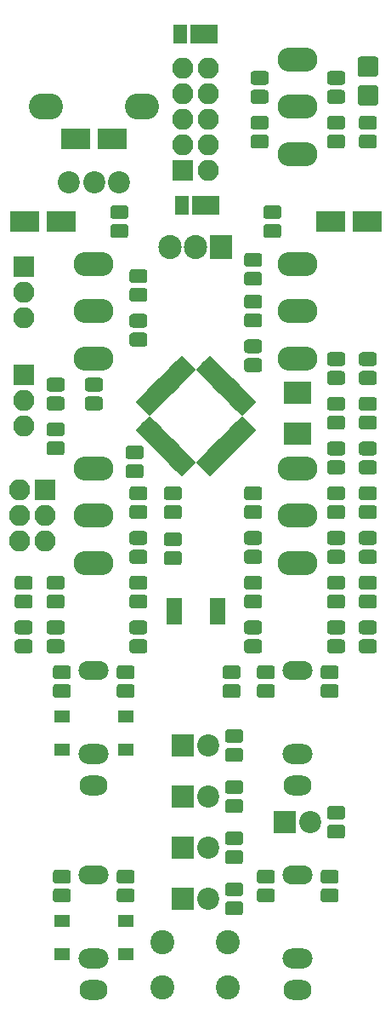
<source format=gbr>
G04 #@! TF.GenerationSoftware,KiCad,Pcbnew,(5.0.0)*
G04 #@! TF.CreationDate,2018-08-20T01:03:39+08:00*
G04 #@! TF.ProjectId,RndSeq,526E645365712E6B696361645F706362,rev?*
G04 #@! TF.SameCoordinates,Original*
G04 #@! TF.FileFunction,Soldermask,Bot*
G04 #@! TF.FilePolarity,Negative*
%FSLAX46Y46*%
G04 Gerber Fmt 4.6, Leading zero omitted, Abs format (unit mm)*
G04 Created by KiCad (PCBNEW (5.0.0)) date 08/20/18 01:03:39*
%MOMM*%
%LPD*%
G01*
G04 APERTURE LIST*
%ADD10R,2.305000X2.400000*%
%ADD11O,2.305000X2.400000*%
%ADD12R,1.450000X1.900000*%
%ADD13R,2.800000X1.900000*%
%ADD14C,0.100000*%
%ADD15C,2.000000*%
%ADD16C,2.400000*%
%ADD17R,3.000000X2.000000*%
%ADD18C,1.375000*%
%ADD19O,2.100000X2.100000*%
%ADD20R,2.100000X2.100000*%
%ADD21R,2.800000X2.300000*%
%ADD22R,1.600000X1.300000*%
%ADD23R,2.200000X2.200000*%
%ADD24C,2.200000*%
%ADD25O,3.400000X2.600000*%
%ADD26O,3.000000X1.900000*%
%ADD27O,2.800000X2.000000*%
%ADD28O,3.000000X2.000000*%
%ADD29O,3.956000X2.432000*%
%ADD30C,0.950000*%
%ADD31R,1.500000X0.800000*%
G04 APERTURE END LIST*
D10*
G04 #@! TO.C,U3*
X149672040Y-79098140D03*
D11*
X147132040Y-79098140D03*
X144592040Y-79098140D03*
G04 #@! TD*
D12*
G04 #@! TO.C,D11*
X145734040Y-74907140D03*
D13*
X148109040Y-74907140D03*
G04 #@! TD*
G04 #@! TO.C,D10*
X147982040Y-57889140D03*
D12*
X145607040Y-57889140D03*
G04 #@! TD*
D14*
G04 #@! TO.C,D12*
G36*
X165020170Y-60164645D02*
X165050506Y-60169145D01*
X165080254Y-60176596D01*
X165109129Y-60186928D01*
X165136851Y-60200040D01*
X165163156Y-60215806D01*
X165187788Y-60234074D01*
X165210511Y-60254669D01*
X165231106Y-60277392D01*
X165249374Y-60302024D01*
X165265140Y-60328329D01*
X165278252Y-60356051D01*
X165288584Y-60384926D01*
X165296035Y-60414674D01*
X165300535Y-60445010D01*
X165302040Y-60475640D01*
X165302040Y-61850640D01*
X165300535Y-61881270D01*
X165296035Y-61911606D01*
X165288584Y-61941354D01*
X165278252Y-61970229D01*
X165265140Y-61997951D01*
X165249374Y-62024256D01*
X165231106Y-62048888D01*
X165210511Y-62071611D01*
X165187788Y-62092206D01*
X165163156Y-62110474D01*
X165136851Y-62126240D01*
X165109129Y-62139352D01*
X165080254Y-62149684D01*
X165050506Y-62157135D01*
X165020170Y-62161635D01*
X164989540Y-62163140D01*
X163564540Y-62163140D01*
X163533910Y-62161635D01*
X163503574Y-62157135D01*
X163473826Y-62149684D01*
X163444951Y-62139352D01*
X163417229Y-62126240D01*
X163390924Y-62110474D01*
X163366292Y-62092206D01*
X163343569Y-62071611D01*
X163322974Y-62048888D01*
X163304706Y-62024256D01*
X163288940Y-61997951D01*
X163275828Y-61970229D01*
X163265496Y-61941354D01*
X163258045Y-61911606D01*
X163253545Y-61881270D01*
X163252040Y-61850640D01*
X163252040Y-60475640D01*
X163253545Y-60445010D01*
X163258045Y-60414674D01*
X163265496Y-60384926D01*
X163275828Y-60356051D01*
X163288940Y-60328329D01*
X163304706Y-60302024D01*
X163322974Y-60277392D01*
X163343569Y-60254669D01*
X163366292Y-60234074D01*
X163390924Y-60215806D01*
X163417229Y-60200040D01*
X163444951Y-60186928D01*
X163473826Y-60176596D01*
X163503574Y-60169145D01*
X163533910Y-60164645D01*
X163564540Y-60163140D01*
X164989540Y-60163140D01*
X165020170Y-60164645D01*
X165020170Y-60164645D01*
G37*
D15*
X164277040Y-61163140D03*
D14*
G36*
X165020170Y-63014645D02*
X165050506Y-63019145D01*
X165080254Y-63026596D01*
X165109129Y-63036928D01*
X165136851Y-63050040D01*
X165163156Y-63065806D01*
X165187788Y-63084074D01*
X165210511Y-63104669D01*
X165231106Y-63127392D01*
X165249374Y-63152024D01*
X165265140Y-63178329D01*
X165278252Y-63206051D01*
X165288584Y-63234926D01*
X165296035Y-63264674D01*
X165300535Y-63295010D01*
X165302040Y-63325640D01*
X165302040Y-64700640D01*
X165300535Y-64731270D01*
X165296035Y-64761606D01*
X165288584Y-64791354D01*
X165278252Y-64820229D01*
X165265140Y-64847951D01*
X165249374Y-64874256D01*
X165231106Y-64898888D01*
X165210511Y-64921611D01*
X165187788Y-64942206D01*
X165163156Y-64960474D01*
X165136851Y-64976240D01*
X165109129Y-64989352D01*
X165080254Y-64999684D01*
X165050506Y-65007135D01*
X165020170Y-65011635D01*
X164989540Y-65013140D01*
X163564540Y-65013140D01*
X163533910Y-65011635D01*
X163503574Y-65007135D01*
X163473826Y-64999684D01*
X163444951Y-64989352D01*
X163417229Y-64976240D01*
X163390924Y-64960474D01*
X163366292Y-64942206D01*
X163343569Y-64921611D01*
X163322974Y-64898888D01*
X163304706Y-64874256D01*
X163288940Y-64847951D01*
X163275828Y-64820229D01*
X163265496Y-64791354D01*
X163258045Y-64761606D01*
X163253545Y-64731270D01*
X163252040Y-64700640D01*
X163252040Y-63325640D01*
X163253545Y-63295010D01*
X163258045Y-63264674D01*
X163265496Y-63234926D01*
X163275828Y-63206051D01*
X163288940Y-63178329D01*
X163304706Y-63152024D01*
X163322974Y-63127392D01*
X163343569Y-63104669D01*
X163366292Y-63084074D01*
X163390924Y-63065806D01*
X163417229Y-63050040D01*
X163444951Y-63036928D01*
X163473826Y-63026596D01*
X163503574Y-63019145D01*
X163533910Y-63014645D01*
X163564540Y-63013140D01*
X164989540Y-63013140D01*
X165020170Y-63014645D01*
X165020170Y-63014645D01*
G37*
D15*
X164277040Y-64013140D03*
G04 #@! TD*
D16*
G04 #@! TO.C,SW6*
X143830040Y-152686140D03*
X143830040Y-148186140D03*
X150330040Y-152686140D03*
X150330040Y-148186140D03*
G04 #@! TD*
D17*
G04 #@! TO.C,C22*
X133692040Y-76558140D03*
X130092040Y-76558140D03*
G04 #@! TD*
G04 #@! TO.C,C19*
X138772040Y-68303140D03*
X135172040Y-68303140D03*
G04 #@! TD*
G04 #@! TO.C,C18*
X160572040Y-76558140D03*
X164172040Y-76558140D03*
G04 #@! TD*
D14*
G04 #@! TO.C,C11*
G36*
X133751983Y-111764795D02*
X133785352Y-111769745D01*
X133818075Y-111777942D01*
X133849837Y-111789306D01*
X133880333Y-111803730D01*
X133909267Y-111821072D01*
X133936363Y-111841168D01*
X133961358Y-111863822D01*
X133984012Y-111888817D01*
X134004108Y-111915913D01*
X134021450Y-111944847D01*
X134035874Y-111975343D01*
X134047238Y-112007105D01*
X134055435Y-112039828D01*
X134060385Y-112073197D01*
X134062040Y-112106890D01*
X134062040Y-112794390D01*
X134060385Y-112828083D01*
X134055435Y-112861452D01*
X134047238Y-112894175D01*
X134035874Y-112925937D01*
X134021450Y-112956433D01*
X134004108Y-112985367D01*
X133984012Y-113012463D01*
X133961358Y-113037458D01*
X133936363Y-113060112D01*
X133909267Y-113080208D01*
X133880333Y-113097550D01*
X133849837Y-113111974D01*
X133818075Y-113123338D01*
X133785352Y-113131535D01*
X133751983Y-113136485D01*
X133718290Y-113138140D01*
X132605790Y-113138140D01*
X132572097Y-113136485D01*
X132538728Y-113131535D01*
X132506005Y-113123338D01*
X132474243Y-113111974D01*
X132443747Y-113097550D01*
X132414813Y-113080208D01*
X132387717Y-113060112D01*
X132362722Y-113037458D01*
X132340068Y-113012463D01*
X132319972Y-112985367D01*
X132302630Y-112956433D01*
X132288206Y-112925937D01*
X132276842Y-112894175D01*
X132268645Y-112861452D01*
X132263695Y-112828083D01*
X132262040Y-112794390D01*
X132262040Y-112106890D01*
X132263695Y-112073197D01*
X132268645Y-112039828D01*
X132276842Y-112007105D01*
X132288206Y-111975343D01*
X132302630Y-111944847D01*
X132319972Y-111915913D01*
X132340068Y-111888817D01*
X132362722Y-111863822D01*
X132387717Y-111841168D01*
X132414813Y-111821072D01*
X132443747Y-111803730D01*
X132474243Y-111789306D01*
X132506005Y-111777942D01*
X132538728Y-111769745D01*
X132572097Y-111764795D01*
X132605790Y-111763140D01*
X133718290Y-111763140D01*
X133751983Y-111764795D01*
X133751983Y-111764795D01*
G37*
D18*
X133162040Y-112450640D03*
D14*
G36*
X133751983Y-113639795D02*
X133785352Y-113644745D01*
X133818075Y-113652942D01*
X133849837Y-113664306D01*
X133880333Y-113678730D01*
X133909267Y-113696072D01*
X133936363Y-113716168D01*
X133961358Y-113738822D01*
X133984012Y-113763817D01*
X134004108Y-113790913D01*
X134021450Y-113819847D01*
X134035874Y-113850343D01*
X134047238Y-113882105D01*
X134055435Y-113914828D01*
X134060385Y-113948197D01*
X134062040Y-113981890D01*
X134062040Y-114669390D01*
X134060385Y-114703083D01*
X134055435Y-114736452D01*
X134047238Y-114769175D01*
X134035874Y-114800937D01*
X134021450Y-114831433D01*
X134004108Y-114860367D01*
X133984012Y-114887463D01*
X133961358Y-114912458D01*
X133936363Y-114935112D01*
X133909267Y-114955208D01*
X133880333Y-114972550D01*
X133849837Y-114986974D01*
X133818075Y-114998338D01*
X133785352Y-115006535D01*
X133751983Y-115011485D01*
X133718290Y-115013140D01*
X132605790Y-115013140D01*
X132572097Y-115011485D01*
X132538728Y-115006535D01*
X132506005Y-114998338D01*
X132474243Y-114986974D01*
X132443747Y-114972550D01*
X132414813Y-114955208D01*
X132387717Y-114935112D01*
X132362722Y-114912458D01*
X132340068Y-114887463D01*
X132319972Y-114860367D01*
X132302630Y-114831433D01*
X132288206Y-114800937D01*
X132276842Y-114769175D01*
X132268645Y-114736452D01*
X132263695Y-114703083D01*
X132262040Y-114669390D01*
X132262040Y-113981890D01*
X132263695Y-113948197D01*
X132268645Y-113914828D01*
X132276842Y-113882105D01*
X132288206Y-113850343D01*
X132302630Y-113819847D01*
X132319972Y-113790913D01*
X132340068Y-113763817D01*
X132362722Y-113738822D01*
X132387717Y-113716168D01*
X132414813Y-113696072D01*
X132443747Y-113678730D01*
X132474243Y-113664306D01*
X132506005Y-113652942D01*
X132538728Y-113644745D01*
X132572097Y-113639795D01*
X132605790Y-113638140D01*
X133718290Y-113638140D01*
X133751983Y-113639795D01*
X133751983Y-113639795D01*
G37*
D18*
X133162040Y-114325640D03*
G04 #@! TD*
D14*
G04 #@! TO.C,C21*
G36*
X140101983Y-76809795D02*
X140135352Y-76814745D01*
X140168075Y-76822942D01*
X140199837Y-76834306D01*
X140230333Y-76848730D01*
X140259267Y-76866072D01*
X140286363Y-76886168D01*
X140311358Y-76908822D01*
X140334012Y-76933817D01*
X140354108Y-76960913D01*
X140371450Y-76989847D01*
X140385874Y-77020343D01*
X140397238Y-77052105D01*
X140405435Y-77084828D01*
X140410385Y-77118197D01*
X140412040Y-77151890D01*
X140412040Y-77839390D01*
X140410385Y-77873083D01*
X140405435Y-77906452D01*
X140397238Y-77939175D01*
X140385874Y-77970937D01*
X140371450Y-78001433D01*
X140354108Y-78030367D01*
X140334012Y-78057463D01*
X140311358Y-78082458D01*
X140286363Y-78105112D01*
X140259267Y-78125208D01*
X140230333Y-78142550D01*
X140199837Y-78156974D01*
X140168075Y-78168338D01*
X140135352Y-78176535D01*
X140101983Y-78181485D01*
X140068290Y-78183140D01*
X138955790Y-78183140D01*
X138922097Y-78181485D01*
X138888728Y-78176535D01*
X138856005Y-78168338D01*
X138824243Y-78156974D01*
X138793747Y-78142550D01*
X138764813Y-78125208D01*
X138737717Y-78105112D01*
X138712722Y-78082458D01*
X138690068Y-78057463D01*
X138669972Y-78030367D01*
X138652630Y-78001433D01*
X138638206Y-77970937D01*
X138626842Y-77939175D01*
X138618645Y-77906452D01*
X138613695Y-77873083D01*
X138612040Y-77839390D01*
X138612040Y-77151890D01*
X138613695Y-77118197D01*
X138618645Y-77084828D01*
X138626842Y-77052105D01*
X138638206Y-77020343D01*
X138652630Y-76989847D01*
X138669972Y-76960913D01*
X138690068Y-76933817D01*
X138712722Y-76908822D01*
X138737717Y-76886168D01*
X138764813Y-76866072D01*
X138793747Y-76848730D01*
X138824243Y-76834306D01*
X138856005Y-76822942D01*
X138888728Y-76814745D01*
X138922097Y-76809795D01*
X138955790Y-76808140D01*
X140068290Y-76808140D01*
X140101983Y-76809795D01*
X140101983Y-76809795D01*
G37*
D18*
X139512040Y-77495640D03*
D14*
G36*
X140101983Y-74934795D02*
X140135352Y-74939745D01*
X140168075Y-74947942D01*
X140199837Y-74959306D01*
X140230333Y-74973730D01*
X140259267Y-74991072D01*
X140286363Y-75011168D01*
X140311358Y-75033822D01*
X140334012Y-75058817D01*
X140354108Y-75085913D01*
X140371450Y-75114847D01*
X140385874Y-75145343D01*
X140397238Y-75177105D01*
X140405435Y-75209828D01*
X140410385Y-75243197D01*
X140412040Y-75276890D01*
X140412040Y-75964390D01*
X140410385Y-75998083D01*
X140405435Y-76031452D01*
X140397238Y-76064175D01*
X140385874Y-76095937D01*
X140371450Y-76126433D01*
X140354108Y-76155367D01*
X140334012Y-76182463D01*
X140311358Y-76207458D01*
X140286363Y-76230112D01*
X140259267Y-76250208D01*
X140230333Y-76267550D01*
X140199837Y-76281974D01*
X140168075Y-76293338D01*
X140135352Y-76301535D01*
X140101983Y-76306485D01*
X140068290Y-76308140D01*
X138955790Y-76308140D01*
X138922097Y-76306485D01*
X138888728Y-76301535D01*
X138856005Y-76293338D01*
X138824243Y-76281974D01*
X138793747Y-76267550D01*
X138764813Y-76250208D01*
X138737717Y-76230112D01*
X138712722Y-76207458D01*
X138690068Y-76182463D01*
X138669972Y-76155367D01*
X138652630Y-76126433D01*
X138638206Y-76095937D01*
X138626842Y-76064175D01*
X138618645Y-76031452D01*
X138613695Y-75998083D01*
X138612040Y-75964390D01*
X138612040Y-75276890D01*
X138613695Y-75243197D01*
X138618645Y-75209828D01*
X138626842Y-75177105D01*
X138638206Y-75145343D01*
X138652630Y-75114847D01*
X138669972Y-75085913D01*
X138690068Y-75058817D01*
X138712722Y-75033822D01*
X138737717Y-75011168D01*
X138764813Y-74991072D01*
X138793747Y-74973730D01*
X138824243Y-74959306D01*
X138856005Y-74947942D01*
X138888728Y-74939745D01*
X138922097Y-74934795D01*
X138955790Y-74933140D01*
X140068290Y-74933140D01*
X140101983Y-74934795D01*
X140101983Y-74934795D01*
G37*
D18*
X139512040Y-75620640D03*
G04 #@! TD*
D14*
G04 #@! TO.C,C20*
G36*
X155341983Y-74934795D02*
X155375352Y-74939745D01*
X155408075Y-74947942D01*
X155439837Y-74959306D01*
X155470333Y-74973730D01*
X155499267Y-74991072D01*
X155526363Y-75011168D01*
X155551358Y-75033822D01*
X155574012Y-75058817D01*
X155594108Y-75085913D01*
X155611450Y-75114847D01*
X155625874Y-75145343D01*
X155637238Y-75177105D01*
X155645435Y-75209828D01*
X155650385Y-75243197D01*
X155652040Y-75276890D01*
X155652040Y-75964390D01*
X155650385Y-75998083D01*
X155645435Y-76031452D01*
X155637238Y-76064175D01*
X155625874Y-76095937D01*
X155611450Y-76126433D01*
X155594108Y-76155367D01*
X155574012Y-76182463D01*
X155551358Y-76207458D01*
X155526363Y-76230112D01*
X155499267Y-76250208D01*
X155470333Y-76267550D01*
X155439837Y-76281974D01*
X155408075Y-76293338D01*
X155375352Y-76301535D01*
X155341983Y-76306485D01*
X155308290Y-76308140D01*
X154195790Y-76308140D01*
X154162097Y-76306485D01*
X154128728Y-76301535D01*
X154096005Y-76293338D01*
X154064243Y-76281974D01*
X154033747Y-76267550D01*
X154004813Y-76250208D01*
X153977717Y-76230112D01*
X153952722Y-76207458D01*
X153930068Y-76182463D01*
X153909972Y-76155367D01*
X153892630Y-76126433D01*
X153878206Y-76095937D01*
X153866842Y-76064175D01*
X153858645Y-76031452D01*
X153853695Y-75998083D01*
X153852040Y-75964390D01*
X153852040Y-75276890D01*
X153853695Y-75243197D01*
X153858645Y-75209828D01*
X153866842Y-75177105D01*
X153878206Y-75145343D01*
X153892630Y-75114847D01*
X153909972Y-75085913D01*
X153930068Y-75058817D01*
X153952722Y-75033822D01*
X153977717Y-75011168D01*
X154004813Y-74991072D01*
X154033747Y-74973730D01*
X154064243Y-74959306D01*
X154096005Y-74947942D01*
X154128728Y-74939745D01*
X154162097Y-74934795D01*
X154195790Y-74933140D01*
X155308290Y-74933140D01*
X155341983Y-74934795D01*
X155341983Y-74934795D01*
G37*
D18*
X154752040Y-75620640D03*
D14*
G36*
X155341983Y-76809795D02*
X155375352Y-76814745D01*
X155408075Y-76822942D01*
X155439837Y-76834306D01*
X155470333Y-76848730D01*
X155499267Y-76866072D01*
X155526363Y-76886168D01*
X155551358Y-76908822D01*
X155574012Y-76933817D01*
X155594108Y-76960913D01*
X155611450Y-76989847D01*
X155625874Y-77020343D01*
X155637238Y-77052105D01*
X155645435Y-77084828D01*
X155650385Y-77118197D01*
X155652040Y-77151890D01*
X155652040Y-77839390D01*
X155650385Y-77873083D01*
X155645435Y-77906452D01*
X155637238Y-77939175D01*
X155625874Y-77970937D01*
X155611450Y-78001433D01*
X155594108Y-78030367D01*
X155574012Y-78057463D01*
X155551358Y-78082458D01*
X155526363Y-78105112D01*
X155499267Y-78125208D01*
X155470333Y-78142550D01*
X155439837Y-78156974D01*
X155408075Y-78168338D01*
X155375352Y-78176535D01*
X155341983Y-78181485D01*
X155308290Y-78183140D01*
X154195790Y-78183140D01*
X154162097Y-78181485D01*
X154128728Y-78176535D01*
X154096005Y-78168338D01*
X154064243Y-78156974D01*
X154033747Y-78142550D01*
X154004813Y-78125208D01*
X153977717Y-78105112D01*
X153952722Y-78082458D01*
X153930068Y-78057463D01*
X153909972Y-78030367D01*
X153892630Y-78001433D01*
X153878206Y-77970937D01*
X153866842Y-77939175D01*
X153858645Y-77906452D01*
X153853695Y-77873083D01*
X153852040Y-77839390D01*
X153852040Y-77151890D01*
X153853695Y-77118197D01*
X153858645Y-77084828D01*
X153866842Y-77052105D01*
X153878206Y-77020343D01*
X153892630Y-76989847D01*
X153909972Y-76960913D01*
X153930068Y-76933817D01*
X153952722Y-76908822D01*
X153977717Y-76886168D01*
X154004813Y-76866072D01*
X154033747Y-76848730D01*
X154064243Y-76834306D01*
X154096005Y-76822942D01*
X154128728Y-76814745D01*
X154162097Y-76809795D01*
X154195790Y-76808140D01*
X155308290Y-76808140D01*
X155341983Y-76809795D01*
X155341983Y-76809795D01*
G37*
D18*
X154752040Y-77495640D03*
G04 #@! TD*
D14*
G04 #@! TO.C,C17*
G36*
X164866983Y-91414795D02*
X164900352Y-91419745D01*
X164933075Y-91427942D01*
X164964837Y-91439306D01*
X164995333Y-91453730D01*
X165024267Y-91471072D01*
X165051363Y-91491168D01*
X165076358Y-91513822D01*
X165099012Y-91538817D01*
X165119108Y-91565913D01*
X165136450Y-91594847D01*
X165150874Y-91625343D01*
X165162238Y-91657105D01*
X165170435Y-91689828D01*
X165175385Y-91723197D01*
X165177040Y-91756890D01*
X165177040Y-92444390D01*
X165175385Y-92478083D01*
X165170435Y-92511452D01*
X165162238Y-92544175D01*
X165150874Y-92575937D01*
X165136450Y-92606433D01*
X165119108Y-92635367D01*
X165099012Y-92662463D01*
X165076358Y-92687458D01*
X165051363Y-92710112D01*
X165024267Y-92730208D01*
X164995333Y-92747550D01*
X164964837Y-92761974D01*
X164933075Y-92773338D01*
X164900352Y-92781535D01*
X164866983Y-92786485D01*
X164833290Y-92788140D01*
X163720790Y-92788140D01*
X163687097Y-92786485D01*
X163653728Y-92781535D01*
X163621005Y-92773338D01*
X163589243Y-92761974D01*
X163558747Y-92747550D01*
X163529813Y-92730208D01*
X163502717Y-92710112D01*
X163477722Y-92687458D01*
X163455068Y-92662463D01*
X163434972Y-92635367D01*
X163417630Y-92606433D01*
X163403206Y-92575937D01*
X163391842Y-92544175D01*
X163383645Y-92511452D01*
X163378695Y-92478083D01*
X163377040Y-92444390D01*
X163377040Y-91756890D01*
X163378695Y-91723197D01*
X163383645Y-91689828D01*
X163391842Y-91657105D01*
X163403206Y-91625343D01*
X163417630Y-91594847D01*
X163434972Y-91565913D01*
X163455068Y-91538817D01*
X163477722Y-91513822D01*
X163502717Y-91491168D01*
X163529813Y-91471072D01*
X163558747Y-91453730D01*
X163589243Y-91439306D01*
X163621005Y-91427942D01*
X163653728Y-91419745D01*
X163687097Y-91414795D01*
X163720790Y-91413140D01*
X164833290Y-91413140D01*
X164866983Y-91414795D01*
X164866983Y-91414795D01*
G37*
D18*
X164277040Y-92100640D03*
D14*
G36*
X164866983Y-89539795D02*
X164900352Y-89544745D01*
X164933075Y-89552942D01*
X164964837Y-89564306D01*
X164995333Y-89578730D01*
X165024267Y-89596072D01*
X165051363Y-89616168D01*
X165076358Y-89638822D01*
X165099012Y-89663817D01*
X165119108Y-89690913D01*
X165136450Y-89719847D01*
X165150874Y-89750343D01*
X165162238Y-89782105D01*
X165170435Y-89814828D01*
X165175385Y-89848197D01*
X165177040Y-89881890D01*
X165177040Y-90569390D01*
X165175385Y-90603083D01*
X165170435Y-90636452D01*
X165162238Y-90669175D01*
X165150874Y-90700937D01*
X165136450Y-90731433D01*
X165119108Y-90760367D01*
X165099012Y-90787463D01*
X165076358Y-90812458D01*
X165051363Y-90835112D01*
X165024267Y-90855208D01*
X164995333Y-90872550D01*
X164964837Y-90886974D01*
X164933075Y-90898338D01*
X164900352Y-90906535D01*
X164866983Y-90911485D01*
X164833290Y-90913140D01*
X163720790Y-90913140D01*
X163687097Y-90911485D01*
X163653728Y-90906535D01*
X163621005Y-90898338D01*
X163589243Y-90886974D01*
X163558747Y-90872550D01*
X163529813Y-90855208D01*
X163502717Y-90835112D01*
X163477722Y-90812458D01*
X163455068Y-90787463D01*
X163434972Y-90760367D01*
X163417630Y-90731433D01*
X163403206Y-90700937D01*
X163391842Y-90669175D01*
X163383645Y-90636452D01*
X163378695Y-90603083D01*
X163377040Y-90569390D01*
X163377040Y-89881890D01*
X163378695Y-89848197D01*
X163383645Y-89814828D01*
X163391842Y-89782105D01*
X163403206Y-89750343D01*
X163417630Y-89719847D01*
X163434972Y-89690913D01*
X163455068Y-89663817D01*
X163477722Y-89638822D01*
X163502717Y-89616168D01*
X163529813Y-89596072D01*
X163558747Y-89578730D01*
X163589243Y-89564306D01*
X163621005Y-89552942D01*
X163653728Y-89544745D01*
X163687097Y-89539795D01*
X163720790Y-89538140D01*
X164833290Y-89538140D01*
X164866983Y-89539795D01*
X164866983Y-89539795D01*
G37*
D18*
X164277040Y-90225640D03*
G04 #@! TD*
D14*
G04 #@! TO.C,C16*
G36*
X161691983Y-89539795D02*
X161725352Y-89544745D01*
X161758075Y-89552942D01*
X161789837Y-89564306D01*
X161820333Y-89578730D01*
X161849267Y-89596072D01*
X161876363Y-89616168D01*
X161901358Y-89638822D01*
X161924012Y-89663817D01*
X161944108Y-89690913D01*
X161961450Y-89719847D01*
X161975874Y-89750343D01*
X161987238Y-89782105D01*
X161995435Y-89814828D01*
X162000385Y-89848197D01*
X162002040Y-89881890D01*
X162002040Y-90569390D01*
X162000385Y-90603083D01*
X161995435Y-90636452D01*
X161987238Y-90669175D01*
X161975874Y-90700937D01*
X161961450Y-90731433D01*
X161944108Y-90760367D01*
X161924012Y-90787463D01*
X161901358Y-90812458D01*
X161876363Y-90835112D01*
X161849267Y-90855208D01*
X161820333Y-90872550D01*
X161789837Y-90886974D01*
X161758075Y-90898338D01*
X161725352Y-90906535D01*
X161691983Y-90911485D01*
X161658290Y-90913140D01*
X160545790Y-90913140D01*
X160512097Y-90911485D01*
X160478728Y-90906535D01*
X160446005Y-90898338D01*
X160414243Y-90886974D01*
X160383747Y-90872550D01*
X160354813Y-90855208D01*
X160327717Y-90835112D01*
X160302722Y-90812458D01*
X160280068Y-90787463D01*
X160259972Y-90760367D01*
X160242630Y-90731433D01*
X160228206Y-90700937D01*
X160216842Y-90669175D01*
X160208645Y-90636452D01*
X160203695Y-90603083D01*
X160202040Y-90569390D01*
X160202040Y-89881890D01*
X160203695Y-89848197D01*
X160208645Y-89814828D01*
X160216842Y-89782105D01*
X160228206Y-89750343D01*
X160242630Y-89719847D01*
X160259972Y-89690913D01*
X160280068Y-89663817D01*
X160302722Y-89638822D01*
X160327717Y-89616168D01*
X160354813Y-89596072D01*
X160383747Y-89578730D01*
X160414243Y-89564306D01*
X160446005Y-89552942D01*
X160478728Y-89544745D01*
X160512097Y-89539795D01*
X160545790Y-89538140D01*
X161658290Y-89538140D01*
X161691983Y-89539795D01*
X161691983Y-89539795D01*
G37*
D18*
X161102040Y-90225640D03*
D14*
G36*
X161691983Y-91414795D02*
X161725352Y-91419745D01*
X161758075Y-91427942D01*
X161789837Y-91439306D01*
X161820333Y-91453730D01*
X161849267Y-91471072D01*
X161876363Y-91491168D01*
X161901358Y-91513822D01*
X161924012Y-91538817D01*
X161944108Y-91565913D01*
X161961450Y-91594847D01*
X161975874Y-91625343D01*
X161987238Y-91657105D01*
X161995435Y-91689828D01*
X162000385Y-91723197D01*
X162002040Y-91756890D01*
X162002040Y-92444390D01*
X162000385Y-92478083D01*
X161995435Y-92511452D01*
X161987238Y-92544175D01*
X161975874Y-92575937D01*
X161961450Y-92606433D01*
X161944108Y-92635367D01*
X161924012Y-92662463D01*
X161901358Y-92687458D01*
X161876363Y-92710112D01*
X161849267Y-92730208D01*
X161820333Y-92747550D01*
X161789837Y-92761974D01*
X161758075Y-92773338D01*
X161725352Y-92781535D01*
X161691983Y-92786485D01*
X161658290Y-92788140D01*
X160545790Y-92788140D01*
X160512097Y-92786485D01*
X160478728Y-92781535D01*
X160446005Y-92773338D01*
X160414243Y-92761974D01*
X160383747Y-92747550D01*
X160354813Y-92730208D01*
X160327717Y-92710112D01*
X160302722Y-92687458D01*
X160280068Y-92662463D01*
X160259972Y-92635367D01*
X160242630Y-92606433D01*
X160228206Y-92575937D01*
X160216842Y-92544175D01*
X160208645Y-92511452D01*
X160203695Y-92478083D01*
X160202040Y-92444390D01*
X160202040Y-91756890D01*
X160203695Y-91723197D01*
X160208645Y-91689828D01*
X160216842Y-91657105D01*
X160228206Y-91625343D01*
X160242630Y-91594847D01*
X160259972Y-91565913D01*
X160280068Y-91538817D01*
X160302722Y-91513822D01*
X160327717Y-91491168D01*
X160354813Y-91471072D01*
X160383747Y-91453730D01*
X160414243Y-91439306D01*
X160446005Y-91427942D01*
X160478728Y-91419745D01*
X160512097Y-91414795D01*
X160545790Y-91413140D01*
X161658290Y-91413140D01*
X161691983Y-91414795D01*
X161691983Y-91414795D01*
G37*
D18*
X161102040Y-92100640D03*
G04 #@! TD*
D14*
G04 #@! TO.C,C15*
G36*
X145435983Y-102874795D02*
X145469352Y-102879745D01*
X145502075Y-102887942D01*
X145533837Y-102899306D01*
X145564333Y-102913730D01*
X145593267Y-102931072D01*
X145620363Y-102951168D01*
X145645358Y-102973822D01*
X145668012Y-102998817D01*
X145688108Y-103025913D01*
X145705450Y-103054847D01*
X145719874Y-103085343D01*
X145731238Y-103117105D01*
X145739435Y-103149828D01*
X145744385Y-103183197D01*
X145746040Y-103216890D01*
X145746040Y-103904390D01*
X145744385Y-103938083D01*
X145739435Y-103971452D01*
X145731238Y-104004175D01*
X145719874Y-104035937D01*
X145705450Y-104066433D01*
X145688108Y-104095367D01*
X145668012Y-104122463D01*
X145645358Y-104147458D01*
X145620363Y-104170112D01*
X145593267Y-104190208D01*
X145564333Y-104207550D01*
X145533837Y-104221974D01*
X145502075Y-104233338D01*
X145469352Y-104241535D01*
X145435983Y-104246485D01*
X145402290Y-104248140D01*
X144289790Y-104248140D01*
X144256097Y-104246485D01*
X144222728Y-104241535D01*
X144190005Y-104233338D01*
X144158243Y-104221974D01*
X144127747Y-104207550D01*
X144098813Y-104190208D01*
X144071717Y-104170112D01*
X144046722Y-104147458D01*
X144024068Y-104122463D01*
X144003972Y-104095367D01*
X143986630Y-104066433D01*
X143972206Y-104035937D01*
X143960842Y-104004175D01*
X143952645Y-103971452D01*
X143947695Y-103938083D01*
X143946040Y-103904390D01*
X143946040Y-103216890D01*
X143947695Y-103183197D01*
X143952645Y-103149828D01*
X143960842Y-103117105D01*
X143972206Y-103085343D01*
X143986630Y-103054847D01*
X144003972Y-103025913D01*
X144024068Y-102998817D01*
X144046722Y-102973822D01*
X144071717Y-102951168D01*
X144098813Y-102931072D01*
X144127747Y-102913730D01*
X144158243Y-102899306D01*
X144190005Y-102887942D01*
X144222728Y-102879745D01*
X144256097Y-102874795D01*
X144289790Y-102873140D01*
X145402290Y-102873140D01*
X145435983Y-102874795D01*
X145435983Y-102874795D01*
G37*
D18*
X144846040Y-103560640D03*
D14*
G36*
X145435983Y-104749795D02*
X145469352Y-104754745D01*
X145502075Y-104762942D01*
X145533837Y-104774306D01*
X145564333Y-104788730D01*
X145593267Y-104806072D01*
X145620363Y-104826168D01*
X145645358Y-104848822D01*
X145668012Y-104873817D01*
X145688108Y-104900913D01*
X145705450Y-104929847D01*
X145719874Y-104960343D01*
X145731238Y-104992105D01*
X145739435Y-105024828D01*
X145744385Y-105058197D01*
X145746040Y-105091890D01*
X145746040Y-105779390D01*
X145744385Y-105813083D01*
X145739435Y-105846452D01*
X145731238Y-105879175D01*
X145719874Y-105910937D01*
X145705450Y-105941433D01*
X145688108Y-105970367D01*
X145668012Y-105997463D01*
X145645358Y-106022458D01*
X145620363Y-106045112D01*
X145593267Y-106065208D01*
X145564333Y-106082550D01*
X145533837Y-106096974D01*
X145502075Y-106108338D01*
X145469352Y-106116535D01*
X145435983Y-106121485D01*
X145402290Y-106123140D01*
X144289790Y-106123140D01*
X144256097Y-106121485D01*
X144222728Y-106116535D01*
X144190005Y-106108338D01*
X144158243Y-106096974D01*
X144127747Y-106082550D01*
X144098813Y-106065208D01*
X144071717Y-106045112D01*
X144046722Y-106022458D01*
X144024068Y-105997463D01*
X144003972Y-105970367D01*
X143986630Y-105941433D01*
X143972206Y-105910937D01*
X143960842Y-105879175D01*
X143952645Y-105846452D01*
X143947695Y-105813083D01*
X143946040Y-105779390D01*
X143946040Y-105091890D01*
X143947695Y-105058197D01*
X143952645Y-105024828D01*
X143960842Y-104992105D01*
X143972206Y-104960343D01*
X143986630Y-104929847D01*
X144003972Y-104900913D01*
X144024068Y-104873817D01*
X144046722Y-104848822D01*
X144071717Y-104826168D01*
X144098813Y-104806072D01*
X144127747Y-104788730D01*
X144158243Y-104774306D01*
X144190005Y-104762942D01*
X144222728Y-104754745D01*
X144256097Y-104749795D01*
X144289790Y-104748140D01*
X145402290Y-104748140D01*
X145435983Y-104749795D01*
X145435983Y-104749795D01*
G37*
D18*
X144846040Y-105435640D03*
G04 #@! TD*
D14*
G04 #@! TO.C,C14*
G36*
X153436983Y-88269795D02*
X153470352Y-88274745D01*
X153503075Y-88282942D01*
X153534837Y-88294306D01*
X153565333Y-88308730D01*
X153594267Y-88326072D01*
X153621363Y-88346168D01*
X153646358Y-88368822D01*
X153669012Y-88393817D01*
X153689108Y-88420913D01*
X153706450Y-88449847D01*
X153720874Y-88480343D01*
X153732238Y-88512105D01*
X153740435Y-88544828D01*
X153745385Y-88578197D01*
X153747040Y-88611890D01*
X153747040Y-89299390D01*
X153745385Y-89333083D01*
X153740435Y-89366452D01*
X153732238Y-89399175D01*
X153720874Y-89430937D01*
X153706450Y-89461433D01*
X153689108Y-89490367D01*
X153669012Y-89517463D01*
X153646358Y-89542458D01*
X153621363Y-89565112D01*
X153594267Y-89585208D01*
X153565333Y-89602550D01*
X153534837Y-89616974D01*
X153503075Y-89628338D01*
X153470352Y-89636535D01*
X153436983Y-89641485D01*
X153403290Y-89643140D01*
X152290790Y-89643140D01*
X152257097Y-89641485D01*
X152223728Y-89636535D01*
X152191005Y-89628338D01*
X152159243Y-89616974D01*
X152128747Y-89602550D01*
X152099813Y-89585208D01*
X152072717Y-89565112D01*
X152047722Y-89542458D01*
X152025068Y-89517463D01*
X152004972Y-89490367D01*
X151987630Y-89461433D01*
X151973206Y-89430937D01*
X151961842Y-89399175D01*
X151953645Y-89366452D01*
X151948695Y-89333083D01*
X151947040Y-89299390D01*
X151947040Y-88611890D01*
X151948695Y-88578197D01*
X151953645Y-88544828D01*
X151961842Y-88512105D01*
X151973206Y-88480343D01*
X151987630Y-88449847D01*
X152004972Y-88420913D01*
X152025068Y-88393817D01*
X152047722Y-88368822D01*
X152072717Y-88346168D01*
X152099813Y-88326072D01*
X152128747Y-88308730D01*
X152159243Y-88294306D01*
X152191005Y-88282942D01*
X152223728Y-88274745D01*
X152257097Y-88269795D01*
X152290790Y-88268140D01*
X153403290Y-88268140D01*
X153436983Y-88269795D01*
X153436983Y-88269795D01*
G37*
D18*
X152847040Y-88955640D03*
D14*
G36*
X153436983Y-90144795D02*
X153470352Y-90149745D01*
X153503075Y-90157942D01*
X153534837Y-90169306D01*
X153565333Y-90183730D01*
X153594267Y-90201072D01*
X153621363Y-90221168D01*
X153646358Y-90243822D01*
X153669012Y-90268817D01*
X153689108Y-90295913D01*
X153706450Y-90324847D01*
X153720874Y-90355343D01*
X153732238Y-90387105D01*
X153740435Y-90419828D01*
X153745385Y-90453197D01*
X153747040Y-90486890D01*
X153747040Y-91174390D01*
X153745385Y-91208083D01*
X153740435Y-91241452D01*
X153732238Y-91274175D01*
X153720874Y-91305937D01*
X153706450Y-91336433D01*
X153689108Y-91365367D01*
X153669012Y-91392463D01*
X153646358Y-91417458D01*
X153621363Y-91440112D01*
X153594267Y-91460208D01*
X153565333Y-91477550D01*
X153534837Y-91491974D01*
X153503075Y-91503338D01*
X153470352Y-91511535D01*
X153436983Y-91516485D01*
X153403290Y-91518140D01*
X152290790Y-91518140D01*
X152257097Y-91516485D01*
X152223728Y-91511535D01*
X152191005Y-91503338D01*
X152159243Y-91491974D01*
X152128747Y-91477550D01*
X152099813Y-91460208D01*
X152072717Y-91440112D01*
X152047722Y-91417458D01*
X152025068Y-91392463D01*
X152004972Y-91365367D01*
X151987630Y-91336433D01*
X151973206Y-91305937D01*
X151961842Y-91274175D01*
X151953645Y-91241452D01*
X151948695Y-91208083D01*
X151947040Y-91174390D01*
X151947040Y-90486890D01*
X151948695Y-90453197D01*
X151953645Y-90419828D01*
X151961842Y-90387105D01*
X151973206Y-90355343D01*
X151987630Y-90324847D01*
X152004972Y-90295913D01*
X152025068Y-90268817D01*
X152047722Y-90243822D01*
X152072717Y-90221168D01*
X152099813Y-90201072D01*
X152128747Y-90183730D01*
X152159243Y-90169306D01*
X152191005Y-90157942D01*
X152223728Y-90149745D01*
X152257097Y-90144795D01*
X152290790Y-90143140D01*
X153403290Y-90143140D01*
X153436983Y-90144795D01*
X153436983Y-90144795D01*
G37*
D18*
X152847040Y-90830640D03*
G04 #@! TD*
D14*
G04 #@! TO.C,C13*
G36*
X141625983Y-98810795D02*
X141659352Y-98815745D01*
X141692075Y-98823942D01*
X141723837Y-98835306D01*
X141754333Y-98849730D01*
X141783267Y-98867072D01*
X141810363Y-98887168D01*
X141835358Y-98909822D01*
X141858012Y-98934817D01*
X141878108Y-98961913D01*
X141895450Y-98990847D01*
X141909874Y-99021343D01*
X141921238Y-99053105D01*
X141929435Y-99085828D01*
X141934385Y-99119197D01*
X141936040Y-99152890D01*
X141936040Y-99840390D01*
X141934385Y-99874083D01*
X141929435Y-99907452D01*
X141921238Y-99940175D01*
X141909874Y-99971937D01*
X141895450Y-100002433D01*
X141878108Y-100031367D01*
X141858012Y-100058463D01*
X141835358Y-100083458D01*
X141810363Y-100106112D01*
X141783267Y-100126208D01*
X141754333Y-100143550D01*
X141723837Y-100157974D01*
X141692075Y-100169338D01*
X141659352Y-100177535D01*
X141625983Y-100182485D01*
X141592290Y-100184140D01*
X140479790Y-100184140D01*
X140446097Y-100182485D01*
X140412728Y-100177535D01*
X140380005Y-100169338D01*
X140348243Y-100157974D01*
X140317747Y-100143550D01*
X140288813Y-100126208D01*
X140261717Y-100106112D01*
X140236722Y-100083458D01*
X140214068Y-100058463D01*
X140193972Y-100031367D01*
X140176630Y-100002433D01*
X140162206Y-99971937D01*
X140150842Y-99940175D01*
X140142645Y-99907452D01*
X140137695Y-99874083D01*
X140136040Y-99840390D01*
X140136040Y-99152890D01*
X140137695Y-99119197D01*
X140142645Y-99085828D01*
X140150842Y-99053105D01*
X140162206Y-99021343D01*
X140176630Y-98990847D01*
X140193972Y-98961913D01*
X140214068Y-98934817D01*
X140236722Y-98909822D01*
X140261717Y-98887168D01*
X140288813Y-98867072D01*
X140317747Y-98849730D01*
X140348243Y-98835306D01*
X140380005Y-98823942D01*
X140412728Y-98815745D01*
X140446097Y-98810795D01*
X140479790Y-98809140D01*
X141592290Y-98809140D01*
X141625983Y-98810795D01*
X141625983Y-98810795D01*
G37*
D18*
X141036040Y-99496640D03*
D14*
G36*
X141625983Y-100685795D02*
X141659352Y-100690745D01*
X141692075Y-100698942D01*
X141723837Y-100710306D01*
X141754333Y-100724730D01*
X141783267Y-100742072D01*
X141810363Y-100762168D01*
X141835358Y-100784822D01*
X141858012Y-100809817D01*
X141878108Y-100836913D01*
X141895450Y-100865847D01*
X141909874Y-100896343D01*
X141921238Y-100928105D01*
X141929435Y-100960828D01*
X141934385Y-100994197D01*
X141936040Y-101027890D01*
X141936040Y-101715390D01*
X141934385Y-101749083D01*
X141929435Y-101782452D01*
X141921238Y-101815175D01*
X141909874Y-101846937D01*
X141895450Y-101877433D01*
X141878108Y-101906367D01*
X141858012Y-101933463D01*
X141835358Y-101958458D01*
X141810363Y-101981112D01*
X141783267Y-102001208D01*
X141754333Y-102018550D01*
X141723837Y-102032974D01*
X141692075Y-102044338D01*
X141659352Y-102052535D01*
X141625983Y-102057485D01*
X141592290Y-102059140D01*
X140479790Y-102059140D01*
X140446097Y-102057485D01*
X140412728Y-102052535D01*
X140380005Y-102044338D01*
X140348243Y-102032974D01*
X140317747Y-102018550D01*
X140288813Y-102001208D01*
X140261717Y-101981112D01*
X140236722Y-101958458D01*
X140214068Y-101933463D01*
X140193972Y-101906367D01*
X140176630Y-101877433D01*
X140162206Y-101846937D01*
X140150842Y-101815175D01*
X140142645Y-101782452D01*
X140137695Y-101749083D01*
X140136040Y-101715390D01*
X140136040Y-101027890D01*
X140137695Y-100994197D01*
X140142645Y-100960828D01*
X140150842Y-100928105D01*
X140162206Y-100896343D01*
X140176630Y-100865847D01*
X140193972Y-100836913D01*
X140214068Y-100809817D01*
X140236722Y-100784822D01*
X140261717Y-100762168D01*
X140288813Y-100742072D01*
X140317747Y-100724730D01*
X140348243Y-100710306D01*
X140380005Y-100698942D01*
X140412728Y-100690745D01*
X140446097Y-100685795D01*
X140479790Y-100684140D01*
X141592290Y-100684140D01*
X141625983Y-100685795D01*
X141625983Y-100685795D01*
G37*
D18*
X141036040Y-101371640D03*
G04 #@! TD*
D14*
G04 #@! TO.C,C12*
G36*
X161691983Y-111764795D02*
X161725352Y-111769745D01*
X161758075Y-111777942D01*
X161789837Y-111789306D01*
X161820333Y-111803730D01*
X161849267Y-111821072D01*
X161876363Y-111841168D01*
X161901358Y-111863822D01*
X161924012Y-111888817D01*
X161944108Y-111915913D01*
X161961450Y-111944847D01*
X161975874Y-111975343D01*
X161987238Y-112007105D01*
X161995435Y-112039828D01*
X162000385Y-112073197D01*
X162002040Y-112106890D01*
X162002040Y-112794390D01*
X162000385Y-112828083D01*
X161995435Y-112861452D01*
X161987238Y-112894175D01*
X161975874Y-112925937D01*
X161961450Y-112956433D01*
X161944108Y-112985367D01*
X161924012Y-113012463D01*
X161901358Y-113037458D01*
X161876363Y-113060112D01*
X161849267Y-113080208D01*
X161820333Y-113097550D01*
X161789837Y-113111974D01*
X161758075Y-113123338D01*
X161725352Y-113131535D01*
X161691983Y-113136485D01*
X161658290Y-113138140D01*
X160545790Y-113138140D01*
X160512097Y-113136485D01*
X160478728Y-113131535D01*
X160446005Y-113123338D01*
X160414243Y-113111974D01*
X160383747Y-113097550D01*
X160354813Y-113080208D01*
X160327717Y-113060112D01*
X160302722Y-113037458D01*
X160280068Y-113012463D01*
X160259972Y-112985367D01*
X160242630Y-112956433D01*
X160228206Y-112925937D01*
X160216842Y-112894175D01*
X160208645Y-112861452D01*
X160203695Y-112828083D01*
X160202040Y-112794390D01*
X160202040Y-112106890D01*
X160203695Y-112073197D01*
X160208645Y-112039828D01*
X160216842Y-112007105D01*
X160228206Y-111975343D01*
X160242630Y-111944847D01*
X160259972Y-111915913D01*
X160280068Y-111888817D01*
X160302722Y-111863822D01*
X160327717Y-111841168D01*
X160354813Y-111821072D01*
X160383747Y-111803730D01*
X160414243Y-111789306D01*
X160446005Y-111777942D01*
X160478728Y-111769745D01*
X160512097Y-111764795D01*
X160545790Y-111763140D01*
X161658290Y-111763140D01*
X161691983Y-111764795D01*
X161691983Y-111764795D01*
G37*
D18*
X161102040Y-112450640D03*
D14*
G36*
X161691983Y-113639795D02*
X161725352Y-113644745D01*
X161758075Y-113652942D01*
X161789837Y-113664306D01*
X161820333Y-113678730D01*
X161849267Y-113696072D01*
X161876363Y-113716168D01*
X161901358Y-113738822D01*
X161924012Y-113763817D01*
X161944108Y-113790913D01*
X161961450Y-113819847D01*
X161975874Y-113850343D01*
X161987238Y-113882105D01*
X161995435Y-113914828D01*
X162000385Y-113948197D01*
X162002040Y-113981890D01*
X162002040Y-114669390D01*
X162000385Y-114703083D01*
X161995435Y-114736452D01*
X161987238Y-114769175D01*
X161975874Y-114800937D01*
X161961450Y-114831433D01*
X161944108Y-114860367D01*
X161924012Y-114887463D01*
X161901358Y-114912458D01*
X161876363Y-114935112D01*
X161849267Y-114955208D01*
X161820333Y-114972550D01*
X161789837Y-114986974D01*
X161758075Y-114998338D01*
X161725352Y-115006535D01*
X161691983Y-115011485D01*
X161658290Y-115013140D01*
X160545790Y-115013140D01*
X160512097Y-115011485D01*
X160478728Y-115006535D01*
X160446005Y-114998338D01*
X160414243Y-114986974D01*
X160383747Y-114972550D01*
X160354813Y-114955208D01*
X160327717Y-114935112D01*
X160302722Y-114912458D01*
X160280068Y-114887463D01*
X160259972Y-114860367D01*
X160242630Y-114831433D01*
X160228206Y-114800937D01*
X160216842Y-114769175D01*
X160208645Y-114736452D01*
X160203695Y-114703083D01*
X160202040Y-114669390D01*
X160202040Y-113981890D01*
X160203695Y-113948197D01*
X160208645Y-113914828D01*
X160216842Y-113882105D01*
X160228206Y-113850343D01*
X160242630Y-113819847D01*
X160259972Y-113790913D01*
X160280068Y-113763817D01*
X160302722Y-113738822D01*
X160327717Y-113716168D01*
X160354813Y-113696072D01*
X160383747Y-113678730D01*
X160414243Y-113664306D01*
X160446005Y-113652942D01*
X160478728Y-113644745D01*
X160512097Y-113639795D01*
X160545790Y-113638140D01*
X161658290Y-113638140D01*
X161691983Y-113639795D01*
X161691983Y-113639795D01*
G37*
D18*
X161102040Y-114325640D03*
G04 #@! TD*
D14*
G04 #@! TO.C,C10*
G36*
X161691983Y-118084795D02*
X161725352Y-118089745D01*
X161758075Y-118097942D01*
X161789837Y-118109306D01*
X161820333Y-118123730D01*
X161849267Y-118141072D01*
X161876363Y-118161168D01*
X161901358Y-118183822D01*
X161924012Y-118208817D01*
X161944108Y-118235913D01*
X161961450Y-118264847D01*
X161975874Y-118295343D01*
X161987238Y-118327105D01*
X161995435Y-118359828D01*
X162000385Y-118393197D01*
X162002040Y-118426890D01*
X162002040Y-119114390D01*
X162000385Y-119148083D01*
X161995435Y-119181452D01*
X161987238Y-119214175D01*
X161975874Y-119245937D01*
X161961450Y-119276433D01*
X161944108Y-119305367D01*
X161924012Y-119332463D01*
X161901358Y-119357458D01*
X161876363Y-119380112D01*
X161849267Y-119400208D01*
X161820333Y-119417550D01*
X161789837Y-119431974D01*
X161758075Y-119443338D01*
X161725352Y-119451535D01*
X161691983Y-119456485D01*
X161658290Y-119458140D01*
X160545790Y-119458140D01*
X160512097Y-119456485D01*
X160478728Y-119451535D01*
X160446005Y-119443338D01*
X160414243Y-119431974D01*
X160383747Y-119417550D01*
X160354813Y-119400208D01*
X160327717Y-119380112D01*
X160302722Y-119357458D01*
X160280068Y-119332463D01*
X160259972Y-119305367D01*
X160242630Y-119276433D01*
X160228206Y-119245937D01*
X160216842Y-119214175D01*
X160208645Y-119181452D01*
X160203695Y-119148083D01*
X160202040Y-119114390D01*
X160202040Y-118426890D01*
X160203695Y-118393197D01*
X160208645Y-118359828D01*
X160216842Y-118327105D01*
X160228206Y-118295343D01*
X160242630Y-118264847D01*
X160259972Y-118235913D01*
X160280068Y-118208817D01*
X160302722Y-118183822D01*
X160327717Y-118161168D01*
X160354813Y-118141072D01*
X160383747Y-118123730D01*
X160414243Y-118109306D01*
X160446005Y-118097942D01*
X160478728Y-118089745D01*
X160512097Y-118084795D01*
X160545790Y-118083140D01*
X161658290Y-118083140D01*
X161691983Y-118084795D01*
X161691983Y-118084795D01*
G37*
D18*
X161102040Y-118770640D03*
D14*
G36*
X161691983Y-116209795D02*
X161725352Y-116214745D01*
X161758075Y-116222942D01*
X161789837Y-116234306D01*
X161820333Y-116248730D01*
X161849267Y-116266072D01*
X161876363Y-116286168D01*
X161901358Y-116308822D01*
X161924012Y-116333817D01*
X161944108Y-116360913D01*
X161961450Y-116389847D01*
X161975874Y-116420343D01*
X161987238Y-116452105D01*
X161995435Y-116484828D01*
X162000385Y-116518197D01*
X162002040Y-116551890D01*
X162002040Y-117239390D01*
X162000385Y-117273083D01*
X161995435Y-117306452D01*
X161987238Y-117339175D01*
X161975874Y-117370937D01*
X161961450Y-117401433D01*
X161944108Y-117430367D01*
X161924012Y-117457463D01*
X161901358Y-117482458D01*
X161876363Y-117505112D01*
X161849267Y-117525208D01*
X161820333Y-117542550D01*
X161789837Y-117556974D01*
X161758075Y-117568338D01*
X161725352Y-117576535D01*
X161691983Y-117581485D01*
X161658290Y-117583140D01*
X160545790Y-117583140D01*
X160512097Y-117581485D01*
X160478728Y-117576535D01*
X160446005Y-117568338D01*
X160414243Y-117556974D01*
X160383747Y-117542550D01*
X160354813Y-117525208D01*
X160327717Y-117505112D01*
X160302722Y-117482458D01*
X160280068Y-117457463D01*
X160259972Y-117430367D01*
X160242630Y-117401433D01*
X160228206Y-117370937D01*
X160216842Y-117339175D01*
X160208645Y-117306452D01*
X160203695Y-117273083D01*
X160202040Y-117239390D01*
X160202040Y-116551890D01*
X160203695Y-116518197D01*
X160208645Y-116484828D01*
X160216842Y-116452105D01*
X160228206Y-116420343D01*
X160242630Y-116389847D01*
X160259972Y-116360913D01*
X160280068Y-116333817D01*
X160302722Y-116308822D01*
X160327717Y-116286168D01*
X160354813Y-116266072D01*
X160383747Y-116248730D01*
X160414243Y-116234306D01*
X160446005Y-116222942D01*
X160478728Y-116214745D01*
X160512097Y-116209795D01*
X160545790Y-116208140D01*
X161658290Y-116208140D01*
X161691983Y-116209795D01*
X161691983Y-116209795D01*
G37*
D18*
X161102040Y-116895640D03*
G04 #@! TD*
D14*
G04 #@! TO.C,C8*
G36*
X151277983Y-122529795D02*
X151311352Y-122534745D01*
X151344075Y-122542942D01*
X151375837Y-122554306D01*
X151406333Y-122568730D01*
X151435267Y-122586072D01*
X151462363Y-122606168D01*
X151487358Y-122628822D01*
X151510012Y-122653817D01*
X151530108Y-122680913D01*
X151547450Y-122709847D01*
X151561874Y-122740343D01*
X151573238Y-122772105D01*
X151581435Y-122804828D01*
X151586385Y-122838197D01*
X151588040Y-122871890D01*
X151588040Y-123559390D01*
X151586385Y-123593083D01*
X151581435Y-123626452D01*
X151573238Y-123659175D01*
X151561874Y-123690937D01*
X151547450Y-123721433D01*
X151530108Y-123750367D01*
X151510012Y-123777463D01*
X151487358Y-123802458D01*
X151462363Y-123825112D01*
X151435267Y-123845208D01*
X151406333Y-123862550D01*
X151375837Y-123876974D01*
X151344075Y-123888338D01*
X151311352Y-123896535D01*
X151277983Y-123901485D01*
X151244290Y-123903140D01*
X150131790Y-123903140D01*
X150098097Y-123901485D01*
X150064728Y-123896535D01*
X150032005Y-123888338D01*
X150000243Y-123876974D01*
X149969747Y-123862550D01*
X149940813Y-123845208D01*
X149913717Y-123825112D01*
X149888722Y-123802458D01*
X149866068Y-123777463D01*
X149845972Y-123750367D01*
X149828630Y-123721433D01*
X149814206Y-123690937D01*
X149802842Y-123659175D01*
X149794645Y-123626452D01*
X149789695Y-123593083D01*
X149788040Y-123559390D01*
X149788040Y-122871890D01*
X149789695Y-122838197D01*
X149794645Y-122804828D01*
X149802842Y-122772105D01*
X149814206Y-122740343D01*
X149828630Y-122709847D01*
X149845972Y-122680913D01*
X149866068Y-122653817D01*
X149888722Y-122628822D01*
X149913717Y-122606168D01*
X149940813Y-122586072D01*
X149969747Y-122568730D01*
X150000243Y-122554306D01*
X150032005Y-122542942D01*
X150064728Y-122534745D01*
X150098097Y-122529795D01*
X150131790Y-122528140D01*
X151244290Y-122528140D01*
X151277983Y-122529795D01*
X151277983Y-122529795D01*
G37*
D18*
X150688040Y-123215640D03*
D14*
G36*
X151277983Y-120654795D02*
X151311352Y-120659745D01*
X151344075Y-120667942D01*
X151375837Y-120679306D01*
X151406333Y-120693730D01*
X151435267Y-120711072D01*
X151462363Y-120731168D01*
X151487358Y-120753822D01*
X151510012Y-120778817D01*
X151530108Y-120805913D01*
X151547450Y-120834847D01*
X151561874Y-120865343D01*
X151573238Y-120897105D01*
X151581435Y-120929828D01*
X151586385Y-120963197D01*
X151588040Y-120996890D01*
X151588040Y-121684390D01*
X151586385Y-121718083D01*
X151581435Y-121751452D01*
X151573238Y-121784175D01*
X151561874Y-121815937D01*
X151547450Y-121846433D01*
X151530108Y-121875367D01*
X151510012Y-121902463D01*
X151487358Y-121927458D01*
X151462363Y-121950112D01*
X151435267Y-121970208D01*
X151406333Y-121987550D01*
X151375837Y-122001974D01*
X151344075Y-122013338D01*
X151311352Y-122021535D01*
X151277983Y-122026485D01*
X151244290Y-122028140D01*
X150131790Y-122028140D01*
X150098097Y-122026485D01*
X150064728Y-122021535D01*
X150032005Y-122013338D01*
X150000243Y-122001974D01*
X149969747Y-121987550D01*
X149940813Y-121970208D01*
X149913717Y-121950112D01*
X149888722Y-121927458D01*
X149866068Y-121902463D01*
X149845972Y-121875367D01*
X149828630Y-121846433D01*
X149814206Y-121815937D01*
X149802842Y-121784175D01*
X149794645Y-121751452D01*
X149789695Y-121718083D01*
X149788040Y-121684390D01*
X149788040Y-120996890D01*
X149789695Y-120963197D01*
X149794645Y-120929828D01*
X149802842Y-120897105D01*
X149814206Y-120865343D01*
X149828630Y-120834847D01*
X149845972Y-120805913D01*
X149866068Y-120778817D01*
X149888722Y-120753822D01*
X149913717Y-120731168D01*
X149940813Y-120711072D01*
X149969747Y-120693730D01*
X150000243Y-120679306D01*
X150032005Y-120667942D01*
X150064728Y-120659745D01*
X150098097Y-120654795D01*
X150131790Y-120653140D01*
X151244290Y-120653140D01*
X151277983Y-120654795D01*
X151277983Y-120654795D01*
G37*
D18*
X150688040Y-121340640D03*
G04 #@! TD*
D14*
G04 #@! TO.C,C7*
G36*
X145435983Y-107446795D02*
X145469352Y-107451745D01*
X145502075Y-107459942D01*
X145533837Y-107471306D01*
X145564333Y-107485730D01*
X145593267Y-107503072D01*
X145620363Y-107523168D01*
X145645358Y-107545822D01*
X145668012Y-107570817D01*
X145688108Y-107597913D01*
X145705450Y-107626847D01*
X145719874Y-107657343D01*
X145731238Y-107689105D01*
X145739435Y-107721828D01*
X145744385Y-107755197D01*
X145746040Y-107788890D01*
X145746040Y-108476390D01*
X145744385Y-108510083D01*
X145739435Y-108543452D01*
X145731238Y-108576175D01*
X145719874Y-108607937D01*
X145705450Y-108638433D01*
X145688108Y-108667367D01*
X145668012Y-108694463D01*
X145645358Y-108719458D01*
X145620363Y-108742112D01*
X145593267Y-108762208D01*
X145564333Y-108779550D01*
X145533837Y-108793974D01*
X145502075Y-108805338D01*
X145469352Y-108813535D01*
X145435983Y-108818485D01*
X145402290Y-108820140D01*
X144289790Y-108820140D01*
X144256097Y-108818485D01*
X144222728Y-108813535D01*
X144190005Y-108805338D01*
X144158243Y-108793974D01*
X144127747Y-108779550D01*
X144098813Y-108762208D01*
X144071717Y-108742112D01*
X144046722Y-108719458D01*
X144024068Y-108694463D01*
X144003972Y-108667367D01*
X143986630Y-108638433D01*
X143972206Y-108607937D01*
X143960842Y-108576175D01*
X143952645Y-108543452D01*
X143947695Y-108510083D01*
X143946040Y-108476390D01*
X143946040Y-107788890D01*
X143947695Y-107755197D01*
X143952645Y-107721828D01*
X143960842Y-107689105D01*
X143972206Y-107657343D01*
X143986630Y-107626847D01*
X144003972Y-107597913D01*
X144024068Y-107570817D01*
X144046722Y-107545822D01*
X144071717Y-107523168D01*
X144098813Y-107503072D01*
X144127747Y-107485730D01*
X144158243Y-107471306D01*
X144190005Y-107459942D01*
X144222728Y-107451745D01*
X144256097Y-107446795D01*
X144289790Y-107445140D01*
X145402290Y-107445140D01*
X145435983Y-107446795D01*
X145435983Y-107446795D01*
G37*
D18*
X144846040Y-108132640D03*
D14*
G36*
X145435983Y-109321795D02*
X145469352Y-109326745D01*
X145502075Y-109334942D01*
X145533837Y-109346306D01*
X145564333Y-109360730D01*
X145593267Y-109378072D01*
X145620363Y-109398168D01*
X145645358Y-109420822D01*
X145668012Y-109445817D01*
X145688108Y-109472913D01*
X145705450Y-109501847D01*
X145719874Y-109532343D01*
X145731238Y-109564105D01*
X145739435Y-109596828D01*
X145744385Y-109630197D01*
X145746040Y-109663890D01*
X145746040Y-110351390D01*
X145744385Y-110385083D01*
X145739435Y-110418452D01*
X145731238Y-110451175D01*
X145719874Y-110482937D01*
X145705450Y-110513433D01*
X145688108Y-110542367D01*
X145668012Y-110569463D01*
X145645358Y-110594458D01*
X145620363Y-110617112D01*
X145593267Y-110637208D01*
X145564333Y-110654550D01*
X145533837Y-110668974D01*
X145502075Y-110680338D01*
X145469352Y-110688535D01*
X145435983Y-110693485D01*
X145402290Y-110695140D01*
X144289790Y-110695140D01*
X144256097Y-110693485D01*
X144222728Y-110688535D01*
X144190005Y-110680338D01*
X144158243Y-110668974D01*
X144127747Y-110654550D01*
X144098813Y-110637208D01*
X144071717Y-110617112D01*
X144046722Y-110594458D01*
X144024068Y-110569463D01*
X144003972Y-110542367D01*
X143986630Y-110513433D01*
X143972206Y-110482937D01*
X143960842Y-110451175D01*
X143952645Y-110418452D01*
X143947695Y-110385083D01*
X143946040Y-110351390D01*
X143946040Y-109663890D01*
X143947695Y-109630197D01*
X143952645Y-109596828D01*
X143960842Y-109564105D01*
X143972206Y-109532343D01*
X143986630Y-109501847D01*
X144003972Y-109472913D01*
X144024068Y-109445817D01*
X144046722Y-109420822D01*
X144071717Y-109398168D01*
X144098813Y-109378072D01*
X144127747Y-109360730D01*
X144158243Y-109346306D01*
X144190005Y-109334942D01*
X144222728Y-109326745D01*
X144256097Y-109321795D01*
X144289790Y-109320140D01*
X145402290Y-109320140D01*
X145435983Y-109321795D01*
X145435983Y-109321795D01*
G37*
D18*
X144846040Y-110007640D03*
G04 #@! TD*
D14*
G04 #@! TO.C,C6*
G36*
X164866983Y-109194795D02*
X164900352Y-109199745D01*
X164933075Y-109207942D01*
X164964837Y-109219306D01*
X164995333Y-109233730D01*
X165024267Y-109251072D01*
X165051363Y-109271168D01*
X165076358Y-109293822D01*
X165099012Y-109318817D01*
X165119108Y-109345913D01*
X165136450Y-109374847D01*
X165150874Y-109405343D01*
X165162238Y-109437105D01*
X165170435Y-109469828D01*
X165175385Y-109503197D01*
X165177040Y-109536890D01*
X165177040Y-110224390D01*
X165175385Y-110258083D01*
X165170435Y-110291452D01*
X165162238Y-110324175D01*
X165150874Y-110355937D01*
X165136450Y-110386433D01*
X165119108Y-110415367D01*
X165099012Y-110442463D01*
X165076358Y-110467458D01*
X165051363Y-110490112D01*
X165024267Y-110510208D01*
X164995333Y-110527550D01*
X164964837Y-110541974D01*
X164933075Y-110553338D01*
X164900352Y-110561535D01*
X164866983Y-110566485D01*
X164833290Y-110568140D01*
X163720790Y-110568140D01*
X163687097Y-110566485D01*
X163653728Y-110561535D01*
X163621005Y-110553338D01*
X163589243Y-110541974D01*
X163558747Y-110527550D01*
X163529813Y-110510208D01*
X163502717Y-110490112D01*
X163477722Y-110467458D01*
X163455068Y-110442463D01*
X163434972Y-110415367D01*
X163417630Y-110386433D01*
X163403206Y-110355937D01*
X163391842Y-110324175D01*
X163383645Y-110291452D01*
X163378695Y-110258083D01*
X163377040Y-110224390D01*
X163377040Y-109536890D01*
X163378695Y-109503197D01*
X163383645Y-109469828D01*
X163391842Y-109437105D01*
X163403206Y-109405343D01*
X163417630Y-109374847D01*
X163434972Y-109345913D01*
X163455068Y-109318817D01*
X163477722Y-109293822D01*
X163502717Y-109271168D01*
X163529813Y-109251072D01*
X163558747Y-109233730D01*
X163589243Y-109219306D01*
X163621005Y-109207942D01*
X163653728Y-109199745D01*
X163687097Y-109194795D01*
X163720790Y-109193140D01*
X164833290Y-109193140D01*
X164866983Y-109194795D01*
X164866983Y-109194795D01*
G37*
D18*
X164277040Y-109880640D03*
D14*
G36*
X164866983Y-107319795D02*
X164900352Y-107324745D01*
X164933075Y-107332942D01*
X164964837Y-107344306D01*
X164995333Y-107358730D01*
X165024267Y-107376072D01*
X165051363Y-107396168D01*
X165076358Y-107418822D01*
X165099012Y-107443817D01*
X165119108Y-107470913D01*
X165136450Y-107499847D01*
X165150874Y-107530343D01*
X165162238Y-107562105D01*
X165170435Y-107594828D01*
X165175385Y-107628197D01*
X165177040Y-107661890D01*
X165177040Y-108349390D01*
X165175385Y-108383083D01*
X165170435Y-108416452D01*
X165162238Y-108449175D01*
X165150874Y-108480937D01*
X165136450Y-108511433D01*
X165119108Y-108540367D01*
X165099012Y-108567463D01*
X165076358Y-108592458D01*
X165051363Y-108615112D01*
X165024267Y-108635208D01*
X164995333Y-108652550D01*
X164964837Y-108666974D01*
X164933075Y-108678338D01*
X164900352Y-108686535D01*
X164866983Y-108691485D01*
X164833290Y-108693140D01*
X163720790Y-108693140D01*
X163687097Y-108691485D01*
X163653728Y-108686535D01*
X163621005Y-108678338D01*
X163589243Y-108666974D01*
X163558747Y-108652550D01*
X163529813Y-108635208D01*
X163502717Y-108615112D01*
X163477722Y-108592458D01*
X163455068Y-108567463D01*
X163434972Y-108540367D01*
X163417630Y-108511433D01*
X163403206Y-108480937D01*
X163391842Y-108449175D01*
X163383645Y-108416452D01*
X163378695Y-108383083D01*
X163377040Y-108349390D01*
X163377040Y-107661890D01*
X163378695Y-107628197D01*
X163383645Y-107594828D01*
X163391842Y-107562105D01*
X163403206Y-107530343D01*
X163417630Y-107499847D01*
X163434972Y-107470913D01*
X163455068Y-107443817D01*
X163477722Y-107418822D01*
X163502717Y-107396168D01*
X163529813Y-107376072D01*
X163558747Y-107358730D01*
X163589243Y-107344306D01*
X163621005Y-107332942D01*
X163653728Y-107324745D01*
X163687097Y-107319795D01*
X163720790Y-107318140D01*
X164833290Y-107318140D01*
X164866983Y-107319795D01*
X164866983Y-107319795D01*
G37*
D18*
X164277040Y-108005640D03*
G04 #@! TD*
D14*
G04 #@! TO.C,C5*
G36*
X164866983Y-102874795D02*
X164900352Y-102879745D01*
X164933075Y-102887942D01*
X164964837Y-102899306D01*
X164995333Y-102913730D01*
X165024267Y-102931072D01*
X165051363Y-102951168D01*
X165076358Y-102973822D01*
X165099012Y-102998817D01*
X165119108Y-103025913D01*
X165136450Y-103054847D01*
X165150874Y-103085343D01*
X165162238Y-103117105D01*
X165170435Y-103149828D01*
X165175385Y-103183197D01*
X165177040Y-103216890D01*
X165177040Y-103904390D01*
X165175385Y-103938083D01*
X165170435Y-103971452D01*
X165162238Y-104004175D01*
X165150874Y-104035937D01*
X165136450Y-104066433D01*
X165119108Y-104095367D01*
X165099012Y-104122463D01*
X165076358Y-104147458D01*
X165051363Y-104170112D01*
X165024267Y-104190208D01*
X164995333Y-104207550D01*
X164964837Y-104221974D01*
X164933075Y-104233338D01*
X164900352Y-104241535D01*
X164866983Y-104246485D01*
X164833290Y-104248140D01*
X163720790Y-104248140D01*
X163687097Y-104246485D01*
X163653728Y-104241535D01*
X163621005Y-104233338D01*
X163589243Y-104221974D01*
X163558747Y-104207550D01*
X163529813Y-104190208D01*
X163502717Y-104170112D01*
X163477722Y-104147458D01*
X163455068Y-104122463D01*
X163434972Y-104095367D01*
X163417630Y-104066433D01*
X163403206Y-104035937D01*
X163391842Y-104004175D01*
X163383645Y-103971452D01*
X163378695Y-103938083D01*
X163377040Y-103904390D01*
X163377040Y-103216890D01*
X163378695Y-103183197D01*
X163383645Y-103149828D01*
X163391842Y-103117105D01*
X163403206Y-103085343D01*
X163417630Y-103054847D01*
X163434972Y-103025913D01*
X163455068Y-102998817D01*
X163477722Y-102973822D01*
X163502717Y-102951168D01*
X163529813Y-102931072D01*
X163558747Y-102913730D01*
X163589243Y-102899306D01*
X163621005Y-102887942D01*
X163653728Y-102879745D01*
X163687097Y-102874795D01*
X163720790Y-102873140D01*
X164833290Y-102873140D01*
X164866983Y-102874795D01*
X164866983Y-102874795D01*
G37*
D18*
X164277040Y-103560640D03*
D14*
G36*
X164866983Y-104749795D02*
X164900352Y-104754745D01*
X164933075Y-104762942D01*
X164964837Y-104774306D01*
X164995333Y-104788730D01*
X165024267Y-104806072D01*
X165051363Y-104826168D01*
X165076358Y-104848822D01*
X165099012Y-104873817D01*
X165119108Y-104900913D01*
X165136450Y-104929847D01*
X165150874Y-104960343D01*
X165162238Y-104992105D01*
X165170435Y-105024828D01*
X165175385Y-105058197D01*
X165177040Y-105091890D01*
X165177040Y-105779390D01*
X165175385Y-105813083D01*
X165170435Y-105846452D01*
X165162238Y-105879175D01*
X165150874Y-105910937D01*
X165136450Y-105941433D01*
X165119108Y-105970367D01*
X165099012Y-105997463D01*
X165076358Y-106022458D01*
X165051363Y-106045112D01*
X165024267Y-106065208D01*
X164995333Y-106082550D01*
X164964837Y-106096974D01*
X164933075Y-106108338D01*
X164900352Y-106116535D01*
X164866983Y-106121485D01*
X164833290Y-106123140D01*
X163720790Y-106123140D01*
X163687097Y-106121485D01*
X163653728Y-106116535D01*
X163621005Y-106108338D01*
X163589243Y-106096974D01*
X163558747Y-106082550D01*
X163529813Y-106065208D01*
X163502717Y-106045112D01*
X163477722Y-106022458D01*
X163455068Y-105997463D01*
X163434972Y-105970367D01*
X163417630Y-105941433D01*
X163403206Y-105910937D01*
X163391842Y-105879175D01*
X163383645Y-105846452D01*
X163378695Y-105813083D01*
X163377040Y-105779390D01*
X163377040Y-105091890D01*
X163378695Y-105058197D01*
X163383645Y-105024828D01*
X163391842Y-104992105D01*
X163403206Y-104960343D01*
X163417630Y-104929847D01*
X163434972Y-104900913D01*
X163455068Y-104873817D01*
X163477722Y-104848822D01*
X163502717Y-104826168D01*
X163529813Y-104806072D01*
X163558747Y-104788730D01*
X163589243Y-104774306D01*
X163621005Y-104762942D01*
X163653728Y-104754745D01*
X163687097Y-104749795D01*
X163720790Y-104748140D01*
X164833290Y-104748140D01*
X164866983Y-104749795D01*
X164866983Y-104749795D01*
G37*
D18*
X164277040Y-105435640D03*
G04 #@! TD*
D14*
G04 #@! TO.C,C4*
G36*
X164866983Y-100304795D02*
X164900352Y-100309745D01*
X164933075Y-100317942D01*
X164964837Y-100329306D01*
X164995333Y-100343730D01*
X165024267Y-100361072D01*
X165051363Y-100381168D01*
X165076358Y-100403822D01*
X165099012Y-100428817D01*
X165119108Y-100455913D01*
X165136450Y-100484847D01*
X165150874Y-100515343D01*
X165162238Y-100547105D01*
X165170435Y-100579828D01*
X165175385Y-100613197D01*
X165177040Y-100646890D01*
X165177040Y-101334390D01*
X165175385Y-101368083D01*
X165170435Y-101401452D01*
X165162238Y-101434175D01*
X165150874Y-101465937D01*
X165136450Y-101496433D01*
X165119108Y-101525367D01*
X165099012Y-101552463D01*
X165076358Y-101577458D01*
X165051363Y-101600112D01*
X165024267Y-101620208D01*
X164995333Y-101637550D01*
X164964837Y-101651974D01*
X164933075Y-101663338D01*
X164900352Y-101671535D01*
X164866983Y-101676485D01*
X164833290Y-101678140D01*
X163720790Y-101678140D01*
X163687097Y-101676485D01*
X163653728Y-101671535D01*
X163621005Y-101663338D01*
X163589243Y-101651974D01*
X163558747Y-101637550D01*
X163529813Y-101620208D01*
X163502717Y-101600112D01*
X163477722Y-101577458D01*
X163455068Y-101552463D01*
X163434972Y-101525367D01*
X163417630Y-101496433D01*
X163403206Y-101465937D01*
X163391842Y-101434175D01*
X163383645Y-101401452D01*
X163378695Y-101368083D01*
X163377040Y-101334390D01*
X163377040Y-100646890D01*
X163378695Y-100613197D01*
X163383645Y-100579828D01*
X163391842Y-100547105D01*
X163403206Y-100515343D01*
X163417630Y-100484847D01*
X163434972Y-100455913D01*
X163455068Y-100428817D01*
X163477722Y-100403822D01*
X163502717Y-100381168D01*
X163529813Y-100361072D01*
X163558747Y-100343730D01*
X163589243Y-100329306D01*
X163621005Y-100317942D01*
X163653728Y-100309745D01*
X163687097Y-100304795D01*
X163720790Y-100303140D01*
X164833290Y-100303140D01*
X164866983Y-100304795D01*
X164866983Y-100304795D01*
G37*
D18*
X164277040Y-100990640D03*
D14*
G36*
X164866983Y-98429795D02*
X164900352Y-98434745D01*
X164933075Y-98442942D01*
X164964837Y-98454306D01*
X164995333Y-98468730D01*
X165024267Y-98486072D01*
X165051363Y-98506168D01*
X165076358Y-98528822D01*
X165099012Y-98553817D01*
X165119108Y-98580913D01*
X165136450Y-98609847D01*
X165150874Y-98640343D01*
X165162238Y-98672105D01*
X165170435Y-98704828D01*
X165175385Y-98738197D01*
X165177040Y-98771890D01*
X165177040Y-99459390D01*
X165175385Y-99493083D01*
X165170435Y-99526452D01*
X165162238Y-99559175D01*
X165150874Y-99590937D01*
X165136450Y-99621433D01*
X165119108Y-99650367D01*
X165099012Y-99677463D01*
X165076358Y-99702458D01*
X165051363Y-99725112D01*
X165024267Y-99745208D01*
X164995333Y-99762550D01*
X164964837Y-99776974D01*
X164933075Y-99788338D01*
X164900352Y-99796535D01*
X164866983Y-99801485D01*
X164833290Y-99803140D01*
X163720790Y-99803140D01*
X163687097Y-99801485D01*
X163653728Y-99796535D01*
X163621005Y-99788338D01*
X163589243Y-99776974D01*
X163558747Y-99762550D01*
X163529813Y-99745208D01*
X163502717Y-99725112D01*
X163477722Y-99702458D01*
X163455068Y-99677463D01*
X163434972Y-99650367D01*
X163417630Y-99621433D01*
X163403206Y-99590937D01*
X163391842Y-99559175D01*
X163383645Y-99526452D01*
X163378695Y-99493083D01*
X163377040Y-99459390D01*
X163377040Y-98771890D01*
X163378695Y-98738197D01*
X163383645Y-98704828D01*
X163391842Y-98672105D01*
X163403206Y-98640343D01*
X163417630Y-98609847D01*
X163434972Y-98580913D01*
X163455068Y-98553817D01*
X163477722Y-98528822D01*
X163502717Y-98506168D01*
X163529813Y-98486072D01*
X163558747Y-98468730D01*
X163589243Y-98454306D01*
X163621005Y-98442942D01*
X163653728Y-98434745D01*
X163687097Y-98429795D01*
X163720790Y-98428140D01*
X164833290Y-98428140D01*
X164866983Y-98429795D01*
X164866983Y-98429795D01*
G37*
D18*
X164277040Y-99115640D03*
G04 #@! TD*
D14*
G04 #@! TO.C,C3*
G36*
X164866983Y-93984795D02*
X164900352Y-93989745D01*
X164933075Y-93997942D01*
X164964837Y-94009306D01*
X164995333Y-94023730D01*
X165024267Y-94041072D01*
X165051363Y-94061168D01*
X165076358Y-94083822D01*
X165099012Y-94108817D01*
X165119108Y-94135913D01*
X165136450Y-94164847D01*
X165150874Y-94195343D01*
X165162238Y-94227105D01*
X165170435Y-94259828D01*
X165175385Y-94293197D01*
X165177040Y-94326890D01*
X165177040Y-95014390D01*
X165175385Y-95048083D01*
X165170435Y-95081452D01*
X165162238Y-95114175D01*
X165150874Y-95145937D01*
X165136450Y-95176433D01*
X165119108Y-95205367D01*
X165099012Y-95232463D01*
X165076358Y-95257458D01*
X165051363Y-95280112D01*
X165024267Y-95300208D01*
X164995333Y-95317550D01*
X164964837Y-95331974D01*
X164933075Y-95343338D01*
X164900352Y-95351535D01*
X164866983Y-95356485D01*
X164833290Y-95358140D01*
X163720790Y-95358140D01*
X163687097Y-95356485D01*
X163653728Y-95351535D01*
X163621005Y-95343338D01*
X163589243Y-95331974D01*
X163558747Y-95317550D01*
X163529813Y-95300208D01*
X163502717Y-95280112D01*
X163477722Y-95257458D01*
X163455068Y-95232463D01*
X163434972Y-95205367D01*
X163417630Y-95176433D01*
X163403206Y-95145937D01*
X163391842Y-95114175D01*
X163383645Y-95081452D01*
X163378695Y-95048083D01*
X163377040Y-95014390D01*
X163377040Y-94326890D01*
X163378695Y-94293197D01*
X163383645Y-94259828D01*
X163391842Y-94227105D01*
X163403206Y-94195343D01*
X163417630Y-94164847D01*
X163434972Y-94135913D01*
X163455068Y-94108817D01*
X163477722Y-94083822D01*
X163502717Y-94061168D01*
X163529813Y-94041072D01*
X163558747Y-94023730D01*
X163589243Y-94009306D01*
X163621005Y-93997942D01*
X163653728Y-93989745D01*
X163687097Y-93984795D01*
X163720790Y-93983140D01*
X164833290Y-93983140D01*
X164866983Y-93984795D01*
X164866983Y-93984795D01*
G37*
D18*
X164277040Y-94670640D03*
D14*
G36*
X164866983Y-95859795D02*
X164900352Y-95864745D01*
X164933075Y-95872942D01*
X164964837Y-95884306D01*
X164995333Y-95898730D01*
X165024267Y-95916072D01*
X165051363Y-95936168D01*
X165076358Y-95958822D01*
X165099012Y-95983817D01*
X165119108Y-96010913D01*
X165136450Y-96039847D01*
X165150874Y-96070343D01*
X165162238Y-96102105D01*
X165170435Y-96134828D01*
X165175385Y-96168197D01*
X165177040Y-96201890D01*
X165177040Y-96889390D01*
X165175385Y-96923083D01*
X165170435Y-96956452D01*
X165162238Y-96989175D01*
X165150874Y-97020937D01*
X165136450Y-97051433D01*
X165119108Y-97080367D01*
X165099012Y-97107463D01*
X165076358Y-97132458D01*
X165051363Y-97155112D01*
X165024267Y-97175208D01*
X164995333Y-97192550D01*
X164964837Y-97206974D01*
X164933075Y-97218338D01*
X164900352Y-97226535D01*
X164866983Y-97231485D01*
X164833290Y-97233140D01*
X163720790Y-97233140D01*
X163687097Y-97231485D01*
X163653728Y-97226535D01*
X163621005Y-97218338D01*
X163589243Y-97206974D01*
X163558747Y-97192550D01*
X163529813Y-97175208D01*
X163502717Y-97155112D01*
X163477722Y-97132458D01*
X163455068Y-97107463D01*
X163434972Y-97080367D01*
X163417630Y-97051433D01*
X163403206Y-97020937D01*
X163391842Y-96989175D01*
X163383645Y-96956452D01*
X163378695Y-96923083D01*
X163377040Y-96889390D01*
X163377040Y-96201890D01*
X163378695Y-96168197D01*
X163383645Y-96134828D01*
X163391842Y-96102105D01*
X163403206Y-96070343D01*
X163417630Y-96039847D01*
X163434972Y-96010913D01*
X163455068Y-95983817D01*
X163477722Y-95958822D01*
X163502717Y-95936168D01*
X163529813Y-95916072D01*
X163558747Y-95898730D01*
X163589243Y-95884306D01*
X163621005Y-95872942D01*
X163653728Y-95864745D01*
X163687097Y-95859795D01*
X163720790Y-95858140D01*
X164833290Y-95858140D01*
X164866983Y-95859795D01*
X164866983Y-95859795D01*
G37*
D18*
X164277040Y-96545640D03*
G04 #@! TD*
D14*
G04 #@! TO.C,C2*
G36*
X161691983Y-61599795D02*
X161725352Y-61604745D01*
X161758075Y-61612942D01*
X161789837Y-61624306D01*
X161820333Y-61638730D01*
X161849267Y-61656072D01*
X161876363Y-61676168D01*
X161901358Y-61698822D01*
X161924012Y-61723817D01*
X161944108Y-61750913D01*
X161961450Y-61779847D01*
X161975874Y-61810343D01*
X161987238Y-61842105D01*
X161995435Y-61874828D01*
X162000385Y-61908197D01*
X162002040Y-61941890D01*
X162002040Y-62629390D01*
X162000385Y-62663083D01*
X161995435Y-62696452D01*
X161987238Y-62729175D01*
X161975874Y-62760937D01*
X161961450Y-62791433D01*
X161944108Y-62820367D01*
X161924012Y-62847463D01*
X161901358Y-62872458D01*
X161876363Y-62895112D01*
X161849267Y-62915208D01*
X161820333Y-62932550D01*
X161789837Y-62946974D01*
X161758075Y-62958338D01*
X161725352Y-62966535D01*
X161691983Y-62971485D01*
X161658290Y-62973140D01*
X160545790Y-62973140D01*
X160512097Y-62971485D01*
X160478728Y-62966535D01*
X160446005Y-62958338D01*
X160414243Y-62946974D01*
X160383747Y-62932550D01*
X160354813Y-62915208D01*
X160327717Y-62895112D01*
X160302722Y-62872458D01*
X160280068Y-62847463D01*
X160259972Y-62820367D01*
X160242630Y-62791433D01*
X160228206Y-62760937D01*
X160216842Y-62729175D01*
X160208645Y-62696452D01*
X160203695Y-62663083D01*
X160202040Y-62629390D01*
X160202040Y-61941890D01*
X160203695Y-61908197D01*
X160208645Y-61874828D01*
X160216842Y-61842105D01*
X160228206Y-61810343D01*
X160242630Y-61779847D01*
X160259972Y-61750913D01*
X160280068Y-61723817D01*
X160302722Y-61698822D01*
X160327717Y-61676168D01*
X160354813Y-61656072D01*
X160383747Y-61638730D01*
X160414243Y-61624306D01*
X160446005Y-61612942D01*
X160478728Y-61604745D01*
X160512097Y-61599795D01*
X160545790Y-61598140D01*
X161658290Y-61598140D01*
X161691983Y-61599795D01*
X161691983Y-61599795D01*
G37*
D18*
X161102040Y-62285640D03*
D14*
G36*
X161691983Y-63474795D02*
X161725352Y-63479745D01*
X161758075Y-63487942D01*
X161789837Y-63499306D01*
X161820333Y-63513730D01*
X161849267Y-63531072D01*
X161876363Y-63551168D01*
X161901358Y-63573822D01*
X161924012Y-63598817D01*
X161944108Y-63625913D01*
X161961450Y-63654847D01*
X161975874Y-63685343D01*
X161987238Y-63717105D01*
X161995435Y-63749828D01*
X162000385Y-63783197D01*
X162002040Y-63816890D01*
X162002040Y-64504390D01*
X162000385Y-64538083D01*
X161995435Y-64571452D01*
X161987238Y-64604175D01*
X161975874Y-64635937D01*
X161961450Y-64666433D01*
X161944108Y-64695367D01*
X161924012Y-64722463D01*
X161901358Y-64747458D01*
X161876363Y-64770112D01*
X161849267Y-64790208D01*
X161820333Y-64807550D01*
X161789837Y-64821974D01*
X161758075Y-64833338D01*
X161725352Y-64841535D01*
X161691983Y-64846485D01*
X161658290Y-64848140D01*
X160545790Y-64848140D01*
X160512097Y-64846485D01*
X160478728Y-64841535D01*
X160446005Y-64833338D01*
X160414243Y-64821974D01*
X160383747Y-64807550D01*
X160354813Y-64790208D01*
X160327717Y-64770112D01*
X160302722Y-64747458D01*
X160280068Y-64722463D01*
X160259972Y-64695367D01*
X160242630Y-64666433D01*
X160228206Y-64635937D01*
X160216842Y-64604175D01*
X160208645Y-64571452D01*
X160203695Y-64538083D01*
X160202040Y-64504390D01*
X160202040Y-63816890D01*
X160203695Y-63783197D01*
X160208645Y-63749828D01*
X160216842Y-63717105D01*
X160228206Y-63685343D01*
X160242630Y-63654847D01*
X160259972Y-63625913D01*
X160280068Y-63598817D01*
X160302722Y-63573822D01*
X160327717Y-63551168D01*
X160354813Y-63531072D01*
X160383747Y-63513730D01*
X160414243Y-63499306D01*
X160446005Y-63487942D01*
X160478728Y-63479745D01*
X160512097Y-63474795D01*
X160545790Y-63473140D01*
X161658290Y-63473140D01*
X161691983Y-63474795D01*
X161691983Y-63474795D01*
G37*
D18*
X161102040Y-64160640D03*
G04 #@! TD*
D14*
G04 #@! TO.C,C1*
G36*
X161691983Y-66044795D02*
X161725352Y-66049745D01*
X161758075Y-66057942D01*
X161789837Y-66069306D01*
X161820333Y-66083730D01*
X161849267Y-66101072D01*
X161876363Y-66121168D01*
X161901358Y-66143822D01*
X161924012Y-66168817D01*
X161944108Y-66195913D01*
X161961450Y-66224847D01*
X161975874Y-66255343D01*
X161987238Y-66287105D01*
X161995435Y-66319828D01*
X162000385Y-66353197D01*
X162002040Y-66386890D01*
X162002040Y-67074390D01*
X162000385Y-67108083D01*
X161995435Y-67141452D01*
X161987238Y-67174175D01*
X161975874Y-67205937D01*
X161961450Y-67236433D01*
X161944108Y-67265367D01*
X161924012Y-67292463D01*
X161901358Y-67317458D01*
X161876363Y-67340112D01*
X161849267Y-67360208D01*
X161820333Y-67377550D01*
X161789837Y-67391974D01*
X161758075Y-67403338D01*
X161725352Y-67411535D01*
X161691983Y-67416485D01*
X161658290Y-67418140D01*
X160545790Y-67418140D01*
X160512097Y-67416485D01*
X160478728Y-67411535D01*
X160446005Y-67403338D01*
X160414243Y-67391974D01*
X160383747Y-67377550D01*
X160354813Y-67360208D01*
X160327717Y-67340112D01*
X160302722Y-67317458D01*
X160280068Y-67292463D01*
X160259972Y-67265367D01*
X160242630Y-67236433D01*
X160228206Y-67205937D01*
X160216842Y-67174175D01*
X160208645Y-67141452D01*
X160203695Y-67108083D01*
X160202040Y-67074390D01*
X160202040Y-66386890D01*
X160203695Y-66353197D01*
X160208645Y-66319828D01*
X160216842Y-66287105D01*
X160228206Y-66255343D01*
X160242630Y-66224847D01*
X160259972Y-66195913D01*
X160280068Y-66168817D01*
X160302722Y-66143822D01*
X160327717Y-66121168D01*
X160354813Y-66101072D01*
X160383747Y-66083730D01*
X160414243Y-66069306D01*
X160446005Y-66057942D01*
X160478728Y-66049745D01*
X160512097Y-66044795D01*
X160545790Y-66043140D01*
X161658290Y-66043140D01*
X161691983Y-66044795D01*
X161691983Y-66044795D01*
G37*
D18*
X161102040Y-66730640D03*
D14*
G36*
X161691983Y-67919795D02*
X161725352Y-67924745D01*
X161758075Y-67932942D01*
X161789837Y-67944306D01*
X161820333Y-67958730D01*
X161849267Y-67976072D01*
X161876363Y-67996168D01*
X161901358Y-68018822D01*
X161924012Y-68043817D01*
X161944108Y-68070913D01*
X161961450Y-68099847D01*
X161975874Y-68130343D01*
X161987238Y-68162105D01*
X161995435Y-68194828D01*
X162000385Y-68228197D01*
X162002040Y-68261890D01*
X162002040Y-68949390D01*
X162000385Y-68983083D01*
X161995435Y-69016452D01*
X161987238Y-69049175D01*
X161975874Y-69080937D01*
X161961450Y-69111433D01*
X161944108Y-69140367D01*
X161924012Y-69167463D01*
X161901358Y-69192458D01*
X161876363Y-69215112D01*
X161849267Y-69235208D01*
X161820333Y-69252550D01*
X161789837Y-69266974D01*
X161758075Y-69278338D01*
X161725352Y-69286535D01*
X161691983Y-69291485D01*
X161658290Y-69293140D01*
X160545790Y-69293140D01*
X160512097Y-69291485D01*
X160478728Y-69286535D01*
X160446005Y-69278338D01*
X160414243Y-69266974D01*
X160383747Y-69252550D01*
X160354813Y-69235208D01*
X160327717Y-69215112D01*
X160302722Y-69192458D01*
X160280068Y-69167463D01*
X160259972Y-69140367D01*
X160242630Y-69111433D01*
X160228206Y-69080937D01*
X160216842Y-69049175D01*
X160208645Y-69016452D01*
X160203695Y-68983083D01*
X160202040Y-68949390D01*
X160202040Y-68261890D01*
X160203695Y-68228197D01*
X160208645Y-68194828D01*
X160216842Y-68162105D01*
X160228206Y-68130343D01*
X160242630Y-68099847D01*
X160259972Y-68070913D01*
X160280068Y-68043817D01*
X160302722Y-68018822D01*
X160327717Y-67996168D01*
X160354813Y-67976072D01*
X160383747Y-67958730D01*
X160414243Y-67944306D01*
X160446005Y-67932942D01*
X160478728Y-67924745D01*
X160512097Y-67919795D01*
X160545790Y-67918140D01*
X161658290Y-67918140D01*
X161691983Y-67919795D01*
X161691983Y-67919795D01*
G37*
D18*
X161102040Y-68605640D03*
G04 #@! TD*
D14*
G04 #@! TO.C,C9*
G36*
X133751983Y-116209795D02*
X133785352Y-116214745D01*
X133818075Y-116222942D01*
X133849837Y-116234306D01*
X133880333Y-116248730D01*
X133909267Y-116266072D01*
X133936363Y-116286168D01*
X133961358Y-116308822D01*
X133984012Y-116333817D01*
X134004108Y-116360913D01*
X134021450Y-116389847D01*
X134035874Y-116420343D01*
X134047238Y-116452105D01*
X134055435Y-116484828D01*
X134060385Y-116518197D01*
X134062040Y-116551890D01*
X134062040Y-117239390D01*
X134060385Y-117273083D01*
X134055435Y-117306452D01*
X134047238Y-117339175D01*
X134035874Y-117370937D01*
X134021450Y-117401433D01*
X134004108Y-117430367D01*
X133984012Y-117457463D01*
X133961358Y-117482458D01*
X133936363Y-117505112D01*
X133909267Y-117525208D01*
X133880333Y-117542550D01*
X133849837Y-117556974D01*
X133818075Y-117568338D01*
X133785352Y-117576535D01*
X133751983Y-117581485D01*
X133718290Y-117583140D01*
X132605790Y-117583140D01*
X132572097Y-117581485D01*
X132538728Y-117576535D01*
X132506005Y-117568338D01*
X132474243Y-117556974D01*
X132443747Y-117542550D01*
X132414813Y-117525208D01*
X132387717Y-117505112D01*
X132362722Y-117482458D01*
X132340068Y-117457463D01*
X132319972Y-117430367D01*
X132302630Y-117401433D01*
X132288206Y-117370937D01*
X132276842Y-117339175D01*
X132268645Y-117306452D01*
X132263695Y-117273083D01*
X132262040Y-117239390D01*
X132262040Y-116551890D01*
X132263695Y-116518197D01*
X132268645Y-116484828D01*
X132276842Y-116452105D01*
X132288206Y-116420343D01*
X132302630Y-116389847D01*
X132319972Y-116360913D01*
X132340068Y-116333817D01*
X132362722Y-116308822D01*
X132387717Y-116286168D01*
X132414813Y-116266072D01*
X132443747Y-116248730D01*
X132474243Y-116234306D01*
X132506005Y-116222942D01*
X132538728Y-116214745D01*
X132572097Y-116209795D01*
X132605790Y-116208140D01*
X133718290Y-116208140D01*
X133751983Y-116209795D01*
X133751983Y-116209795D01*
G37*
D18*
X133162040Y-116895640D03*
D14*
G36*
X133751983Y-118084795D02*
X133785352Y-118089745D01*
X133818075Y-118097942D01*
X133849837Y-118109306D01*
X133880333Y-118123730D01*
X133909267Y-118141072D01*
X133936363Y-118161168D01*
X133961358Y-118183822D01*
X133984012Y-118208817D01*
X134004108Y-118235913D01*
X134021450Y-118264847D01*
X134035874Y-118295343D01*
X134047238Y-118327105D01*
X134055435Y-118359828D01*
X134060385Y-118393197D01*
X134062040Y-118426890D01*
X134062040Y-119114390D01*
X134060385Y-119148083D01*
X134055435Y-119181452D01*
X134047238Y-119214175D01*
X134035874Y-119245937D01*
X134021450Y-119276433D01*
X134004108Y-119305367D01*
X133984012Y-119332463D01*
X133961358Y-119357458D01*
X133936363Y-119380112D01*
X133909267Y-119400208D01*
X133880333Y-119417550D01*
X133849837Y-119431974D01*
X133818075Y-119443338D01*
X133785352Y-119451535D01*
X133751983Y-119456485D01*
X133718290Y-119458140D01*
X132605790Y-119458140D01*
X132572097Y-119456485D01*
X132538728Y-119451535D01*
X132506005Y-119443338D01*
X132474243Y-119431974D01*
X132443747Y-119417550D01*
X132414813Y-119400208D01*
X132387717Y-119380112D01*
X132362722Y-119357458D01*
X132340068Y-119332463D01*
X132319972Y-119305367D01*
X132302630Y-119276433D01*
X132288206Y-119245937D01*
X132276842Y-119214175D01*
X132268645Y-119181452D01*
X132263695Y-119148083D01*
X132262040Y-119114390D01*
X132262040Y-118426890D01*
X132263695Y-118393197D01*
X132268645Y-118359828D01*
X132276842Y-118327105D01*
X132288206Y-118295343D01*
X132302630Y-118264847D01*
X132319972Y-118235913D01*
X132340068Y-118208817D01*
X132362722Y-118183822D01*
X132387717Y-118161168D01*
X132414813Y-118141072D01*
X132443747Y-118123730D01*
X132474243Y-118109306D01*
X132506005Y-118097942D01*
X132538728Y-118089745D01*
X132572097Y-118084795D01*
X132605790Y-118083140D01*
X133718290Y-118083140D01*
X133751983Y-118084795D01*
X133751983Y-118084795D01*
G37*
D18*
X133162040Y-118770640D03*
G04 #@! TD*
D19*
G04 #@! TO.C,I2C*
X129987040Y-96878140D03*
X129987040Y-94338140D03*
D20*
X129987040Y-91798140D03*
G04 #@! TD*
G04 #@! TO.C,SERIAL*
X129987040Y-81003140D03*
D19*
X129987040Y-83543140D03*
X129987040Y-86083140D03*
G04 #@! TD*
D20*
G04 #@! TO.C,ISP*
X132146040Y-103228140D03*
D19*
X129606040Y-103228140D03*
X132146040Y-105768140D03*
X129606040Y-105768140D03*
X132146040Y-108308140D03*
X129606040Y-108308140D03*
G04 #@! TD*
D20*
G04 #@! TO.C,J4*
X145862040Y-71478140D03*
D19*
X148402040Y-71478140D03*
X145862040Y-68938140D03*
X148402040Y-68938140D03*
X145862040Y-66398140D03*
X148402040Y-66398140D03*
X145862040Y-63858140D03*
X148402040Y-63858140D03*
X145862040Y-61318140D03*
X148402040Y-61318140D03*
G04 #@! TD*
D21*
G04 #@! TO.C,Y1*
X157292040Y-93558140D03*
X157292040Y-97658140D03*
G04 #@! TD*
D22*
G04 #@! TO.C,D1*
X133797040Y-125708140D03*
X133797040Y-129008140D03*
G04 #@! TD*
G04 #@! TO.C,D2*
X140147040Y-125708140D03*
X140147040Y-129008140D03*
G04 #@! TD*
G04 #@! TO.C,D3*
X133797040Y-146028140D03*
X133797040Y-149328140D03*
G04 #@! TD*
G04 #@! TO.C,D4*
X140147040Y-146028140D03*
X140147040Y-149328140D03*
G04 #@! TD*
D23*
G04 #@! TO.C,D9*
X156022040Y-136248140D03*
D24*
X158562040Y-136248140D03*
G04 #@! TD*
G04 #@! TO.C,D8*
X148402040Y-143868140D03*
D23*
X145862040Y-143868140D03*
G04 #@! TD*
G04 #@! TO.C,D5*
X145862040Y-128628140D03*
D24*
X148402040Y-128628140D03*
G04 #@! TD*
D23*
G04 #@! TO.C,D6*
X145862040Y-133708140D03*
D24*
X148402040Y-133708140D03*
G04 #@! TD*
D23*
G04 #@! TO.C,D7*
X145862040Y-138788140D03*
D24*
X148402040Y-138788140D03*
G04 #@! TD*
D25*
G04 #@! TO.C,RV1*
X132172040Y-65128140D03*
D24*
X139472040Y-72628150D03*
X137012040Y-72628150D03*
X134472040Y-72628150D03*
D25*
X141772040Y-65128140D03*
G04 #@! TD*
D26*
G04 #@! TO.C,J-Out1*
X157292040Y-121168140D03*
D27*
X157292040Y-132568140D03*
D28*
X157292040Y-129468140D03*
G04 #@! TD*
G04 #@! TO.C,J-Clk1*
X136972040Y-149788140D03*
D27*
X136972040Y-152888140D03*
D26*
X136972040Y-141488140D03*
G04 #@! TD*
G04 #@! TO.C,J-CV1*
X136972040Y-121168140D03*
D27*
X136972040Y-132568140D03*
D28*
X136972040Y-129468140D03*
G04 #@! TD*
G04 #@! TO.C,J-Trig1*
X157292040Y-149788140D03*
D27*
X157292040Y-152888140D03*
D26*
X157292040Y-141488140D03*
G04 #@! TD*
D29*
G04 #@! TO.C,SW1*
X157292040Y-60428140D03*
X157292040Y-65128140D03*
X157292040Y-69828140D03*
G04 #@! TD*
G04 #@! TO.C,SW4*
X136972040Y-110468140D03*
X136972040Y-105768140D03*
X136972040Y-101068140D03*
G04 #@! TD*
G04 #@! TO.C,SW2*
X136972040Y-80748140D03*
X136972040Y-85448140D03*
X136972040Y-90148140D03*
G04 #@! TD*
G04 #@! TO.C,SW3*
X157292040Y-90148140D03*
X157292040Y-85448140D03*
X157292040Y-80748140D03*
G04 #@! TD*
G04 #@! TO.C,SW5*
X157292040Y-101068140D03*
X157292040Y-105768140D03*
X157292040Y-110468140D03*
G04 #@! TD*
D30*
G04 #@! TO.C,U2*
X148157345Y-90877037D03*
D14*
G36*
X148528576Y-89834054D02*
X149200328Y-90505806D01*
X147786114Y-91920020D01*
X147114362Y-91248268D01*
X148528576Y-89834054D01*
X148528576Y-89834054D01*
G37*
D30*
X148723030Y-91442723D03*
D14*
G36*
X149094261Y-90399740D02*
X149766013Y-91071492D01*
X148351799Y-92485706D01*
X147680047Y-91813954D01*
X149094261Y-90399740D01*
X149094261Y-90399740D01*
G37*
D30*
X149288716Y-92008408D03*
D14*
G36*
X149659947Y-90965425D02*
X150331699Y-91637177D01*
X148917485Y-93051391D01*
X148245733Y-92379639D01*
X149659947Y-90965425D01*
X149659947Y-90965425D01*
G37*
D30*
X149854401Y-92574093D03*
D14*
G36*
X150225632Y-91531110D02*
X150897384Y-92202862D01*
X149483170Y-93617076D01*
X148811418Y-92945324D01*
X150225632Y-91531110D01*
X150225632Y-91531110D01*
G37*
D30*
X150420087Y-93139779D03*
D14*
G36*
X150791318Y-92096796D02*
X151463070Y-92768548D01*
X150048856Y-94182762D01*
X149377104Y-93511010D01*
X150791318Y-92096796D01*
X150791318Y-92096796D01*
G37*
D30*
X150985772Y-93705464D03*
D14*
G36*
X151357003Y-92662481D02*
X152028755Y-93334233D01*
X150614541Y-94748447D01*
X149942789Y-94076695D01*
X151357003Y-92662481D01*
X151357003Y-92662481D01*
G37*
D30*
X151551457Y-94271150D03*
D14*
G36*
X151922688Y-93228167D02*
X152594440Y-93899919D01*
X151180226Y-95314133D01*
X150508474Y-94642381D01*
X151922688Y-93228167D01*
X151922688Y-93228167D01*
G37*
D30*
X152117143Y-94836835D03*
D14*
G36*
X152488374Y-93793852D02*
X153160126Y-94465604D01*
X151745912Y-95879818D01*
X151074160Y-95208066D01*
X152488374Y-93793852D01*
X152488374Y-93793852D01*
G37*
D30*
X152117143Y-96887445D03*
D14*
G36*
X153160126Y-97258676D02*
X152488374Y-97930428D01*
X151074160Y-96516214D01*
X151745912Y-95844462D01*
X153160126Y-97258676D01*
X153160126Y-97258676D01*
G37*
D30*
X151551457Y-97453130D03*
D14*
G36*
X152594440Y-97824361D02*
X151922688Y-98496113D01*
X150508474Y-97081899D01*
X151180226Y-96410147D01*
X152594440Y-97824361D01*
X152594440Y-97824361D01*
G37*
D30*
X150985772Y-98018816D03*
D14*
G36*
X152028755Y-98390047D02*
X151357003Y-99061799D01*
X149942789Y-97647585D01*
X150614541Y-96975833D01*
X152028755Y-98390047D01*
X152028755Y-98390047D01*
G37*
D30*
X150420087Y-98584501D03*
D14*
G36*
X151463070Y-98955732D02*
X150791318Y-99627484D01*
X149377104Y-98213270D01*
X150048856Y-97541518D01*
X151463070Y-98955732D01*
X151463070Y-98955732D01*
G37*
D30*
X149854401Y-99150187D03*
D14*
G36*
X150897384Y-99521418D02*
X150225632Y-100193170D01*
X148811418Y-98778956D01*
X149483170Y-98107204D01*
X150897384Y-99521418D01*
X150897384Y-99521418D01*
G37*
D30*
X149288716Y-99715872D03*
D14*
G36*
X150331699Y-100087103D02*
X149659947Y-100758855D01*
X148245733Y-99344641D01*
X148917485Y-98672889D01*
X150331699Y-100087103D01*
X150331699Y-100087103D01*
G37*
D30*
X148723030Y-100281557D03*
D14*
G36*
X149766013Y-100652788D02*
X149094261Y-101324540D01*
X147680047Y-99910326D01*
X148351799Y-99238574D01*
X149766013Y-100652788D01*
X149766013Y-100652788D01*
G37*
D30*
X148157345Y-100847243D03*
D14*
G36*
X149200328Y-101218474D02*
X148528576Y-101890226D01*
X147114362Y-100476012D01*
X147786114Y-99804260D01*
X149200328Y-101218474D01*
X149200328Y-101218474D01*
G37*
D30*
X146106735Y-100847243D03*
D14*
G36*
X146477966Y-99804260D02*
X147149718Y-100476012D01*
X145735504Y-101890226D01*
X145063752Y-101218474D01*
X146477966Y-99804260D01*
X146477966Y-99804260D01*
G37*
D30*
X145541050Y-100281557D03*
D14*
G36*
X145912281Y-99238574D02*
X146584033Y-99910326D01*
X145169819Y-101324540D01*
X144498067Y-100652788D01*
X145912281Y-99238574D01*
X145912281Y-99238574D01*
G37*
D30*
X144975364Y-99715872D03*
D14*
G36*
X145346595Y-98672889D02*
X146018347Y-99344641D01*
X144604133Y-100758855D01*
X143932381Y-100087103D01*
X145346595Y-98672889D01*
X145346595Y-98672889D01*
G37*
D30*
X144409679Y-99150187D03*
D14*
G36*
X144780910Y-98107204D02*
X145452662Y-98778956D01*
X144038448Y-100193170D01*
X143366696Y-99521418D01*
X144780910Y-98107204D01*
X144780910Y-98107204D01*
G37*
D30*
X143843993Y-98584501D03*
D14*
G36*
X144215224Y-97541518D02*
X144886976Y-98213270D01*
X143472762Y-99627484D01*
X142801010Y-98955732D01*
X144215224Y-97541518D01*
X144215224Y-97541518D01*
G37*
D30*
X143278308Y-98018816D03*
D14*
G36*
X143649539Y-96975833D02*
X144321291Y-97647585D01*
X142907077Y-99061799D01*
X142235325Y-98390047D01*
X143649539Y-96975833D01*
X143649539Y-96975833D01*
G37*
D30*
X142712623Y-97453130D03*
D14*
G36*
X143083854Y-96410147D02*
X143755606Y-97081899D01*
X142341392Y-98496113D01*
X141669640Y-97824361D01*
X143083854Y-96410147D01*
X143083854Y-96410147D01*
G37*
D30*
X142146937Y-96887445D03*
D14*
G36*
X142518168Y-95844462D02*
X143189920Y-96516214D01*
X141775706Y-97930428D01*
X141103954Y-97258676D01*
X142518168Y-95844462D01*
X142518168Y-95844462D01*
G37*
D30*
X142146937Y-94836835D03*
D14*
G36*
X143189920Y-95208066D02*
X142518168Y-95879818D01*
X141103954Y-94465604D01*
X141775706Y-93793852D01*
X143189920Y-95208066D01*
X143189920Y-95208066D01*
G37*
D30*
X142712623Y-94271150D03*
D14*
G36*
X143755606Y-94642381D02*
X143083854Y-95314133D01*
X141669640Y-93899919D01*
X142341392Y-93228167D01*
X143755606Y-94642381D01*
X143755606Y-94642381D01*
G37*
D30*
X143278308Y-93705464D03*
D14*
G36*
X144321291Y-94076695D02*
X143649539Y-94748447D01*
X142235325Y-93334233D01*
X142907077Y-92662481D01*
X144321291Y-94076695D01*
X144321291Y-94076695D01*
G37*
D30*
X143843993Y-93139779D03*
D14*
G36*
X144886976Y-93511010D02*
X144215224Y-94182762D01*
X142801010Y-92768548D01*
X143472762Y-92096796D01*
X144886976Y-93511010D01*
X144886976Y-93511010D01*
G37*
D30*
X144409679Y-92574093D03*
D14*
G36*
X145452662Y-92945324D02*
X144780910Y-93617076D01*
X143366696Y-92202862D01*
X144038448Y-91531110D01*
X145452662Y-92945324D01*
X145452662Y-92945324D01*
G37*
D30*
X144975364Y-92008408D03*
D14*
G36*
X146018347Y-92379639D02*
X145346595Y-93051391D01*
X143932381Y-91637177D01*
X144604133Y-90965425D01*
X146018347Y-92379639D01*
X146018347Y-92379639D01*
G37*
D30*
X145541050Y-91442723D03*
D14*
G36*
X146584033Y-91813954D02*
X145912281Y-92485706D01*
X144498067Y-91071492D01*
X145169819Y-90399740D01*
X146584033Y-91813954D01*
X146584033Y-91813954D01*
G37*
D30*
X146106735Y-90877037D03*
D14*
G36*
X147149718Y-91248268D02*
X146477966Y-91920020D01*
X145063752Y-90505806D01*
X145735504Y-89834054D01*
X147149718Y-91248268D01*
X147149718Y-91248268D01*
G37*
G04 #@! TD*
D31*
G04 #@! TO.C,U1*
X149282040Y-114318140D03*
X149282040Y-114968140D03*
X149282040Y-115618140D03*
X149282040Y-116268140D03*
X144982040Y-116268140D03*
X144982040Y-115618140D03*
X144982040Y-114968140D03*
X144982040Y-114318140D03*
G04 #@! TD*
D14*
G04 #@! TO.C,R1*
G36*
X154071983Y-66044795D02*
X154105352Y-66049745D01*
X154138075Y-66057942D01*
X154169837Y-66069306D01*
X154200333Y-66083730D01*
X154229267Y-66101072D01*
X154256363Y-66121168D01*
X154281358Y-66143822D01*
X154304012Y-66168817D01*
X154324108Y-66195913D01*
X154341450Y-66224847D01*
X154355874Y-66255343D01*
X154367238Y-66287105D01*
X154375435Y-66319828D01*
X154380385Y-66353197D01*
X154382040Y-66386890D01*
X154382040Y-67074390D01*
X154380385Y-67108083D01*
X154375435Y-67141452D01*
X154367238Y-67174175D01*
X154355874Y-67205937D01*
X154341450Y-67236433D01*
X154324108Y-67265367D01*
X154304012Y-67292463D01*
X154281358Y-67317458D01*
X154256363Y-67340112D01*
X154229267Y-67360208D01*
X154200333Y-67377550D01*
X154169837Y-67391974D01*
X154138075Y-67403338D01*
X154105352Y-67411535D01*
X154071983Y-67416485D01*
X154038290Y-67418140D01*
X152925790Y-67418140D01*
X152892097Y-67416485D01*
X152858728Y-67411535D01*
X152826005Y-67403338D01*
X152794243Y-67391974D01*
X152763747Y-67377550D01*
X152734813Y-67360208D01*
X152707717Y-67340112D01*
X152682722Y-67317458D01*
X152660068Y-67292463D01*
X152639972Y-67265367D01*
X152622630Y-67236433D01*
X152608206Y-67205937D01*
X152596842Y-67174175D01*
X152588645Y-67141452D01*
X152583695Y-67108083D01*
X152582040Y-67074390D01*
X152582040Y-66386890D01*
X152583695Y-66353197D01*
X152588645Y-66319828D01*
X152596842Y-66287105D01*
X152608206Y-66255343D01*
X152622630Y-66224847D01*
X152639972Y-66195913D01*
X152660068Y-66168817D01*
X152682722Y-66143822D01*
X152707717Y-66121168D01*
X152734813Y-66101072D01*
X152763747Y-66083730D01*
X152794243Y-66069306D01*
X152826005Y-66057942D01*
X152858728Y-66049745D01*
X152892097Y-66044795D01*
X152925790Y-66043140D01*
X154038290Y-66043140D01*
X154071983Y-66044795D01*
X154071983Y-66044795D01*
G37*
D18*
X153482040Y-66730640D03*
D14*
G36*
X154071983Y-67919795D02*
X154105352Y-67924745D01*
X154138075Y-67932942D01*
X154169837Y-67944306D01*
X154200333Y-67958730D01*
X154229267Y-67976072D01*
X154256363Y-67996168D01*
X154281358Y-68018822D01*
X154304012Y-68043817D01*
X154324108Y-68070913D01*
X154341450Y-68099847D01*
X154355874Y-68130343D01*
X154367238Y-68162105D01*
X154375435Y-68194828D01*
X154380385Y-68228197D01*
X154382040Y-68261890D01*
X154382040Y-68949390D01*
X154380385Y-68983083D01*
X154375435Y-69016452D01*
X154367238Y-69049175D01*
X154355874Y-69080937D01*
X154341450Y-69111433D01*
X154324108Y-69140367D01*
X154304012Y-69167463D01*
X154281358Y-69192458D01*
X154256363Y-69215112D01*
X154229267Y-69235208D01*
X154200333Y-69252550D01*
X154169837Y-69266974D01*
X154138075Y-69278338D01*
X154105352Y-69286535D01*
X154071983Y-69291485D01*
X154038290Y-69293140D01*
X152925790Y-69293140D01*
X152892097Y-69291485D01*
X152858728Y-69286535D01*
X152826005Y-69278338D01*
X152794243Y-69266974D01*
X152763747Y-69252550D01*
X152734813Y-69235208D01*
X152707717Y-69215112D01*
X152682722Y-69192458D01*
X152660068Y-69167463D01*
X152639972Y-69140367D01*
X152622630Y-69111433D01*
X152608206Y-69080937D01*
X152596842Y-69049175D01*
X152588645Y-69016452D01*
X152583695Y-68983083D01*
X152582040Y-68949390D01*
X152582040Y-68261890D01*
X152583695Y-68228197D01*
X152588645Y-68194828D01*
X152596842Y-68162105D01*
X152608206Y-68130343D01*
X152622630Y-68099847D01*
X152639972Y-68070913D01*
X152660068Y-68043817D01*
X152682722Y-68018822D01*
X152707717Y-67996168D01*
X152734813Y-67976072D01*
X152763747Y-67958730D01*
X152794243Y-67944306D01*
X152826005Y-67932942D01*
X152858728Y-67924745D01*
X152892097Y-67919795D01*
X152925790Y-67918140D01*
X154038290Y-67918140D01*
X154071983Y-67919795D01*
X154071983Y-67919795D01*
G37*
D18*
X153482040Y-68605640D03*
G04 #@! TD*
D14*
G04 #@! TO.C,R32*
G36*
X142006983Y-113639795D02*
X142040352Y-113644745D01*
X142073075Y-113652942D01*
X142104837Y-113664306D01*
X142135333Y-113678730D01*
X142164267Y-113696072D01*
X142191363Y-113716168D01*
X142216358Y-113738822D01*
X142239012Y-113763817D01*
X142259108Y-113790913D01*
X142276450Y-113819847D01*
X142290874Y-113850343D01*
X142302238Y-113882105D01*
X142310435Y-113914828D01*
X142315385Y-113948197D01*
X142317040Y-113981890D01*
X142317040Y-114669390D01*
X142315385Y-114703083D01*
X142310435Y-114736452D01*
X142302238Y-114769175D01*
X142290874Y-114800937D01*
X142276450Y-114831433D01*
X142259108Y-114860367D01*
X142239012Y-114887463D01*
X142216358Y-114912458D01*
X142191363Y-114935112D01*
X142164267Y-114955208D01*
X142135333Y-114972550D01*
X142104837Y-114986974D01*
X142073075Y-114998338D01*
X142040352Y-115006535D01*
X142006983Y-115011485D01*
X141973290Y-115013140D01*
X140860790Y-115013140D01*
X140827097Y-115011485D01*
X140793728Y-115006535D01*
X140761005Y-114998338D01*
X140729243Y-114986974D01*
X140698747Y-114972550D01*
X140669813Y-114955208D01*
X140642717Y-114935112D01*
X140617722Y-114912458D01*
X140595068Y-114887463D01*
X140574972Y-114860367D01*
X140557630Y-114831433D01*
X140543206Y-114800937D01*
X140531842Y-114769175D01*
X140523645Y-114736452D01*
X140518695Y-114703083D01*
X140517040Y-114669390D01*
X140517040Y-113981890D01*
X140518695Y-113948197D01*
X140523645Y-113914828D01*
X140531842Y-113882105D01*
X140543206Y-113850343D01*
X140557630Y-113819847D01*
X140574972Y-113790913D01*
X140595068Y-113763817D01*
X140617722Y-113738822D01*
X140642717Y-113716168D01*
X140669813Y-113696072D01*
X140698747Y-113678730D01*
X140729243Y-113664306D01*
X140761005Y-113652942D01*
X140793728Y-113644745D01*
X140827097Y-113639795D01*
X140860790Y-113638140D01*
X141973290Y-113638140D01*
X142006983Y-113639795D01*
X142006983Y-113639795D01*
G37*
D18*
X141417040Y-114325640D03*
D14*
G36*
X142006983Y-111764795D02*
X142040352Y-111769745D01*
X142073075Y-111777942D01*
X142104837Y-111789306D01*
X142135333Y-111803730D01*
X142164267Y-111821072D01*
X142191363Y-111841168D01*
X142216358Y-111863822D01*
X142239012Y-111888817D01*
X142259108Y-111915913D01*
X142276450Y-111944847D01*
X142290874Y-111975343D01*
X142302238Y-112007105D01*
X142310435Y-112039828D01*
X142315385Y-112073197D01*
X142317040Y-112106890D01*
X142317040Y-112794390D01*
X142315385Y-112828083D01*
X142310435Y-112861452D01*
X142302238Y-112894175D01*
X142290874Y-112925937D01*
X142276450Y-112956433D01*
X142259108Y-112985367D01*
X142239012Y-113012463D01*
X142216358Y-113037458D01*
X142191363Y-113060112D01*
X142164267Y-113080208D01*
X142135333Y-113097550D01*
X142104837Y-113111974D01*
X142073075Y-113123338D01*
X142040352Y-113131535D01*
X142006983Y-113136485D01*
X141973290Y-113138140D01*
X140860790Y-113138140D01*
X140827097Y-113136485D01*
X140793728Y-113131535D01*
X140761005Y-113123338D01*
X140729243Y-113111974D01*
X140698747Y-113097550D01*
X140669813Y-113080208D01*
X140642717Y-113060112D01*
X140617722Y-113037458D01*
X140595068Y-113012463D01*
X140574972Y-112985367D01*
X140557630Y-112956433D01*
X140543206Y-112925937D01*
X140531842Y-112894175D01*
X140523645Y-112861452D01*
X140518695Y-112828083D01*
X140517040Y-112794390D01*
X140517040Y-112106890D01*
X140518695Y-112073197D01*
X140523645Y-112039828D01*
X140531842Y-112007105D01*
X140543206Y-111975343D01*
X140557630Y-111944847D01*
X140574972Y-111915913D01*
X140595068Y-111888817D01*
X140617722Y-111863822D01*
X140642717Y-111841168D01*
X140669813Y-111821072D01*
X140698747Y-111803730D01*
X140729243Y-111789306D01*
X140761005Y-111777942D01*
X140793728Y-111769745D01*
X140827097Y-111764795D01*
X140860790Y-111763140D01*
X141973290Y-111763140D01*
X142006983Y-111764795D01*
X142006983Y-111764795D01*
G37*
D18*
X141417040Y-112450640D03*
G04 #@! TD*
D14*
G04 #@! TO.C,R33*
G36*
X153436983Y-111764795D02*
X153470352Y-111769745D01*
X153503075Y-111777942D01*
X153534837Y-111789306D01*
X153565333Y-111803730D01*
X153594267Y-111821072D01*
X153621363Y-111841168D01*
X153646358Y-111863822D01*
X153669012Y-111888817D01*
X153689108Y-111915913D01*
X153706450Y-111944847D01*
X153720874Y-111975343D01*
X153732238Y-112007105D01*
X153740435Y-112039828D01*
X153745385Y-112073197D01*
X153747040Y-112106890D01*
X153747040Y-112794390D01*
X153745385Y-112828083D01*
X153740435Y-112861452D01*
X153732238Y-112894175D01*
X153720874Y-112925937D01*
X153706450Y-112956433D01*
X153689108Y-112985367D01*
X153669012Y-113012463D01*
X153646358Y-113037458D01*
X153621363Y-113060112D01*
X153594267Y-113080208D01*
X153565333Y-113097550D01*
X153534837Y-113111974D01*
X153503075Y-113123338D01*
X153470352Y-113131535D01*
X153436983Y-113136485D01*
X153403290Y-113138140D01*
X152290790Y-113138140D01*
X152257097Y-113136485D01*
X152223728Y-113131535D01*
X152191005Y-113123338D01*
X152159243Y-113111974D01*
X152128747Y-113097550D01*
X152099813Y-113080208D01*
X152072717Y-113060112D01*
X152047722Y-113037458D01*
X152025068Y-113012463D01*
X152004972Y-112985367D01*
X151987630Y-112956433D01*
X151973206Y-112925937D01*
X151961842Y-112894175D01*
X151953645Y-112861452D01*
X151948695Y-112828083D01*
X151947040Y-112794390D01*
X151947040Y-112106890D01*
X151948695Y-112073197D01*
X151953645Y-112039828D01*
X151961842Y-112007105D01*
X151973206Y-111975343D01*
X151987630Y-111944847D01*
X152004972Y-111915913D01*
X152025068Y-111888817D01*
X152047722Y-111863822D01*
X152072717Y-111841168D01*
X152099813Y-111821072D01*
X152128747Y-111803730D01*
X152159243Y-111789306D01*
X152191005Y-111777942D01*
X152223728Y-111769745D01*
X152257097Y-111764795D01*
X152290790Y-111763140D01*
X153403290Y-111763140D01*
X153436983Y-111764795D01*
X153436983Y-111764795D01*
G37*
D18*
X152847040Y-112450640D03*
D14*
G36*
X153436983Y-113639795D02*
X153470352Y-113644745D01*
X153503075Y-113652942D01*
X153534837Y-113664306D01*
X153565333Y-113678730D01*
X153594267Y-113696072D01*
X153621363Y-113716168D01*
X153646358Y-113738822D01*
X153669012Y-113763817D01*
X153689108Y-113790913D01*
X153706450Y-113819847D01*
X153720874Y-113850343D01*
X153732238Y-113882105D01*
X153740435Y-113914828D01*
X153745385Y-113948197D01*
X153747040Y-113981890D01*
X153747040Y-114669390D01*
X153745385Y-114703083D01*
X153740435Y-114736452D01*
X153732238Y-114769175D01*
X153720874Y-114800937D01*
X153706450Y-114831433D01*
X153689108Y-114860367D01*
X153669012Y-114887463D01*
X153646358Y-114912458D01*
X153621363Y-114935112D01*
X153594267Y-114955208D01*
X153565333Y-114972550D01*
X153534837Y-114986974D01*
X153503075Y-114998338D01*
X153470352Y-115006535D01*
X153436983Y-115011485D01*
X153403290Y-115013140D01*
X152290790Y-115013140D01*
X152257097Y-115011485D01*
X152223728Y-115006535D01*
X152191005Y-114998338D01*
X152159243Y-114986974D01*
X152128747Y-114972550D01*
X152099813Y-114955208D01*
X152072717Y-114935112D01*
X152047722Y-114912458D01*
X152025068Y-114887463D01*
X152004972Y-114860367D01*
X151987630Y-114831433D01*
X151973206Y-114800937D01*
X151961842Y-114769175D01*
X151953645Y-114736452D01*
X151948695Y-114703083D01*
X151947040Y-114669390D01*
X151947040Y-113981890D01*
X151948695Y-113948197D01*
X151953645Y-113914828D01*
X151961842Y-113882105D01*
X151973206Y-113850343D01*
X151987630Y-113819847D01*
X152004972Y-113790913D01*
X152025068Y-113763817D01*
X152047722Y-113738822D01*
X152072717Y-113716168D01*
X152099813Y-113696072D01*
X152128747Y-113678730D01*
X152159243Y-113664306D01*
X152191005Y-113652942D01*
X152223728Y-113644745D01*
X152257097Y-113639795D01*
X152290790Y-113638140D01*
X153403290Y-113638140D01*
X153436983Y-113639795D01*
X153436983Y-113639795D01*
G37*
D18*
X152847040Y-114325640D03*
G04 #@! TD*
D14*
G04 #@! TO.C,R34*
G36*
X161056983Y-140974795D02*
X161090352Y-140979745D01*
X161123075Y-140987942D01*
X161154837Y-140999306D01*
X161185333Y-141013730D01*
X161214267Y-141031072D01*
X161241363Y-141051168D01*
X161266358Y-141073822D01*
X161289012Y-141098817D01*
X161309108Y-141125913D01*
X161326450Y-141154847D01*
X161340874Y-141185343D01*
X161352238Y-141217105D01*
X161360435Y-141249828D01*
X161365385Y-141283197D01*
X161367040Y-141316890D01*
X161367040Y-142004390D01*
X161365385Y-142038083D01*
X161360435Y-142071452D01*
X161352238Y-142104175D01*
X161340874Y-142135937D01*
X161326450Y-142166433D01*
X161309108Y-142195367D01*
X161289012Y-142222463D01*
X161266358Y-142247458D01*
X161241363Y-142270112D01*
X161214267Y-142290208D01*
X161185333Y-142307550D01*
X161154837Y-142321974D01*
X161123075Y-142333338D01*
X161090352Y-142341535D01*
X161056983Y-142346485D01*
X161023290Y-142348140D01*
X159910790Y-142348140D01*
X159877097Y-142346485D01*
X159843728Y-142341535D01*
X159811005Y-142333338D01*
X159779243Y-142321974D01*
X159748747Y-142307550D01*
X159719813Y-142290208D01*
X159692717Y-142270112D01*
X159667722Y-142247458D01*
X159645068Y-142222463D01*
X159624972Y-142195367D01*
X159607630Y-142166433D01*
X159593206Y-142135937D01*
X159581842Y-142104175D01*
X159573645Y-142071452D01*
X159568695Y-142038083D01*
X159567040Y-142004390D01*
X159567040Y-141316890D01*
X159568695Y-141283197D01*
X159573645Y-141249828D01*
X159581842Y-141217105D01*
X159593206Y-141185343D01*
X159607630Y-141154847D01*
X159624972Y-141125913D01*
X159645068Y-141098817D01*
X159667722Y-141073822D01*
X159692717Y-141051168D01*
X159719813Y-141031072D01*
X159748747Y-141013730D01*
X159779243Y-140999306D01*
X159811005Y-140987942D01*
X159843728Y-140979745D01*
X159877097Y-140974795D01*
X159910790Y-140973140D01*
X161023290Y-140973140D01*
X161056983Y-140974795D01*
X161056983Y-140974795D01*
G37*
D18*
X160467040Y-141660640D03*
D14*
G36*
X161056983Y-142849795D02*
X161090352Y-142854745D01*
X161123075Y-142862942D01*
X161154837Y-142874306D01*
X161185333Y-142888730D01*
X161214267Y-142906072D01*
X161241363Y-142926168D01*
X161266358Y-142948822D01*
X161289012Y-142973817D01*
X161309108Y-143000913D01*
X161326450Y-143029847D01*
X161340874Y-143060343D01*
X161352238Y-143092105D01*
X161360435Y-143124828D01*
X161365385Y-143158197D01*
X161367040Y-143191890D01*
X161367040Y-143879390D01*
X161365385Y-143913083D01*
X161360435Y-143946452D01*
X161352238Y-143979175D01*
X161340874Y-144010937D01*
X161326450Y-144041433D01*
X161309108Y-144070367D01*
X161289012Y-144097463D01*
X161266358Y-144122458D01*
X161241363Y-144145112D01*
X161214267Y-144165208D01*
X161185333Y-144182550D01*
X161154837Y-144196974D01*
X161123075Y-144208338D01*
X161090352Y-144216535D01*
X161056983Y-144221485D01*
X161023290Y-144223140D01*
X159910790Y-144223140D01*
X159877097Y-144221485D01*
X159843728Y-144216535D01*
X159811005Y-144208338D01*
X159779243Y-144196974D01*
X159748747Y-144182550D01*
X159719813Y-144165208D01*
X159692717Y-144145112D01*
X159667722Y-144122458D01*
X159645068Y-144097463D01*
X159624972Y-144070367D01*
X159607630Y-144041433D01*
X159593206Y-144010937D01*
X159581842Y-143979175D01*
X159573645Y-143946452D01*
X159568695Y-143913083D01*
X159567040Y-143879390D01*
X159567040Y-143191890D01*
X159568695Y-143158197D01*
X159573645Y-143124828D01*
X159581842Y-143092105D01*
X159593206Y-143060343D01*
X159607630Y-143029847D01*
X159624972Y-143000913D01*
X159645068Y-142973817D01*
X159667722Y-142948822D01*
X159692717Y-142926168D01*
X159719813Y-142906072D01*
X159748747Y-142888730D01*
X159779243Y-142874306D01*
X159811005Y-142862942D01*
X159843728Y-142854745D01*
X159877097Y-142849795D01*
X159910790Y-142848140D01*
X161023290Y-142848140D01*
X161056983Y-142849795D01*
X161056983Y-142849795D01*
G37*
D18*
X160467040Y-143535640D03*
G04 #@! TD*
D14*
G04 #@! TO.C,R35*
G36*
X161056983Y-122529795D02*
X161090352Y-122534745D01*
X161123075Y-122542942D01*
X161154837Y-122554306D01*
X161185333Y-122568730D01*
X161214267Y-122586072D01*
X161241363Y-122606168D01*
X161266358Y-122628822D01*
X161289012Y-122653817D01*
X161309108Y-122680913D01*
X161326450Y-122709847D01*
X161340874Y-122740343D01*
X161352238Y-122772105D01*
X161360435Y-122804828D01*
X161365385Y-122838197D01*
X161367040Y-122871890D01*
X161367040Y-123559390D01*
X161365385Y-123593083D01*
X161360435Y-123626452D01*
X161352238Y-123659175D01*
X161340874Y-123690937D01*
X161326450Y-123721433D01*
X161309108Y-123750367D01*
X161289012Y-123777463D01*
X161266358Y-123802458D01*
X161241363Y-123825112D01*
X161214267Y-123845208D01*
X161185333Y-123862550D01*
X161154837Y-123876974D01*
X161123075Y-123888338D01*
X161090352Y-123896535D01*
X161056983Y-123901485D01*
X161023290Y-123903140D01*
X159910790Y-123903140D01*
X159877097Y-123901485D01*
X159843728Y-123896535D01*
X159811005Y-123888338D01*
X159779243Y-123876974D01*
X159748747Y-123862550D01*
X159719813Y-123845208D01*
X159692717Y-123825112D01*
X159667722Y-123802458D01*
X159645068Y-123777463D01*
X159624972Y-123750367D01*
X159607630Y-123721433D01*
X159593206Y-123690937D01*
X159581842Y-123659175D01*
X159573645Y-123626452D01*
X159568695Y-123593083D01*
X159567040Y-123559390D01*
X159567040Y-122871890D01*
X159568695Y-122838197D01*
X159573645Y-122804828D01*
X159581842Y-122772105D01*
X159593206Y-122740343D01*
X159607630Y-122709847D01*
X159624972Y-122680913D01*
X159645068Y-122653817D01*
X159667722Y-122628822D01*
X159692717Y-122606168D01*
X159719813Y-122586072D01*
X159748747Y-122568730D01*
X159779243Y-122554306D01*
X159811005Y-122542942D01*
X159843728Y-122534745D01*
X159877097Y-122529795D01*
X159910790Y-122528140D01*
X161023290Y-122528140D01*
X161056983Y-122529795D01*
X161056983Y-122529795D01*
G37*
D18*
X160467040Y-123215640D03*
D14*
G36*
X161056983Y-120654795D02*
X161090352Y-120659745D01*
X161123075Y-120667942D01*
X161154837Y-120679306D01*
X161185333Y-120693730D01*
X161214267Y-120711072D01*
X161241363Y-120731168D01*
X161266358Y-120753822D01*
X161289012Y-120778817D01*
X161309108Y-120805913D01*
X161326450Y-120834847D01*
X161340874Y-120865343D01*
X161352238Y-120897105D01*
X161360435Y-120929828D01*
X161365385Y-120963197D01*
X161367040Y-120996890D01*
X161367040Y-121684390D01*
X161365385Y-121718083D01*
X161360435Y-121751452D01*
X161352238Y-121784175D01*
X161340874Y-121815937D01*
X161326450Y-121846433D01*
X161309108Y-121875367D01*
X161289012Y-121902463D01*
X161266358Y-121927458D01*
X161241363Y-121950112D01*
X161214267Y-121970208D01*
X161185333Y-121987550D01*
X161154837Y-122001974D01*
X161123075Y-122013338D01*
X161090352Y-122021535D01*
X161056983Y-122026485D01*
X161023290Y-122028140D01*
X159910790Y-122028140D01*
X159877097Y-122026485D01*
X159843728Y-122021535D01*
X159811005Y-122013338D01*
X159779243Y-122001974D01*
X159748747Y-121987550D01*
X159719813Y-121970208D01*
X159692717Y-121950112D01*
X159667722Y-121927458D01*
X159645068Y-121902463D01*
X159624972Y-121875367D01*
X159607630Y-121846433D01*
X159593206Y-121815937D01*
X159581842Y-121784175D01*
X159573645Y-121751452D01*
X159568695Y-121718083D01*
X159567040Y-121684390D01*
X159567040Y-120996890D01*
X159568695Y-120963197D01*
X159573645Y-120929828D01*
X159581842Y-120897105D01*
X159593206Y-120865343D01*
X159607630Y-120834847D01*
X159624972Y-120805913D01*
X159645068Y-120778817D01*
X159667722Y-120753822D01*
X159692717Y-120731168D01*
X159719813Y-120711072D01*
X159748747Y-120693730D01*
X159779243Y-120679306D01*
X159811005Y-120667942D01*
X159843728Y-120659745D01*
X159877097Y-120654795D01*
X159910790Y-120653140D01*
X161023290Y-120653140D01*
X161056983Y-120654795D01*
X161056983Y-120654795D01*
G37*
D18*
X160467040Y-121340640D03*
G04 #@! TD*
D14*
G04 #@! TO.C,R36*
G36*
X154706983Y-142849795D02*
X154740352Y-142854745D01*
X154773075Y-142862942D01*
X154804837Y-142874306D01*
X154835333Y-142888730D01*
X154864267Y-142906072D01*
X154891363Y-142926168D01*
X154916358Y-142948822D01*
X154939012Y-142973817D01*
X154959108Y-143000913D01*
X154976450Y-143029847D01*
X154990874Y-143060343D01*
X155002238Y-143092105D01*
X155010435Y-143124828D01*
X155015385Y-143158197D01*
X155017040Y-143191890D01*
X155017040Y-143879390D01*
X155015385Y-143913083D01*
X155010435Y-143946452D01*
X155002238Y-143979175D01*
X154990874Y-144010937D01*
X154976450Y-144041433D01*
X154959108Y-144070367D01*
X154939012Y-144097463D01*
X154916358Y-144122458D01*
X154891363Y-144145112D01*
X154864267Y-144165208D01*
X154835333Y-144182550D01*
X154804837Y-144196974D01*
X154773075Y-144208338D01*
X154740352Y-144216535D01*
X154706983Y-144221485D01*
X154673290Y-144223140D01*
X153560790Y-144223140D01*
X153527097Y-144221485D01*
X153493728Y-144216535D01*
X153461005Y-144208338D01*
X153429243Y-144196974D01*
X153398747Y-144182550D01*
X153369813Y-144165208D01*
X153342717Y-144145112D01*
X153317722Y-144122458D01*
X153295068Y-144097463D01*
X153274972Y-144070367D01*
X153257630Y-144041433D01*
X153243206Y-144010937D01*
X153231842Y-143979175D01*
X153223645Y-143946452D01*
X153218695Y-143913083D01*
X153217040Y-143879390D01*
X153217040Y-143191890D01*
X153218695Y-143158197D01*
X153223645Y-143124828D01*
X153231842Y-143092105D01*
X153243206Y-143060343D01*
X153257630Y-143029847D01*
X153274972Y-143000913D01*
X153295068Y-142973817D01*
X153317722Y-142948822D01*
X153342717Y-142926168D01*
X153369813Y-142906072D01*
X153398747Y-142888730D01*
X153429243Y-142874306D01*
X153461005Y-142862942D01*
X153493728Y-142854745D01*
X153527097Y-142849795D01*
X153560790Y-142848140D01*
X154673290Y-142848140D01*
X154706983Y-142849795D01*
X154706983Y-142849795D01*
G37*
D18*
X154117040Y-143535640D03*
D14*
G36*
X154706983Y-140974795D02*
X154740352Y-140979745D01*
X154773075Y-140987942D01*
X154804837Y-140999306D01*
X154835333Y-141013730D01*
X154864267Y-141031072D01*
X154891363Y-141051168D01*
X154916358Y-141073822D01*
X154939012Y-141098817D01*
X154959108Y-141125913D01*
X154976450Y-141154847D01*
X154990874Y-141185343D01*
X155002238Y-141217105D01*
X155010435Y-141249828D01*
X155015385Y-141283197D01*
X155017040Y-141316890D01*
X155017040Y-142004390D01*
X155015385Y-142038083D01*
X155010435Y-142071452D01*
X155002238Y-142104175D01*
X154990874Y-142135937D01*
X154976450Y-142166433D01*
X154959108Y-142195367D01*
X154939012Y-142222463D01*
X154916358Y-142247458D01*
X154891363Y-142270112D01*
X154864267Y-142290208D01*
X154835333Y-142307550D01*
X154804837Y-142321974D01*
X154773075Y-142333338D01*
X154740352Y-142341535D01*
X154706983Y-142346485D01*
X154673290Y-142348140D01*
X153560790Y-142348140D01*
X153527097Y-142346485D01*
X153493728Y-142341535D01*
X153461005Y-142333338D01*
X153429243Y-142321974D01*
X153398747Y-142307550D01*
X153369813Y-142290208D01*
X153342717Y-142270112D01*
X153317722Y-142247458D01*
X153295068Y-142222463D01*
X153274972Y-142195367D01*
X153257630Y-142166433D01*
X153243206Y-142135937D01*
X153231842Y-142104175D01*
X153223645Y-142071452D01*
X153218695Y-142038083D01*
X153217040Y-142004390D01*
X153217040Y-141316890D01*
X153218695Y-141283197D01*
X153223645Y-141249828D01*
X153231842Y-141217105D01*
X153243206Y-141185343D01*
X153257630Y-141154847D01*
X153274972Y-141125913D01*
X153295068Y-141098817D01*
X153317722Y-141073822D01*
X153342717Y-141051168D01*
X153369813Y-141031072D01*
X153398747Y-141013730D01*
X153429243Y-140999306D01*
X153461005Y-140987942D01*
X153493728Y-140979745D01*
X153527097Y-140974795D01*
X153560790Y-140973140D01*
X154673290Y-140973140D01*
X154706983Y-140974795D01*
X154706983Y-140974795D01*
G37*
D18*
X154117040Y-141660640D03*
G04 #@! TD*
D14*
G04 #@! TO.C,R37*
G36*
X154706983Y-120654795D02*
X154740352Y-120659745D01*
X154773075Y-120667942D01*
X154804837Y-120679306D01*
X154835333Y-120693730D01*
X154864267Y-120711072D01*
X154891363Y-120731168D01*
X154916358Y-120753822D01*
X154939012Y-120778817D01*
X154959108Y-120805913D01*
X154976450Y-120834847D01*
X154990874Y-120865343D01*
X155002238Y-120897105D01*
X155010435Y-120929828D01*
X155015385Y-120963197D01*
X155017040Y-120996890D01*
X155017040Y-121684390D01*
X155015385Y-121718083D01*
X155010435Y-121751452D01*
X155002238Y-121784175D01*
X154990874Y-121815937D01*
X154976450Y-121846433D01*
X154959108Y-121875367D01*
X154939012Y-121902463D01*
X154916358Y-121927458D01*
X154891363Y-121950112D01*
X154864267Y-121970208D01*
X154835333Y-121987550D01*
X154804837Y-122001974D01*
X154773075Y-122013338D01*
X154740352Y-122021535D01*
X154706983Y-122026485D01*
X154673290Y-122028140D01*
X153560790Y-122028140D01*
X153527097Y-122026485D01*
X153493728Y-122021535D01*
X153461005Y-122013338D01*
X153429243Y-122001974D01*
X153398747Y-121987550D01*
X153369813Y-121970208D01*
X153342717Y-121950112D01*
X153317722Y-121927458D01*
X153295068Y-121902463D01*
X153274972Y-121875367D01*
X153257630Y-121846433D01*
X153243206Y-121815937D01*
X153231842Y-121784175D01*
X153223645Y-121751452D01*
X153218695Y-121718083D01*
X153217040Y-121684390D01*
X153217040Y-120996890D01*
X153218695Y-120963197D01*
X153223645Y-120929828D01*
X153231842Y-120897105D01*
X153243206Y-120865343D01*
X153257630Y-120834847D01*
X153274972Y-120805913D01*
X153295068Y-120778817D01*
X153317722Y-120753822D01*
X153342717Y-120731168D01*
X153369813Y-120711072D01*
X153398747Y-120693730D01*
X153429243Y-120679306D01*
X153461005Y-120667942D01*
X153493728Y-120659745D01*
X153527097Y-120654795D01*
X153560790Y-120653140D01*
X154673290Y-120653140D01*
X154706983Y-120654795D01*
X154706983Y-120654795D01*
G37*
D18*
X154117040Y-121340640D03*
D14*
G36*
X154706983Y-122529795D02*
X154740352Y-122534745D01*
X154773075Y-122542942D01*
X154804837Y-122554306D01*
X154835333Y-122568730D01*
X154864267Y-122586072D01*
X154891363Y-122606168D01*
X154916358Y-122628822D01*
X154939012Y-122653817D01*
X154959108Y-122680913D01*
X154976450Y-122709847D01*
X154990874Y-122740343D01*
X155002238Y-122772105D01*
X155010435Y-122804828D01*
X155015385Y-122838197D01*
X155017040Y-122871890D01*
X155017040Y-123559390D01*
X155015385Y-123593083D01*
X155010435Y-123626452D01*
X155002238Y-123659175D01*
X154990874Y-123690937D01*
X154976450Y-123721433D01*
X154959108Y-123750367D01*
X154939012Y-123777463D01*
X154916358Y-123802458D01*
X154891363Y-123825112D01*
X154864267Y-123845208D01*
X154835333Y-123862550D01*
X154804837Y-123876974D01*
X154773075Y-123888338D01*
X154740352Y-123896535D01*
X154706983Y-123901485D01*
X154673290Y-123903140D01*
X153560790Y-123903140D01*
X153527097Y-123901485D01*
X153493728Y-123896535D01*
X153461005Y-123888338D01*
X153429243Y-123876974D01*
X153398747Y-123862550D01*
X153369813Y-123845208D01*
X153342717Y-123825112D01*
X153317722Y-123802458D01*
X153295068Y-123777463D01*
X153274972Y-123750367D01*
X153257630Y-123721433D01*
X153243206Y-123690937D01*
X153231842Y-123659175D01*
X153223645Y-123626452D01*
X153218695Y-123593083D01*
X153217040Y-123559390D01*
X153217040Y-122871890D01*
X153218695Y-122838197D01*
X153223645Y-122804828D01*
X153231842Y-122772105D01*
X153243206Y-122740343D01*
X153257630Y-122709847D01*
X153274972Y-122680913D01*
X153295068Y-122653817D01*
X153317722Y-122628822D01*
X153342717Y-122606168D01*
X153369813Y-122586072D01*
X153398747Y-122568730D01*
X153429243Y-122554306D01*
X153461005Y-122542942D01*
X153493728Y-122534745D01*
X153527097Y-122529795D01*
X153560790Y-122528140D01*
X154673290Y-122528140D01*
X154706983Y-122529795D01*
X154706983Y-122529795D01*
G37*
D18*
X154117040Y-123215640D03*
G04 #@! TD*
D14*
G04 #@! TO.C,R38*
G36*
X137561983Y-92079795D02*
X137595352Y-92084745D01*
X137628075Y-92092942D01*
X137659837Y-92104306D01*
X137690333Y-92118730D01*
X137719267Y-92136072D01*
X137746363Y-92156168D01*
X137771358Y-92178822D01*
X137794012Y-92203817D01*
X137814108Y-92230913D01*
X137831450Y-92259847D01*
X137845874Y-92290343D01*
X137857238Y-92322105D01*
X137865435Y-92354828D01*
X137870385Y-92388197D01*
X137872040Y-92421890D01*
X137872040Y-93109390D01*
X137870385Y-93143083D01*
X137865435Y-93176452D01*
X137857238Y-93209175D01*
X137845874Y-93240937D01*
X137831450Y-93271433D01*
X137814108Y-93300367D01*
X137794012Y-93327463D01*
X137771358Y-93352458D01*
X137746363Y-93375112D01*
X137719267Y-93395208D01*
X137690333Y-93412550D01*
X137659837Y-93426974D01*
X137628075Y-93438338D01*
X137595352Y-93446535D01*
X137561983Y-93451485D01*
X137528290Y-93453140D01*
X136415790Y-93453140D01*
X136382097Y-93451485D01*
X136348728Y-93446535D01*
X136316005Y-93438338D01*
X136284243Y-93426974D01*
X136253747Y-93412550D01*
X136224813Y-93395208D01*
X136197717Y-93375112D01*
X136172722Y-93352458D01*
X136150068Y-93327463D01*
X136129972Y-93300367D01*
X136112630Y-93271433D01*
X136098206Y-93240937D01*
X136086842Y-93209175D01*
X136078645Y-93176452D01*
X136073695Y-93143083D01*
X136072040Y-93109390D01*
X136072040Y-92421890D01*
X136073695Y-92388197D01*
X136078645Y-92354828D01*
X136086842Y-92322105D01*
X136098206Y-92290343D01*
X136112630Y-92259847D01*
X136129972Y-92230913D01*
X136150068Y-92203817D01*
X136172722Y-92178822D01*
X136197717Y-92156168D01*
X136224813Y-92136072D01*
X136253747Y-92118730D01*
X136284243Y-92104306D01*
X136316005Y-92092942D01*
X136348728Y-92084745D01*
X136382097Y-92079795D01*
X136415790Y-92078140D01*
X137528290Y-92078140D01*
X137561983Y-92079795D01*
X137561983Y-92079795D01*
G37*
D18*
X136972040Y-92765640D03*
D14*
G36*
X137561983Y-93954795D02*
X137595352Y-93959745D01*
X137628075Y-93967942D01*
X137659837Y-93979306D01*
X137690333Y-93993730D01*
X137719267Y-94011072D01*
X137746363Y-94031168D01*
X137771358Y-94053822D01*
X137794012Y-94078817D01*
X137814108Y-94105913D01*
X137831450Y-94134847D01*
X137845874Y-94165343D01*
X137857238Y-94197105D01*
X137865435Y-94229828D01*
X137870385Y-94263197D01*
X137872040Y-94296890D01*
X137872040Y-94984390D01*
X137870385Y-95018083D01*
X137865435Y-95051452D01*
X137857238Y-95084175D01*
X137845874Y-95115937D01*
X137831450Y-95146433D01*
X137814108Y-95175367D01*
X137794012Y-95202463D01*
X137771358Y-95227458D01*
X137746363Y-95250112D01*
X137719267Y-95270208D01*
X137690333Y-95287550D01*
X137659837Y-95301974D01*
X137628075Y-95313338D01*
X137595352Y-95321535D01*
X137561983Y-95326485D01*
X137528290Y-95328140D01*
X136415790Y-95328140D01*
X136382097Y-95326485D01*
X136348728Y-95321535D01*
X136316005Y-95313338D01*
X136284243Y-95301974D01*
X136253747Y-95287550D01*
X136224813Y-95270208D01*
X136197717Y-95250112D01*
X136172722Y-95227458D01*
X136150068Y-95202463D01*
X136129972Y-95175367D01*
X136112630Y-95146433D01*
X136098206Y-95115937D01*
X136086842Y-95084175D01*
X136078645Y-95051452D01*
X136073695Y-95018083D01*
X136072040Y-94984390D01*
X136072040Y-94296890D01*
X136073695Y-94263197D01*
X136078645Y-94229828D01*
X136086842Y-94197105D01*
X136098206Y-94165343D01*
X136112630Y-94134847D01*
X136129972Y-94105913D01*
X136150068Y-94078817D01*
X136172722Y-94053822D01*
X136197717Y-94031168D01*
X136224813Y-94011072D01*
X136253747Y-93993730D01*
X136284243Y-93979306D01*
X136316005Y-93967942D01*
X136348728Y-93959745D01*
X136382097Y-93954795D01*
X136415790Y-93953140D01*
X137528290Y-93953140D01*
X137561983Y-93954795D01*
X137561983Y-93954795D01*
G37*
D18*
X136972040Y-94640640D03*
G04 #@! TD*
D14*
G04 #@! TO.C,R39*
G36*
X164866983Y-67919795D02*
X164900352Y-67924745D01*
X164933075Y-67932942D01*
X164964837Y-67944306D01*
X164995333Y-67958730D01*
X165024267Y-67976072D01*
X165051363Y-67996168D01*
X165076358Y-68018822D01*
X165099012Y-68043817D01*
X165119108Y-68070913D01*
X165136450Y-68099847D01*
X165150874Y-68130343D01*
X165162238Y-68162105D01*
X165170435Y-68194828D01*
X165175385Y-68228197D01*
X165177040Y-68261890D01*
X165177040Y-68949390D01*
X165175385Y-68983083D01*
X165170435Y-69016452D01*
X165162238Y-69049175D01*
X165150874Y-69080937D01*
X165136450Y-69111433D01*
X165119108Y-69140367D01*
X165099012Y-69167463D01*
X165076358Y-69192458D01*
X165051363Y-69215112D01*
X165024267Y-69235208D01*
X164995333Y-69252550D01*
X164964837Y-69266974D01*
X164933075Y-69278338D01*
X164900352Y-69286535D01*
X164866983Y-69291485D01*
X164833290Y-69293140D01*
X163720790Y-69293140D01*
X163687097Y-69291485D01*
X163653728Y-69286535D01*
X163621005Y-69278338D01*
X163589243Y-69266974D01*
X163558747Y-69252550D01*
X163529813Y-69235208D01*
X163502717Y-69215112D01*
X163477722Y-69192458D01*
X163455068Y-69167463D01*
X163434972Y-69140367D01*
X163417630Y-69111433D01*
X163403206Y-69080937D01*
X163391842Y-69049175D01*
X163383645Y-69016452D01*
X163378695Y-68983083D01*
X163377040Y-68949390D01*
X163377040Y-68261890D01*
X163378695Y-68228197D01*
X163383645Y-68194828D01*
X163391842Y-68162105D01*
X163403206Y-68130343D01*
X163417630Y-68099847D01*
X163434972Y-68070913D01*
X163455068Y-68043817D01*
X163477722Y-68018822D01*
X163502717Y-67996168D01*
X163529813Y-67976072D01*
X163558747Y-67958730D01*
X163589243Y-67944306D01*
X163621005Y-67932942D01*
X163653728Y-67924745D01*
X163687097Y-67919795D01*
X163720790Y-67918140D01*
X164833290Y-67918140D01*
X164866983Y-67919795D01*
X164866983Y-67919795D01*
G37*
D18*
X164277040Y-68605640D03*
D14*
G36*
X164866983Y-66044795D02*
X164900352Y-66049745D01*
X164933075Y-66057942D01*
X164964837Y-66069306D01*
X164995333Y-66083730D01*
X165024267Y-66101072D01*
X165051363Y-66121168D01*
X165076358Y-66143822D01*
X165099012Y-66168817D01*
X165119108Y-66195913D01*
X165136450Y-66224847D01*
X165150874Y-66255343D01*
X165162238Y-66287105D01*
X165170435Y-66319828D01*
X165175385Y-66353197D01*
X165177040Y-66386890D01*
X165177040Y-67074390D01*
X165175385Y-67108083D01*
X165170435Y-67141452D01*
X165162238Y-67174175D01*
X165150874Y-67205937D01*
X165136450Y-67236433D01*
X165119108Y-67265367D01*
X165099012Y-67292463D01*
X165076358Y-67317458D01*
X165051363Y-67340112D01*
X165024267Y-67360208D01*
X164995333Y-67377550D01*
X164964837Y-67391974D01*
X164933075Y-67403338D01*
X164900352Y-67411535D01*
X164866983Y-67416485D01*
X164833290Y-67418140D01*
X163720790Y-67418140D01*
X163687097Y-67416485D01*
X163653728Y-67411535D01*
X163621005Y-67403338D01*
X163589243Y-67391974D01*
X163558747Y-67377550D01*
X163529813Y-67360208D01*
X163502717Y-67340112D01*
X163477722Y-67317458D01*
X163455068Y-67292463D01*
X163434972Y-67265367D01*
X163417630Y-67236433D01*
X163403206Y-67205937D01*
X163391842Y-67174175D01*
X163383645Y-67141452D01*
X163378695Y-67108083D01*
X163377040Y-67074390D01*
X163377040Y-66386890D01*
X163378695Y-66353197D01*
X163383645Y-66319828D01*
X163391842Y-66287105D01*
X163403206Y-66255343D01*
X163417630Y-66224847D01*
X163434972Y-66195913D01*
X163455068Y-66168817D01*
X163477722Y-66143822D01*
X163502717Y-66121168D01*
X163529813Y-66101072D01*
X163558747Y-66083730D01*
X163589243Y-66069306D01*
X163621005Y-66057942D01*
X163653728Y-66049745D01*
X163687097Y-66044795D01*
X163720790Y-66043140D01*
X164833290Y-66043140D01*
X164866983Y-66044795D01*
X164866983Y-66044795D01*
G37*
D18*
X164277040Y-66730640D03*
G04 #@! TD*
D14*
G04 #@! TO.C,R17*
G36*
X161691983Y-100304795D02*
X161725352Y-100309745D01*
X161758075Y-100317942D01*
X161789837Y-100329306D01*
X161820333Y-100343730D01*
X161849267Y-100361072D01*
X161876363Y-100381168D01*
X161901358Y-100403822D01*
X161924012Y-100428817D01*
X161944108Y-100455913D01*
X161961450Y-100484847D01*
X161975874Y-100515343D01*
X161987238Y-100547105D01*
X161995435Y-100579828D01*
X162000385Y-100613197D01*
X162002040Y-100646890D01*
X162002040Y-101334390D01*
X162000385Y-101368083D01*
X161995435Y-101401452D01*
X161987238Y-101434175D01*
X161975874Y-101465937D01*
X161961450Y-101496433D01*
X161944108Y-101525367D01*
X161924012Y-101552463D01*
X161901358Y-101577458D01*
X161876363Y-101600112D01*
X161849267Y-101620208D01*
X161820333Y-101637550D01*
X161789837Y-101651974D01*
X161758075Y-101663338D01*
X161725352Y-101671535D01*
X161691983Y-101676485D01*
X161658290Y-101678140D01*
X160545790Y-101678140D01*
X160512097Y-101676485D01*
X160478728Y-101671535D01*
X160446005Y-101663338D01*
X160414243Y-101651974D01*
X160383747Y-101637550D01*
X160354813Y-101620208D01*
X160327717Y-101600112D01*
X160302722Y-101577458D01*
X160280068Y-101552463D01*
X160259972Y-101525367D01*
X160242630Y-101496433D01*
X160228206Y-101465937D01*
X160216842Y-101434175D01*
X160208645Y-101401452D01*
X160203695Y-101368083D01*
X160202040Y-101334390D01*
X160202040Y-100646890D01*
X160203695Y-100613197D01*
X160208645Y-100579828D01*
X160216842Y-100547105D01*
X160228206Y-100515343D01*
X160242630Y-100484847D01*
X160259972Y-100455913D01*
X160280068Y-100428817D01*
X160302722Y-100403822D01*
X160327717Y-100381168D01*
X160354813Y-100361072D01*
X160383747Y-100343730D01*
X160414243Y-100329306D01*
X160446005Y-100317942D01*
X160478728Y-100309745D01*
X160512097Y-100304795D01*
X160545790Y-100303140D01*
X161658290Y-100303140D01*
X161691983Y-100304795D01*
X161691983Y-100304795D01*
G37*
D18*
X161102040Y-100990640D03*
D14*
G36*
X161691983Y-98429795D02*
X161725352Y-98434745D01*
X161758075Y-98442942D01*
X161789837Y-98454306D01*
X161820333Y-98468730D01*
X161849267Y-98486072D01*
X161876363Y-98506168D01*
X161901358Y-98528822D01*
X161924012Y-98553817D01*
X161944108Y-98580913D01*
X161961450Y-98609847D01*
X161975874Y-98640343D01*
X161987238Y-98672105D01*
X161995435Y-98704828D01*
X162000385Y-98738197D01*
X162002040Y-98771890D01*
X162002040Y-99459390D01*
X162000385Y-99493083D01*
X161995435Y-99526452D01*
X161987238Y-99559175D01*
X161975874Y-99590937D01*
X161961450Y-99621433D01*
X161944108Y-99650367D01*
X161924012Y-99677463D01*
X161901358Y-99702458D01*
X161876363Y-99725112D01*
X161849267Y-99745208D01*
X161820333Y-99762550D01*
X161789837Y-99776974D01*
X161758075Y-99788338D01*
X161725352Y-99796535D01*
X161691983Y-99801485D01*
X161658290Y-99803140D01*
X160545790Y-99803140D01*
X160512097Y-99801485D01*
X160478728Y-99796535D01*
X160446005Y-99788338D01*
X160414243Y-99776974D01*
X160383747Y-99762550D01*
X160354813Y-99745208D01*
X160327717Y-99725112D01*
X160302722Y-99702458D01*
X160280068Y-99677463D01*
X160259972Y-99650367D01*
X160242630Y-99621433D01*
X160228206Y-99590937D01*
X160216842Y-99559175D01*
X160208645Y-99526452D01*
X160203695Y-99493083D01*
X160202040Y-99459390D01*
X160202040Y-98771890D01*
X160203695Y-98738197D01*
X160208645Y-98704828D01*
X160216842Y-98672105D01*
X160228206Y-98640343D01*
X160242630Y-98609847D01*
X160259972Y-98580913D01*
X160280068Y-98553817D01*
X160302722Y-98528822D01*
X160327717Y-98506168D01*
X160354813Y-98486072D01*
X160383747Y-98468730D01*
X160414243Y-98454306D01*
X160446005Y-98442942D01*
X160478728Y-98434745D01*
X160512097Y-98429795D01*
X160545790Y-98428140D01*
X161658290Y-98428140D01*
X161691983Y-98429795D01*
X161691983Y-98429795D01*
G37*
D18*
X161102040Y-99115640D03*
G04 #@! TD*
D14*
G04 #@! TO.C,R19*
G36*
X133751983Y-92079795D02*
X133785352Y-92084745D01*
X133818075Y-92092942D01*
X133849837Y-92104306D01*
X133880333Y-92118730D01*
X133909267Y-92136072D01*
X133936363Y-92156168D01*
X133961358Y-92178822D01*
X133984012Y-92203817D01*
X134004108Y-92230913D01*
X134021450Y-92259847D01*
X134035874Y-92290343D01*
X134047238Y-92322105D01*
X134055435Y-92354828D01*
X134060385Y-92388197D01*
X134062040Y-92421890D01*
X134062040Y-93109390D01*
X134060385Y-93143083D01*
X134055435Y-93176452D01*
X134047238Y-93209175D01*
X134035874Y-93240937D01*
X134021450Y-93271433D01*
X134004108Y-93300367D01*
X133984012Y-93327463D01*
X133961358Y-93352458D01*
X133936363Y-93375112D01*
X133909267Y-93395208D01*
X133880333Y-93412550D01*
X133849837Y-93426974D01*
X133818075Y-93438338D01*
X133785352Y-93446535D01*
X133751983Y-93451485D01*
X133718290Y-93453140D01*
X132605790Y-93453140D01*
X132572097Y-93451485D01*
X132538728Y-93446535D01*
X132506005Y-93438338D01*
X132474243Y-93426974D01*
X132443747Y-93412550D01*
X132414813Y-93395208D01*
X132387717Y-93375112D01*
X132362722Y-93352458D01*
X132340068Y-93327463D01*
X132319972Y-93300367D01*
X132302630Y-93271433D01*
X132288206Y-93240937D01*
X132276842Y-93209175D01*
X132268645Y-93176452D01*
X132263695Y-93143083D01*
X132262040Y-93109390D01*
X132262040Y-92421890D01*
X132263695Y-92388197D01*
X132268645Y-92354828D01*
X132276842Y-92322105D01*
X132288206Y-92290343D01*
X132302630Y-92259847D01*
X132319972Y-92230913D01*
X132340068Y-92203817D01*
X132362722Y-92178822D01*
X132387717Y-92156168D01*
X132414813Y-92136072D01*
X132443747Y-92118730D01*
X132474243Y-92104306D01*
X132506005Y-92092942D01*
X132538728Y-92084745D01*
X132572097Y-92079795D01*
X132605790Y-92078140D01*
X133718290Y-92078140D01*
X133751983Y-92079795D01*
X133751983Y-92079795D01*
G37*
D18*
X133162040Y-92765640D03*
D14*
G36*
X133751983Y-93954795D02*
X133785352Y-93959745D01*
X133818075Y-93967942D01*
X133849837Y-93979306D01*
X133880333Y-93993730D01*
X133909267Y-94011072D01*
X133936363Y-94031168D01*
X133961358Y-94053822D01*
X133984012Y-94078817D01*
X134004108Y-94105913D01*
X134021450Y-94134847D01*
X134035874Y-94165343D01*
X134047238Y-94197105D01*
X134055435Y-94229828D01*
X134060385Y-94263197D01*
X134062040Y-94296890D01*
X134062040Y-94984390D01*
X134060385Y-95018083D01*
X134055435Y-95051452D01*
X134047238Y-95084175D01*
X134035874Y-95115937D01*
X134021450Y-95146433D01*
X134004108Y-95175367D01*
X133984012Y-95202463D01*
X133961358Y-95227458D01*
X133936363Y-95250112D01*
X133909267Y-95270208D01*
X133880333Y-95287550D01*
X133849837Y-95301974D01*
X133818075Y-95313338D01*
X133785352Y-95321535D01*
X133751983Y-95326485D01*
X133718290Y-95328140D01*
X132605790Y-95328140D01*
X132572097Y-95326485D01*
X132538728Y-95321535D01*
X132506005Y-95313338D01*
X132474243Y-95301974D01*
X132443747Y-95287550D01*
X132414813Y-95270208D01*
X132387717Y-95250112D01*
X132362722Y-95227458D01*
X132340068Y-95202463D01*
X132319972Y-95175367D01*
X132302630Y-95146433D01*
X132288206Y-95115937D01*
X132276842Y-95084175D01*
X132268645Y-95051452D01*
X132263695Y-95018083D01*
X132262040Y-94984390D01*
X132262040Y-94296890D01*
X132263695Y-94263197D01*
X132268645Y-94229828D01*
X132276842Y-94197105D01*
X132288206Y-94165343D01*
X132302630Y-94134847D01*
X132319972Y-94105913D01*
X132340068Y-94078817D01*
X132362722Y-94053822D01*
X132387717Y-94031168D01*
X132414813Y-94011072D01*
X132443747Y-93993730D01*
X132474243Y-93979306D01*
X132506005Y-93967942D01*
X132538728Y-93959745D01*
X132572097Y-93954795D01*
X132605790Y-93953140D01*
X133718290Y-93953140D01*
X133751983Y-93954795D01*
X133751983Y-93954795D01*
G37*
D18*
X133162040Y-94640640D03*
G04 #@! TD*
D14*
G04 #@! TO.C,R20*
G36*
X161691983Y-102874795D02*
X161725352Y-102879745D01*
X161758075Y-102887942D01*
X161789837Y-102899306D01*
X161820333Y-102913730D01*
X161849267Y-102931072D01*
X161876363Y-102951168D01*
X161901358Y-102973822D01*
X161924012Y-102998817D01*
X161944108Y-103025913D01*
X161961450Y-103054847D01*
X161975874Y-103085343D01*
X161987238Y-103117105D01*
X161995435Y-103149828D01*
X162000385Y-103183197D01*
X162002040Y-103216890D01*
X162002040Y-103904390D01*
X162000385Y-103938083D01*
X161995435Y-103971452D01*
X161987238Y-104004175D01*
X161975874Y-104035937D01*
X161961450Y-104066433D01*
X161944108Y-104095367D01*
X161924012Y-104122463D01*
X161901358Y-104147458D01*
X161876363Y-104170112D01*
X161849267Y-104190208D01*
X161820333Y-104207550D01*
X161789837Y-104221974D01*
X161758075Y-104233338D01*
X161725352Y-104241535D01*
X161691983Y-104246485D01*
X161658290Y-104248140D01*
X160545790Y-104248140D01*
X160512097Y-104246485D01*
X160478728Y-104241535D01*
X160446005Y-104233338D01*
X160414243Y-104221974D01*
X160383747Y-104207550D01*
X160354813Y-104190208D01*
X160327717Y-104170112D01*
X160302722Y-104147458D01*
X160280068Y-104122463D01*
X160259972Y-104095367D01*
X160242630Y-104066433D01*
X160228206Y-104035937D01*
X160216842Y-104004175D01*
X160208645Y-103971452D01*
X160203695Y-103938083D01*
X160202040Y-103904390D01*
X160202040Y-103216890D01*
X160203695Y-103183197D01*
X160208645Y-103149828D01*
X160216842Y-103117105D01*
X160228206Y-103085343D01*
X160242630Y-103054847D01*
X160259972Y-103025913D01*
X160280068Y-102998817D01*
X160302722Y-102973822D01*
X160327717Y-102951168D01*
X160354813Y-102931072D01*
X160383747Y-102913730D01*
X160414243Y-102899306D01*
X160446005Y-102887942D01*
X160478728Y-102879745D01*
X160512097Y-102874795D01*
X160545790Y-102873140D01*
X161658290Y-102873140D01*
X161691983Y-102874795D01*
X161691983Y-102874795D01*
G37*
D18*
X161102040Y-103560640D03*
D14*
G36*
X161691983Y-104749795D02*
X161725352Y-104754745D01*
X161758075Y-104762942D01*
X161789837Y-104774306D01*
X161820333Y-104788730D01*
X161849267Y-104806072D01*
X161876363Y-104826168D01*
X161901358Y-104848822D01*
X161924012Y-104873817D01*
X161944108Y-104900913D01*
X161961450Y-104929847D01*
X161975874Y-104960343D01*
X161987238Y-104992105D01*
X161995435Y-105024828D01*
X162000385Y-105058197D01*
X162002040Y-105091890D01*
X162002040Y-105779390D01*
X162000385Y-105813083D01*
X161995435Y-105846452D01*
X161987238Y-105879175D01*
X161975874Y-105910937D01*
X161961450Y-105941433D01*
X161944108Y-105970367D01*
X161924012Y-105997463D01*
X161901358Y-106022458D01*
X161876363Y-106045112D01*
X161849267Y-106065208D01*
X161820333Y-106082550D01*
X161789837Y-106096974D01*
X161758075Y-106108338D01*
X161725352Y-106116535D01*
X161691983Y-106121485D01*
X161658290Y-106123140D01*
X160545790Y-106123140D01*
X160512097Y-106121485D01*
X160478728Y-106116535D01*
X160446005Y-106108338D01*
X160414243Y-106096974D01*
X160383747Y-106082550D01*
X160354813Y-106065208D01*
X160327717Y-106045112D01*
X160302722Y-106022458D01*
X160280068Y-105997463D01*
X160259972Y-105970367D01*
X160242630Y-105941433D01*
X160228206Y-105910937D01*
X160216842Y-105879175D01*
X160208645Y-105846452D01*
X160203695Y-105813083D01*
X160202040Y-105779390D01*
X160202040Y-105091890D01*
X160203695Y-105058197D01*
X160208645Y-105024828D01*
X160216842Y-104992105D01*
X160228206Y-104960343D01*
X160242630Y-104929847D01*
X160259972Y-104900913D01*
X160280068Y-104873817D01*
X160302722Y-104848822D01*
X160327717Y-104826168D01*
X160354813Y-104806072D01*
X160383747Y-104788730D01*
X160414243Y-104774306D01*
X160446005Y-104762942D01*
X160478728Y-104754745D01*
X160512097Y-104749795D01*
X160545790Y-104748140D01*
X161658290Y-104748140D01*
X161691983Y-104749795D01*
X161691983Y-104749795D01*
G37*
D18*
X161102040Y-105435640D03*
G04 #@! TD*
D14*
G04 #@! TO.C,R21*
G36*
X133751983Y-98399795D02*
X133785352Y-98404745D01*
X133818075Y-98412942D01*
X133849837Y-98424306D01*
X133880333Y-98438730D01*
X133909267Y-98456072D01*
X133936363Y-98476168D01*
X133961358Y-98498822D01*
X133984012Y-98523817D01*
X134004108Y-98550913D01*
X134021450Y-98579847D01*
X134035874Y-98610343D01*
X134047238Y-98642105D01*
X134055435Y-98674828D01*
X134060385Y-98708197D01*
X134062040Y-98741890D01*
X134062040Y-99429390D01*
X134060385Y-99463083D01*
X134055435Y-99496452D01*
X134047238Y-99529175D01*
X134035874Y-99560937D01*
X134021450Y-99591433D01*
X134004108Y-99620367D01*
X133984012Y-99647463D01*
X133961358Y-99672458D01*
X133936363Y-99695112D01*
X133909267Y-99715208D01*
X133880333Y-99732550D01*
X133849837Y-99746974D01*
X133818075Y-99758338D01*
X133785352Y-99766535D01*
X133751983Y-99771485D01*
X133718290Y-99773140D01*
X132605790Y-99773140D01*
X132572097Y-99771485D01*
X132538728Y-99766535D01*
X132506005Y-99758338D01*
X132474243Y-99746974D01*
X132443747Y-99732550D01*
X132414813Y-99715208D01*
X132387717Y-99695112D01*
X132362722Y-99672458D01*
X132340068Y-99647463D01*
X132319972Y-99620367D01*
X132302630Y-99591433D01*
X132288206Y-99560937D01*
X132276842Y-99529175D01*
X132268645Y-99496452D01*
X132263695Y-99463083D01*
X132262040Y-99429390D01*
X132262040Y-98741890D01*
X132263695Y-98708197D01*
X132268645Y-98674828D01*
X132276842Y-98642105D01*
X132288206Y-98610343D01*
X132302630Y-98579847D01*
X132319972Y-98550913D01*
X132340068Y-98523817D01*
X132362722Y-98498822D01*
X132387717Y-98476168D01*
X132414813Y-98456072D01*
X132443747Y-98438730D01*
X132474243Y-98424306D01*
X132506005Y-98412942D01*
X132538728Y-98404745D01*
X132572097Y-98399795D01*
X132605790Y-98398140D01*
X133718290Y-98398140D01*
X133751983Y-98399795D01*
X133751983Y-98399795D01*
G37*
D18*
X133162040Y-99085640D03*
D14*
G36*
X133751983Y-96524795D02*
X133785352Y-96529745D01*
X133818075Y-96537942D01*
X133849837Y-96549306D01*
X133880333Y-96563730D01*
X133909267Y-96581072D01*
X133936363Y-96601168D01*
X133961358Y-96623822D01*
X133984012Y-96648817D01*
X134004108Y-96675913D01*
X134021450Y-96704847D01*
X134035874Y-96735343D01*
X134047238Y-96767105D01*
X134055435Y-96799828D01*
X134060385Y-96833197D01*
X134062040Y-96866890D01*
X134062040Y-97554390D01*
X134060385Y-97588083D01*
X134055435Y-97621452D01*
X134047238Y-97654175D01*
X134035874Y-97685937D01*
X134021450Y-97716433D01*
X134004108Y-97745367D01*
X133984012Y-97772463D01*
X133961358Y-97797458D01*
X133936363Y-97820112D01*
X133909267Y-97840208D01*
X133880333Y-97857550D01*
X133849837Y-97871974D01*
X133818075Y-97883338D01*
X133785352Y-97891535D01*
X133751983Y-97896485D01*
X133718290Y-97898140D01*
X132605790Y-97898140D01*
X132572097Y-97896485D01*
X132538728Y-97891535D01*
X132506005Y-97883338D01*
X132474243Y-97871974D01*
X132443747Y-97857550D01*
X132414813Y-97840208D01*
X132387717Y-97820112D01*
X132362722Y-97797458D01*
X132340068Y-97772463D01*
X132319972Y-97745367D01*
X132302630Y-97716433D01*
X132288206Y-97685937D01*
X132276842Y-97654175D01*
X132268645Y-97621452D01*
X132263695Y-97588083D01*
X132262040Y-97554390D01*
X132262040Y-96866890D01*
X132263695Y-96833197D01*
X132268645Y-96799828D01*
X132276842Y-96767105D01*
X132288206Y-96735343D01*
X132302630Y-96704847D01*
X132319972Y-96675913D01*
X132340068Y-96648817D01*
X132362722Y-96623822D01*
X132387717Y-96601168D01*
X132414813Y-96581072D01*
X132443747Y-96563730D01*
X132474243Y-96549306D01*
X132506005Y-96537942D01*
X132538728Y-96529745D01*
X132572097Y-96524795D01*
X132605790Y-96523140D01*
X133718290Y-96523140D01*
X133751983Y-96524795D01*
X133751983Y-96524795D01*
G37*
D18*
X133162040Y-97210640D03*
G04 #@! TD*
D14*
G04 #@! TO.C,R22*
G36*
X151531983Y-139039795D02*
X151565352Y-139044745D01*
X151598075Y-139052942D01*
X151629837Y-139064306D01*
X151660333Y-139078730D01*
X151689267Y-139096072D01*
X151716363Y-139116168D01*
X151741358Y-139138822D01*
X151764012Y-139163817D01*
X151784108Y-139190913D01*
X151801450Y-139219847D01*
X151815874Y-139250343D01*
X151827238Y-139282105D01*
X151835435Y-139314828D01*
X151840385Y-139348197D01*
X151842040Y-139381890D01*
X151842040Y-140069390D01*
X151840385Y-140103083D01*
X151835435Y-140136452D01*
X151827238Y-140169175D01*
X151815874Y-140200937D01*
X151801450Y-140231433D01*
X151784108Y-140260367D01*
X151764012Y-140287463D01*
X151741358Y-140312458D01*
X151716363Y-140335112D01*
X151689267Y-140355208D01*
X151660333Y-140372550D01*
X151629837Y-140386974D01*
X151598075Y-140398338D01*
X151565352Y-140406535D01*
X151531983Y-140411485D01*
X151498290Y-140413140D01*
X150385790Y-140413140D01*
X150352097Y-140411485D01*
X150318728Y-140406535D01*
X150286005Y-140398338D01*
X150254243Y-140386974D01*
X150223747Y-140372550D01*
X150194813Y-140355208D01*
X150167717Y-140335112D01*
X150142722Y-140312458D01*
X150120068Y-140287463D01*
X150099972Y-140260367D01*
X150082630Y-140231433D01*
X150068206Y-140200937D01*
X150056842Y-140169175D01*
X150048645Y-140136452D01*
X150043695Y-140103083D01*
X150042040Y-140069390D01*
X150042040Y-139381890D01*
X150043695Y-139348197D01*
X150048645Y-139314828D01*
X150056842Y-139282105D01*
X150068206Y-139250343D01*
X150082630Y-139219847D01*
X150099972Y-139190913D01*
X150120068Y-139163817D01*
X150142722Y-139138822D01*
X150167717Y-139116168D01*
X150194813Y-139096072D01*
X150223747Y-139078730D01*
X150254243Y-139064306D01*
X150286005Y-139052942D01*
X150318728Y-139044745D01*
X150352097Y-139039795D01*
X150385790Y-139038140D01*
X151498290Y-139038140D01*
X151531983Y-139039795D01*
X151531983Y-139039795D01*
G37*
D18*
X150942040Y-139725640D03*
D14*
G36*
X151531983Y-137164795D02*
X151565352Y-137169745D01*
X151598075Y-137177942D01*
X151629837Y-137189306D01*
X151660333Y-137203730D01*
X151689267Y-137221072D01*
X151716363Y-137241168D01*
X151741358Y-137263822D01*
X151764012Y-137288817D01*
X151784108Y-137315913D01*
X151801450Y-137344847D01*
X151815874Y-137375343D01*
X151827238Y-137407105D01*
X151835435Y-137439828D01*
X151840385Y-137473197D01*
X151842040Y-137506890D01*
X151842040Y-138194390D01*
X151840385Y-138228083D01*
X151835435Y-138261452D01*
X151827238Y-138294175D01*
X151815874Y-138325937D01*
X151801450Y-138356433D01*
X151784108Y-138385367D01*
X151764012Y-138412463D01*
X151741358Y-138437458D01*
X151716363Y-138460112D01*
X151689267Y-138480208D01*
X151660333Y-138497550D01*
X151629837Y-138511974D01*
X151598075Y-138523338D01*
X151565352Y-138531535D01*
X151531983Y-138536485D01*
X151498290Y-138538140D01*
X150385790Y-138538140D01*
X150352097Y-138536485D01*
X150318728Y-138531535D01*
X150286005Y-138523338D01*
X150254243Y-138511974D01*
X150223747Y-138497550D01*
X150194813Y-138480208D01*
X150167717Y-138460112D01*
X150142722Y-138437458D01*
X150120068Y-138412463D01*
X150099972Y-138385367D01*
X150082630Y-138356433D01*
X150068206Y-138325937D01*
X150056842Y-138294175D01*
X150048645Y-138261452D01*
X150043695Y-138228083D01*
X150042040Y-138194390D01*
X150042040Y-137506890D01*
X150043695Y-137473197D01*
X150048645Y-137439828D01*
X150056842Y-137407105D01*
X150068206Y-137375343D01*
X150082630Y-137344847D01*
X150099972Y-137315913D01*
X150120068Y-137288817D01*
X150142722Y-137263822D01*
X150167717Y-137241168D01*
X150194813Y-137221072D01*
X150223747Y-137203730D01*
X150254243Y-137189306D01*
X150286005Y-137177942D01*
X150318728Y-137169745D01*
X150352097Y-137164795D01*
X150385790Y-137163140D01*
X151498290Y-137163140D01*
X151531983Y-137164795D01*
X151531983Y-137164795D01*
G37*
D18*
X150942040Y-137850640D03*
G04 #@! TD*
D14*
G04 #@! TO.C,R23*
G36*
X161691983Y-109194795D02*
X161725352Y-109199745D01*
X161758075Y-109207942D01*
X161789837Y-109219306D01*
X161820333Y-109233730D01*
X161849267Y-109251072D01*
X161876363Y-109271168D01*
X161901358Y-109293822D01*
X161924012Y-109318817D01*
X161944108Y-109345913D01*
X161961450Y-109374847D01*
X161975874Y-109405343D01*
X161987238Y-109437105D01*
X161995435Y-109469828D01*
X162000385Y-109503197D01*
X162002040Y-109536890D01*
X162002040Y-110224390D01*
X162000385Y-110258083D01*
X161995435Y-110291452D01*
X161987238Y-110324175D01*
X161975874Y-110355937D01*
X161961450Y-110386433D01*
X161944108Y-110415367D01*
X161924012Y-110442463D01*
X161901358Y-110467458D01*
X161876363Y-110490112D01*
X161849267Y-110510208D01*
X161820333Y-110527550D01*
X161789837Y-110541974D01*
X161758075Y-110553338D01*
X161725352Y-110561535D01*
X161691983Y-110566485D01*
X161658290Y-110568140D01*
X160545790Y-110568140D01*
X160512097Y-110566485D01*
X160478728Y-110561535D01*
X160446005Y-110553338D01*
X160414243Y-110541974D01*
X160383747Y-110527550D01*
X160354813Y-110510208D01*
X160327717Y-110490112D01*
X160302722Y-110467458D01*
X160280068Y-110442463D01*
X160259972Y-110415367D01*
X160242630Y-110386433D01*
X160228206Y-110355937D01*
X160216842Y-110324175D01*
X160208645Y-110291452D01*
X160203695Y-110258083D01*
X160202040Y-110224390D01*
X160202040Y-109536890D01*
X160203695Y-109503197D01*
X160208645Y-109469828D01*
X160216842Y-109437105D01*
X160228206Y-109405343D01*
X160242630Y-109374847D01*
X160259972Y-109345913D01*
X160280068Y-109318817D01*
X160302722Y-109293822D01*
X160327717Y-109271168D01*
X160354813Y-109251072D01*
X160383747Y-109233730D01*
X160414243Y-109219306D01*
X160446005Y-109207942D01*
X160478728Y-109199745D01*
X160512097Y-109194795D01*
X160545790Y-109193140D01*
X161658290Y-109193140D01*
X161691983Y-109194795D01*
X161691983Y-109194795D01*
G37*
D18*
X161102040Y-109880640D03*
D14*
G36*
X161691983Y-107319795D02*
X161725352Y-107324745D01*
X161758075Y-107332942D01*
X161789837Y-107344306D01*
X161820333Y-107358730D01*
X161849267Y-107376072D01*
X161876363Y-107396168D01*
X161901358Y-107418822D01*
X161924012Y-107443817D01*
X161944108Y-107470913D01*
X161961450Y-107499847D01*
X161975874Y-107530343D01*
X161987238Y-107562105D01*
X161995435Y-107594828D01*
X162000385Y-107628197D01*
X162002040Y-107661890D01*
X162002040Y-108349390D01*
X162000385Y-108383083D01*
X161995435Y-108416452D01*
X161987238Y-108449175D01*
X161975874Y-108480937D01*
X161961450Y-108511433D01*
X161944108Y-108540367D01*
X161924012Y-108567463D01*
X161901358Y-108592458D01*
X161876363Y-108615112D01*
X161849267Y-108635208D01*
X161820333Y-108652550D01*
X161789837Y-108666974D01*
X161758075Y-108678338D01*
X161725352Y-108686535D01*
X161691983Y-108691485D01*
X161658290Y-108693140D01*
X160545790Y-108693140D01*
X160512097Y-108691485D01*
X160478728Y-108686535D01*
X160446005Y-108678338D01*
X160414243Y-108666974D01*
X160383747Y-108652550D01*
X160354813Y-108635208D01*
X160327717Y-108615112D01*
X160302722Y-108592458D01*
X160280068Y-108567463D01*
X160259972Y-108540367D01*
X160242630Y-108511433D01*
X160228206Y-108480937D01*
X160216842Y-108449175D01*
X160208645Y-108416452D01*
X160203695Y-108383083D01*
X160202040Y-108349390D01*
X160202040Y-107661890D01*
X160203695Y-107628197D01*
X160208645Y-107594828D01*
X160216842Y-107562105D01*
X160228206Y-107530343D01*
X160242630Y-107499847D01*
X160259972Y-107470913D01*
X160280068Y-107443817D01*
X160302722Y-107418822D01*
X160327717Y-107396168D01*
X160354813Y-107376072D01*
X160383747Y-107358730D01*
X160414243Y-107344306D01*
X160446005Y-107332942D01*
X160478728Y-107324745D01*
X160512097Y-107319795D01*
X160545790Y-107318140D01*
X161658290Y-107318140D01*
X161691983Y-107319795D01*
X161691983Y-107319795D01*
G37*
D18*
X161102040Y-108005640D03*
G04 #@! TD*
D14*
G04 #@! TO.C,R24*
G36*
X151531983Y-144119795D02*
X151565352Y-144124745D01*
X151598075Y-144132942D01*
X151629837Y-144144306D01*
X151660333Y-144158730D01*
X151689267Y-144176072D01*
X151716363Y-144196168D01*
X151741358Y-144218822D01*
X151764012Y-144243817D01*
X151784108Y-144270913D01*
X151801450Y-144299847D01*
X151815874Y-144330343D01*
X151827238Y-144362105D01*
X151835435Y-144394828D01*
X151840385Y-144428197D01*
X151842040Y-144461890D01*
X151842040Y-145149390D01*
X151840385Y-145183083D01*
X151835435Y-145216452D01*
X151827238Y-145249175D01*
X151815874Y-145280937D01*
X151801450Y-145311433D01*
X151784108Y-145340367D01*
X151764012Y-145367463D01*
X151741358Y-145392458D01*
X151716363Y-145415112D01*
X151689267Y-145435208D01*
X151660333Y-145452550D01*
X151629837Y-145466974D01*
X151598075Y-145478338D01*
X151565352Y-145486535D01*
X151531983Y-145491485D01*
X151498290Y-145493140D01*
X150385790Y-145493140D01*
X150352097Y-145491485D01*
X150318728Y-145486535D01*
X150286005Y-145478338D01*
X150254243Y-145466974D01*
X150223747Y-145452550D01*
X150194813Y-145435208D01*
X150167717Y-145415112D01*
X150142722Y-145392458D01*
X150120068Y-145367463D01*
X150099972Y-145340367D01*
X150082630Y-145311433D01*
X150068206Y-145280937D01*
X150056842Y-145249175D01*
X150048645Y-145216452D01*
X150043695Y-145183083D01*
X150042040Y-145149390D01*
X150042040Y-144461890D01*
X150043695Y-144428197D01*
X150048645Y-144394828D01*
X150056842Y-144362105D01*
X150068206Y-144330343D01*
X150082630Y-144299847D01*
X150099972Y-144270913D01*
X150120068Y-144243817D01*
X150142722Y-144218822D01*
X150167717Y-144196168D01*
X150194813Y-144176072D01*
X150223747Y-144158730D01*
X150254243Y-144144306D01*
X150286005Y-144132942D01*
X150318728Y-144124745D01*
X150352097Y-144119795D01*
X150385790Y-144118140D01*
X151498290Y-144118140D01*
X151531983Y-144119795D01*
X151531983Y-144119795D01*
G37*
D18*
X150942040Y-144805640D03*
D14*
G36*
X151531983Y-142244795D02*
X151565352Y-142249745D01*
X151598075Y-142257942D01*
X151629837Y-142269306D01*
X151660333Y-142283730D01*
X151689267Y-142301072D01*
X151716363Y-142321168D01*
X151741358Y-142343822D01*
X151764012Y-142368817D01*
X151784108Y-142395913D01*
X151801450Y-142424847D01*
X151815874Y-142455343D01*
X151827238Y-142487105D01*
X151835435Y-142519828D01*
X151840385Y-142553197D01*
X151842040Y-142586890D01*
X151842040Y-143274390D01*
X151840385Y-143308083D01*
X151835435Y-143341452D01*
X151827238Y-143374175D01*
X151815874Y-143405937D01*
X151801450Y-143436433D01*
X151784108Y-143465367D01*
X151764012Y-143492463D01*
X151741358Y-143517458D01*
X151716363Y-143540112D01*
X151689267Y-143560208D01*
X151660333Y-143577550D01*
X151629837Y-143591974D01*
X151598075Y-143603338D01*
X151565352Y-143611535D01*
X151531983Y-143616485D01*
X151498290Y-143618140D01*
X150385790Y-143618140D01*
X150352097Y-143616485D01*
X150318728Y-143611535D01*
X150286005Y-143603338D01*
X150254243Y-143591974D01*
X150223747Y-143577550D01*
X150194813Y-143560208D01*
X150167717Y-143540112D01*
X150142722Y-143517458D01*
X150120068Y-143492463D01*
X150099972Y-143465367D01*
X150082630Y-143436433D01*
X150068206Y-143405937D01*
X150056842Y-143374175D01*
X150048645Y-143341452D01*
X150043695Y-143308083D01*
X150042040Y-143274390D01*
X150042040Y-142586890D01*
X150043695Y-142553197D01*
X150048645Y-142519828D01*
X150056842Y-142487105D01*
X150068206Y-142455343D01*
X150082630Y-142424847D01*
X150099972Y-142395913D01*
X150120068Y-142368817D01*
X150142722Y-142343822D01*
X150167717Y-142321168D01*
X150194813Y-142301072D01*
X150223747Y-142283730D01*
X150254243Y-142269306D01*
X150286005Y-142257942D01*
X150318728Y-142249745D01*
X150352097Y-142244795D01*
X150385790Y-142243140D01*
X151498290Y-142243140D01*
X151531983Y-142244795D01*
X151531983Y-142244795D01*
G37*
D18*
X150942040Y-142930640D03*
G04 #@! TD*
D14*
G04 #@! TO.C,R25*
G36*
X161691983Y-134624795D02*
X161725352Y-134629745D01*
X161758075Y-134637942D01*
X161789837Y-134649306D01*
X161820333Y-134663730D01*
X161849267Y-134681072D01*
X161876363Y-134701168D01*
X161901358Y-134723822D01*
X161924012Y-134748817D01*
X161944108Y-134775913D01*
X161961450Y-134804847D01*
X161975874Y-134835343D01*
X161987238Y-134867105D01*
X161995435Y-134899828D01*
X162000385Y-134933197D01*
X162002040Y-134966890D01*
X162002040Y-135654390D01*
X162000385Y-135688083D01*
X161995435Y-135721452D01*
X161987238Y-135754175D01*
X161975874Y-135785937D01*
X161961450Y-135816433D01*
X161944108Y-135845367D01*
X161924012Y-135872463D01*
X161901358Y-135897458D01*
X161876363Y-135920112D01*
X161849267Y-135940208D01*
X161820333Y-135957550D01*
X161789837Y-135971974D01*
X161758075Y-135983338D01*
X161725352Y-135991535D01*
X161691983Y-135996485D01*
X161658290Y-135998140D01*
X160545790Y-135998140D01*
X160512097Y-135996485D01*
X160478728Y-135991535D01*
X160446005Y-135983338D01*
X160414243Y-135971974D01*
X160383747Y-135957550D01*
X160354813Y-135940208D01*
X160327717Y-135920112D01*
X160302722Y-135897458D01*
X160280068Y-135872463D01*
X160259972Y-135845367D01*
X160242630Y-135816433D01*
X160228206Y-135785937D01*
X160216842Y-135754175D01*
X160208645Y-135721452D01*
X160203695Y-135688083D01*
X160202040Y-135654390D01*
X160202040Y-134966890D01*
X160203695Y-134933197D01*
X160208645Y-134899828D01*
X160216842Y-134867105D01*
X160228206Y-134835343D01*
X160242630Y-134804847D01*
X160259972Y-134775913D01*
X160280068Y-134748817D01*
X160302722Y-134723822D01*
X160327717Y-134701168D01*
X160354813Y-134681072D01*
X160383747Y-134663730D01*
X160414243Y-134649306D01*
X160446005Y-134637942D01*
X160478728Y-134629745D01*
X160512097Y-134624795D01*
X160545790Y-134623140D01*
X161658290Y-134623140D01*
X161691983Y-134624795D01*
X161691983Y-134624795D01*
G37*
D18*
X161102040Y-135310640D03*
D14*
G36*
X161691983Y-136499795D02*
X161725352Y-136504745D01*
X161758075Y-136512942D01*
X161789837Y-136524306D01*
X161820333Y-136538730D01*
X161849267Y-136556072D01*
X161876363Y-136576168D01*
X161901358Y-136598822D01*
X161924012Y-136623817D01*
X161944108Y-136650913D01*
X161961450Y-136679847D01*
X161975874Y-136710343D01*
X161987238Y-136742105D01*
X161995435Y-136774828D01*
X162000385Y-136808197D01*
X162002040Y-136841890D01*
X162002040Y-137529390D01*
X162000385Y-137563083D01*
X161995435Y-137596452D01*
X161987238Y-137629175D01*
X161975874Y-137660937D01*
X161961450Y-137691433D01*
X161944108Y-137720367D01*
X161924012Y-137747463D01*
X161901358Y-137772458D01*
X161876363Y-137795112D01*
X161849267Y-137815208D01*
X161820333Y-137832550D01*
X161789837Y-137846974D01*
X161758075Y-137858338D01*
X161725352Y-137866535D01*
X161691983Y-137871485D01*
X161658290Y-137873140D01*
X160545790Y-137873140D01*
X160512097Y-137871485D01*
X160478728Y-137866535D01*
X160446005Y-137858338D01*
X160414243Y-137846974D01*
X160383747Y-137832550D01*
X160354813Y-137815208D01*
X160327717Y-137795112D01*
X160302722Y-137772458D01*
X160280068Y-137747463D01*
X160259972Y-137720367D01*
X160242630Y-137691433D01*
X160228206Y-137660937D01*
X160216842Y-137629175D01*
X160208645Y-137596452D01*
X160203695Y-137563083D01*
X160202040Y-137529390D01*
X160202040Y-136841890D01*
X160203695Y-136808197D01*
X160208645Y-136774828D01*
X160216842Y-136742105D01*
X160228206Y-136710343D01*
X160242630Y-136679847D01*
X160259972Y-136650913D01*
X160280068Y-136623817D01*
X160302722Y-136598822D01*
X160327717Y-136576168D01*
X160354813Y-136556072D01*
X160383747Y-136538730D01*
X160414243Y-136524306D01*
X160446005Y-136512942D01*
X160478728Y-136504745D01*
X160512097Y-136499795D01*
X160545790Y-136498140D01*
X161658290Y-136498140D01*
X161691983Y-136499795D01*
X161691983Y-136499795D01*
G37*
D18*
X161102040Y-137185640D03*
G04 #@! TD*
D14*
G04 #@! TO.C,R26*
G36*
X130576983Y-118084795D02*
X130610352Y-118089745D01*
X130643075Y-118097942D01*
X130674837Y-118109306D01*
X130705333Y-118123730D01*
X130734267Y-118141072D01*
X130761363Y-118161168D01*
X130786358Y-118183822D01*
X130809012Y-118208817D01*
X130829108Y-118235913D01*
X130846450Y-118264847D01*
X130860874Y-118295343D01*
X130872238Y-118327105D01*
X130880435Y-118359828D01*
X130885385Y-118393197D01*
X130887040Y-118426890D01*
X130887040Y-119114390D01*
X130885385Y-119148083D01*
X130880435Y-119181452D01*
X130872238Y-119214175D01*
X130860874Y-119245937D01*
X130846450Y-119276433D01*
X130829108Y-119305367D01*
X130809012Y-119332463D01*
X130786358Y-119357458D01*
X130761363Y-119380112D01*
X130734267Y-119400208D01*
X130705333Y-119417550D01*
X130674837Y-119431974D01*
X130643075Y-119443338D01*
X130610352Y-119451535D01*
X130576983Y-119456485D01*
X130543290Y-119458140D01*
X129430790Y-119458140D01*
X129397097Y-119456485D01*
X129363728Y-119451535D01*
X129331005Y-119443338D01*
X129299243Y-119431974D01*
X129268747Y-119417550D01*
X129239813Y-119400208D01*
X129212717Y-119380112D01*
X129187722Y-119357458D01*
X129165068Y-119332463D01*
X129144972Y-119305367D01*
X129127630Y-119276433D01*
X129113206Y-119245937D01*
X129101842Y-119214175D01*
X129093645Y-119181452D01*
X129088695Y-119148083D01*
X129087040Y-119114390D01*
X129087040Y-118426890D01*
X129088695Y-118393197D01*
X129093645Y-118359828D01*
X129101842Y-118327105D01*
X129113206Y-118295343D01*
X129127630Y-118264847D01*
X129144972Y-118235913D01*
X129165068Y-118208817D01*
X129187722Y-118183822D01*
X129212717Y-118161168D01*
X129239813Y-118141072D01*
X129268747Y-118123730D01*
X129299243Y-118109306D01*
X129331005Y-118097942D01*
X129363728Y-118089745D01*
X129397097Y-118084795D01*
X129430790Y-118083140D01*
X130543290Y-118083140D01*
X130576983Y-118084795D01*
X130576983Y-118084795D01*
G37*
D18*
X129987040Y-118770640D03*
D14*
G36*
X130576983Y-116209795D02*
X130610352Y-116214745D01*
X130643075Y-116222942D01*
X130674837Y-116234306D01*
X130705333Y-116248730D01*
X130734267Y-116266072D01*
X130761363Y-116286168D01*
X130786358Y-116308822D01*
X130809012Y-116333817D01*
X130829108Y-116360913D01*
X130846450Y-116389847D01*
X130860874Y-116420343D01*
X130872238Y-116452105D01*
X130880435Y-116484828D01*
X130885385Y-116518197D01*
X130887040Y-116551890D01*
X130887040Y-117239390D01*
X130885385Y-117273083D01*
X130880435Y-117306452D01*
X130872238Y-117339175D01*
X130860874Y-117370937D01*
X130846450Y-117401433D01*
X130829108Y-117430367D01*
X130809012Y-117457463D01*
X130786358Y-117482458D01*
X130761363Y-117505112D01*
X130734267Y-117525208D01*
X130705333Y-117542550D01*
X130674837Y-117556974D01*
X130643075Y-117568338D01*
X130610352Y-117576535D01*
X130576983Y-117581485D01*
X130543290Y-117583140D01*
X129430790Y-117583140D01*
X129397097Y-117581485D01*
X129363728Y-117576535D01*
X129331005Y-117568338D01*
X129299243Y-117556974D01*
X129268747Y-117542550D01*
X129239813Y-117525208D01*
X129212717Y-117505112D01*
X129187722Y-117482458D01*
X129165068Y-117457463D01*
X129144972Y-117430367D01*
X129127630Y-117401433D01*
X129113206Y-117370937D01*
X129101842Y-117339175D01*
X129093645Y-117306452D01*
X129088695Y-117273083D01*
X129087040Y-117239390D01*
X129087040Y-116551890D01*
X129088695Y-116518197D01*
X129093645Y-116484828D01*
X129101842Y-116452105D01*
X129113206Y-116420343D01*
X129127630Y-116389847D01*
X129144972Y-116360913D01*
X129165068Y-116333817D01*
X129187722Y-116308822D01*
X129212717Y-116286168D01*
X129239813Y-116266072D01*
X129268747Y-116248730D01*
X129299243Y-116234306D01*
X129331005Y-116222942D01*
X129363728Y-116214745D01*
X129397097Y-116209795D01*
X129430790Y-116208140D01*
X130543290Y-116208140D01*
X130576983Y-116209795D01*
X130576983Y-116209795D01*
G37*
D18*
X129987040Y-116895640D03*
G04 #@! TD*
D14*
G04 #@! TO.C,R7*
G36*
X140736983Y-142849795D02*
X140770352Y-142854745D01*
X140803075Y-142862942D01*
X140834837Y-142874306D01*
X140865333Y-142888730D01*
X140894267Y-142906072D01*
X140921363Y-142926168D01*
X140946358Y-142948822D01*
X140969012Y-142973817D01*
X140989108Y-143000913D01*
X141006450Y-143029847D01*
X141020874Y-143060343D01*
X141032238Y-143092105D01*
X141040435Y-143124828D01*
X141045385Y-143158197D01*
X141047040Y-143191890D01*
X141047040Y-143879390D01*
X141045385Y-143913083D01*
X141040435Y-143946452D01*
X141032238Y-143979175D01*
X141020874Y-144010937D01*
X141006450Y-144041433D01*
X140989108Y-144070367D01*
X140969012Y-144097463D01*
X140946358Y-144122458D01*
X140921363Y-144145112D01*
X140894267Y-144165208D01*
X140865333Y-144182550D01*
X140834837Y-144196974D01*
X140803075Y-144208338D01*
X140770352Y-144216535D01*
X140736983Y-144221485D01*
X140703290Y-144223140D01*
X139590790Y-144223140D01*
X139557097Y-144221485D01*
X139523728Y-144216535D01*
X139491005Y-144208338D01*
X139459243Y-144196974D01*
X139428747Y-144182550D01*
X139399813Y-144165208D01*
X139372717Y-144145112D01*
X139347722Y-144122458D01*
X139325068Y-144097463D01*
X139304972Y-144070367D01*
X139287630Y-144041433D01*
X139273206Y-144010937D01*
X139261842Y-143979175D01*
X139253645Y-143946452D01*
X139248695Y-143913083D01*
X139247040Y-143879390D01*
X139247040Y-143191890D01*
X139248695Y-143158197D01*
X139253645Y-143124828D01*
X139261842Y-143092105D01*
X139273206Y-143060343D01*
X139287630Y-143029847D01*
X139304972Y-143000913D01*
X139325068Y-142973817D01*
X139347722Y-142948822D01*
X139372717Y-142926168D01*
X139399813Y-142906072D01*
X139428747Y-142888730D01*
X139459243Y-142874306D01*
X139491005Y-142862942D01*
X139523728Y-142854745D01*
X139557097Y-142849795D01*
X139590790Y-142848140D01*
X140703290Y-142848140D01*
X140736983Y-142849795D01*
X140736983Y-142849795D01*
G37*
D18*
X140147040Y-143535640D03*
D14*
G36*
X140736983Y-140974795D02*
X140770352Y-140979745D01*
X140803075Y-140987942D01*
X140834837Y-140999306D01*
X140865333Y-141013730D01*
X140894267Y-141031072D01*
X140921363Y-141051168D01*
X140946358Y-141073822D01*
X140969012Y-141098817D01*
X140989108Y-141125913D01*
X141006450Y-141154847D01*
X141020874Y-141185343D01*
X141032238Y-141217105D01*
X141040435Y-141249828D01*
X141045385Y-141283197D01*
X141047040Y-141316890D01*
X141047040Y-142004390D01*
X141045385Y-142038083D01*
X141040435Y-142071452D01*
X141032238Y-142104175D01*
X141020874Y-142135937D01*
X141006450Y-142166433D01*
X140989108Y-142195367D01*
X140969012Y-142222463D01*
X140946358Y-142247458D01*
X140921363Y-142270112D01*
X140894267Y-142290208D01*
X140865333Y-142307550D01*
X140834837Y-142321974D01*
X140803075Y-142333338D01*
X140770352Y-142341535D01*
X140736983Y-142346485D01*
X140703290Y-142348140D01*
X139590790Y-142348140D01*
X139557097Y-142346485D01*
X139523728Y-142341535D01*
X139491005Y-142333338D01*
X139459243Y-142321974D01*
X139428747Y-142307550D01*
X139399813Y-142290208D01*
X139372717Y-142270112D01*
X139347722Y-142247458D01*
X139325068Y-142222463D01*
X139304972Y-142195367D01*
X139287630Y-142166433D01*
X139273206Y-142135937D01*
X139261842Y-142104175D01*
X139253645Y-142071452D01*
X139248695Y-142038083D01*
X139247040Y-142004390D01*
X139247040Y-141316890D01*
X139248695Y-141283197D01*
X139253645Y-141249828D01*
X139261842Y-141217105D01*
X139273206Y-141185343D01*
X139287630Y-141154847D01*
X139304972Y-141125913D01*
X139325068Y-141098817D01*
X139347722Y-141073822D01*
X139372717Y-141051168D01*
X139399813Y-141031072D01*
X139428747Y-141013730D01*
X139459243Y-140999306D01*
X139491005Y-140987942D01*
X139523728Y-140979745D01*
X139557097Y-140974795D01*
X139590790Y-140973140D01*
X140703290Y-140973140D01*
X140736983Y-140974795D01*
X140736983Y-140974795D01*
G37*
D18*
X140147040Y-141660640D03*
G04 #@! TD*
D14*
G04 #@! TO.C,R2*
G36*
X142006983Y-85729795D02*
X142040352Y-85734745D01*
X142073075Y-85742942D01*
X142104837Y-85754306D01*
X142135333Y-85768730D01*
X142164267Y-85786072D01*
X142191363Y-85806168D01*
X142216358Y-85828822D01*
X142239012Y-85853817D01*
X142259108Y-85880913D01*
X142276450Y-85909847D01*
X142290874Y-85940343D01*
X142302238Y-85972105D01*
X142310435Y-86004828D01*
X142315385Y-86038197D01*
X142317040Y-86071890D01*
X142317040Y-86759390D01*
X142315385Y-86793083D01*
X142310435Y-86826452D01*
X142302238Y-86859175D01*
X142290874Y-86890937D01*
X142276450Y-86921433D01*
X142259108Y-86950367D01*
X142239012Y-86977463D01*
X142216358Y-87002458D01*
X142191363Y-87025112D01*
X142164267Y-87045208D01*
X142135333Y-87062550D01*
X142104837Y-87076974D01*
X142073075Y-87088338D01*
X142040352Y-87096535D01*
X142006983Y-87101485D01*
X141973290Y-87103140D01*
X140860790Y-87103140D01*
X140827097Y-87101485D01*
X140793728Y-87096535D01*
X140761005Y-87088338D01*
X140729243Y-87076974D01*
X140698747Y-87062550D01*
X140669813Y-87045208D01*
X140642717Y-87025112D01*
X140617722Y-87002458D01*
X140595068Y-86977463D01*
X140574972Y-86950367D01*
X140557630Y-86921433D01*
X140543206Y-86890937D01*
X140531842Y-86859175D01*
X140523645Y-86826452D01*
X140518695Y-86793083D01*
X140517040Y-86759390D01*
X140517040Y-86071890D01*
X140518695Y-86038197D01*
X140523645Y-86004828D01*
X140531842Y-85972105D01*
X140543206Y-85940343D01*
X140557630Y-85909847D01*
X140574972Y-85880913D01*
X140595068Y-85853817D01*
X140617722Y-85828822D01*
X140642717Y-85806168D01*
X140669813Y-85786072D01*
X140698747Y-85768730D01*
X140729243Y-85754306D01*
X140761005Y-85742942D01*
X140793728Y-85734745D01*
X140827097Y-85729795D01*
X140860790Y-85728140D01*
X141973290Y-85728140D01*
X142006983Y-85729795D01*
X142006983Y-85729795D01*
G37*
D18*
X141417040Y-86415640D03*
D14*
G36*
X142006983Y-87604795D02*
X142040352Y-87609745D01*
X142073075Y-87617942D01*
X142104837Y-87629306D01*
X142135333Y-87643730D01*
X142164267Y-87661072D01*
X142191363Y-87681168D01*
X142216358Y-87703822D01*
X142239012Y-87728817D01*
X142259108Y-87755913D01*
X142276450Y-87784847D01*
X142290874Y-87815343D01*
X142302238Y-87847105D01*
X142310435Y-87879828D01*
X142315385Y-87913197D01*
X142317040Y-87946890D01*
X142317040Y-88634390D01*
X142315385Y-88668083D01*
X142310435Y-88701452D01*
X142302238Y-88734175D01*
X142290874Y-88765937D01*
X142276450Y-88796433D01*
X142259108Y-88825367D01*
X142239012Y-88852463D01*
X142216358Y-88877458D01*
X142191363Y-88900112D01*
X142164267Y-88920208D01*
X142135333Y-88937550D01*
X142104837Y-88951974D01*
X142073075Y-88963338D01*
X142040352Y-88971535D01*
X142006983Y-88976485D01*
X141973290Y-88978140D01*
X140860790Y-88978140D01*
X140827097Y-88976485D01*
X140793728Y-88971535D01*
X140761005Y-88963338D01*
X140729243Y-88951974D01*
X140698747Y-88937550D01*
X140669813Y-88920208D01*
X140642717Y-88900112D01*
X140617722Y-88877458D01*
X140595068Y-88852463D01*
X140574972Y-88825367D01*
X140557630Y-88796433D01*
X140543206Y-88765937D01*
X140531842Y-88734175D01*
X140523645Y-88701452D01*
X140518695Y-88668083D01*
X140517040Y-88634390D01*
X140517040Y-87946890D01*
X140518695Y-87913197D01*
X140523645Y-87879828D01*
X140531842Y-87847105D01*
X140543206Y-87815343D01*
X140557630Y-87784847D01*
X140574972Y-87755913D01*
X140595068Y-87728817D01*
X140617722Y-87703822D01*
X140642717Y-87681168D01*
X140669813Y-87661072D01*
X140698747Y-87643730D01*
X140729243Y-87629306D01*
X140761005Y-87617942D01*
X140793728Y-87609745D01*
X140827097Y-87604795D01*
X140860790Y-87603140D01*
X141973290Y-87603140D01*
X142006983Y-87604795D01*
X142006983Y-87604795D01*
G37*
D18*
X141417040Y-88290640D03*
G04 #@! TD*
D14*
G04 #@! TO.C,R28*
G36*
X130576983Y-113639795D02*
X130610352Y-113644745D01*
X130643075Y-113652942D01*
X130674837Y-113664306D01*
X130705333Y-113678730D01*
X130734267Y-113696072D01*
X130761363Y-113716168D01*
X130786358Y-113738822D01*
X130809012Y-113763817D01*
X130829108Y-113790913D01*
X130846450Y-113819847D01*
X130860874Y-113850343D01*
X130872238Y-113882105D01*
X130880435Y-113914828D01*
X130885385Y-113948197D01*
X130887040Y-113981890D01*
X130887040Y-114669390D01*
X130885385Y-114703083D01*
X130880435Y-114736452D01*
X130872238Y-114769175D01*
X130860874Y-114800937D01*
X130846450Y-114831433D01*
X130829108Y-114860367D01*
X130809012Y-114887463D01*
X130786358Y-114912458D01*
X130761363Y-114935112D01*
X130734267Y-114955208D01*
X130705333Y-114972550D01*
X130674837Y-114986974D01*
X130643075Y-114998338D01*
X130610352Y-115006535D01*
X130576983Y-115011485D01*
X130543290Y-115013140D01*
X129430790Y-115013140D01*
X129397097Y-115011485D01*
X129363728Y-115006535D01*
X129331005Y-114998338D01*
X129299243Y-114986974D01*
X129268747Y-114972550D01*
X129239813Y-114955208D01*
X129212717Y-114935112D01*
X129187722Y-114912458D01*
X129165068Y-114887463D01*
X129144972Y-114860367D01*
X129127630Y-114831433D01*
X129113206Y-114800937D01*
X129101842Y-114769175D01*
X129093645Y-114736452D01*
X129088695Y-114703083D01*
X129087040Y-114669390D01*
X129087040Y-113981890D01*
X129088695Y-113948197D01*
X129093645Y-113914828D01*
X129101842Y-113882105D01*
X129113206Y-113850343D01*
X129127630Y-113819847D01*
X129144972Y-113790913D01*
X129165068Y-113763817D01*
X129187722Y-113738822D01*
X129212717Y-113716168D01*
X129239813Y-113696072D01*
X129268747Y-113678730D01*
X129299243Y-113664306D01*
X129331005Y-113652942D01*
X129363728Y-113644745D01*
X129397097Y-113639795D01*
X129430790Y-113638140D01*
X130543290Y-113638140D01*
X130576983Y-113639795D01*
X130576983Y-113639795D01*
G37*
D18*
X129987040Y-114325640D03*
D14*
G36*
X130576983Y-111764795D02*
X130610352Y-111769745D01*
X130643075Y-111777942D01*
X130674837Y-111789306D01*
X130705333Y-111803730D01*
X130734267Y-111821072D01*
X130761363Y-111841168D01*
X130786358Y-111863822D01*
X130809012Y-111888817D01*
X130829108Y-111915913D01*
X130846450Y-111944847D01*
X130860874Y-111975343D01*
X130872238Y-112007105D01*
X130880435Y-112039828D01*
X130885385Y-112073197D01*
X130887040Y-112106890D01*
X130887040Y-112794390D01*
X130885385Y-112828083D01*
X130880435Y-112861452D01*
X130872238Y-112894175D01*
X130860874Y-112925937D01*
X130846450Y-112956433D01*
X130829108Y-112985367D01*
X130809012Y-113012463D01*
X130786358Y-113037458D01*
X130761363Y-113060112D01*
X130734267Y-113080208D01*
X130705333Y-113097550D01*
X130674837Y-113111974D01*
X130643075Y-113123338D01*
X130610352Y-113131535D01*
X130576983Y-113136485D01*
X130543290Y-113138140D01*
X129430790Y-113138140D01*
X129397097Y-113136485D01*
X129363728Y-113131535D01*
X129331005Y-113123338D01*
X129299243Y-113111974D01*
X129268747Y-113097550D01*
X129239813Y-113080208D01*
X129212717Y-113060112D01*
X129187722Y-113037458D01*
X129165068Y-113012463D01*
X129144972Y-112985367D01*
X129127630Y-112956433D01*
X129113206Y-112925937D01*
X129101842Y-112894175D01*
X129093645Y-112861452D01*
X129088695Y-112828083D01*
X129087040Y-112794390D01*
X129087040Y-112106890D01*
X129088695Y-112073197D01*
X129093645Y-112039828D01*
X129101842Y-112007105D01*
X129113206Y-111975343D01*
X129127630Y-111944847D01*
X129144972Y-111915913D01*
X129165068Y-111888817D01*
X129187722Y-111863822D01*
X129212717Y-111841168D01*
X129239813Y-111821072D01*
X129268747Y-111803730D01*
X129299243Y-111789306D01*
X129331005Y-111777942D01*
X129363728Y-111769745D01*
X129397097Y-111764795D01*
X129430790Y-111763140D01*
X130543290Y-111763140D01*
X130576983Y-111764795D01*
X130576983Y-111764795D01*
G37*
D18*
X129987040Y-112450640D03*
G04 #@! TD*
D14*
G04 #@! TO.C,R29*
G36*
X164866983Y-111764795D02*
X164900352Y-111769745D01*
X164933075Y-111777942D01*
X164964837Y-111789306D01*
X164995333Y-111803730D01*
X165024267Y-111821072D01*
X165051363Y-111841168D01*
X165076358Y-111863822D01*
X165099012Y-111888817D01*
X165119108Y-111915913D01*
X165136450Y-111944847D01*
X165150874Y-111975343D01*
X165162238Y-112007105D01*
X165170435Y-112039828D01*
X165175385Y-112073197D01*
X165177040Y-112106890D01*
X165177040Y-112794390D01*
X165175385Y-112828083D01*
X165170435Y-112861452D01*
X165162238Y-112894175D01*
X165150874Y-112925937D01*
X165136450Y-112956433D01*
X165119108Y-112985367D01*
X165099012Y-113012463D01*
X165076358Y-113037458D01*
X165051363Y-113060112D01*
X165024267Y-113080208D01*
X164995333Y-113097550D01*
X164964837Y-113111974D01*
X164933075Y-113123338D01*
X164900352Y-113131535D01*
X164866983Y-113136485D01*
X164833290Y-113138140D01*
X163720790Y-113138140D01*
X163687097Y-113136485D01*
X163653728Y-113131535D01*
X163621005Y-113123338D01*
X163589243Y-113111974D01*
X163558747Y-113097550D01*
X163529813Y-113080208D01*
X163502717Y-113060112D01*
X163477722Y-113037458D01*
X163455068Y-113012463D01*
X163434972Y-112985367D01*
X163417630Y-112956433D01*
X163403206Y-112925937D01*
X163391842Y-112894175D01*
X163383645Y-112861452D01*
X163378695Y-112828083D01*
X163377040Y-112794390D01*
X163377040Y-112106890D01*
X163378695Y-112073197D01*
X163383645Y-112039828D01*
X163391842Y-112007105D01*
X163403206Y-111975343D01*
X163417630Y-111944847D01*
X163434972Y-111915913D01*
X163455068Y-111888817D01*
X163477722Y-111863822D01*
X163502717Y-111841168D01*
X163529813Y-111821072D01*
X163558747Y-111803730D01*
X163589243Y-111789306D01*
X163621005Y-111777942D01*
X163653728Y-111769745D01*
X163687097Y-111764795D01*
X163720790Y-111763140D01*
X164833290Y-111763140D01*
X164866983Y-111764795D01*
X164866983Y-111764795D01*
G37*
D18*
X164277040Y-112450640D03*
D14*
G36*
X164866983Y-113639795D02*
X164900352Y-113644745D01*
X164933075Y-113652942D01*
X164964837Y-113664306D01*
X164995333Y-113678730D01*
X165024267Y-113696072D01*
X165051363Y-113716168D01*
X165076358Y-113738822D01*
X165099012Y-113763817D01*
X165119108Y-113790913D01*
X165136450Y-113819847D01*
X165150874Y-113850343D01*
X165162238Y-113882105D01*
X165170435Y-113914828D01*
X165175385Y-113948197D01*
X165177040Y-113981890D01*
X165177040Y-114669390D01*
X165175385Y-114703083D01*
X165170435Y-114736452D01*
X165162238Y-114769175D01*
X165150874Y-114800937D01*
X165136450Y-114831433D01*
X165119108Y-114860367D01*
X165099012Y-114887463D01*
X165076358Y-114912458D01*
X165051363Y-114935112D01*
X165024267Y-114955208D01*
X164995333Y-114972550D01*
X164964837Y-114986974D01*
X164933075Y-114998338D01*
X164900352Y-115006535D01*
X164866983Y-115011485D01*
X164833290Y-115013140D01*
X163720790Y-115013140D01*
X163687097Y-115011485D01*
X163653728Y-115006535D01*
X163621005Y-114998338D01*
X163589243Y-114986974D01*
X163558747Y-114972550D01*
X163529813Y-114955208D01*
X163502717Y-114935112D01*
X163477722Y-114912458D01*
X163455068Y-114887463D01*
X163434972Y-114860367D01*
X163417630Y-114831433D01*
X163403206Y-114800937D01*
X163391842Y-114769175D01*
X163383645Y-114736452D01*
X163378695Y-114703083D01*
X163377040Y-114669390D01*
X163377040Y-113981890D01*
X163378695Y-113948197D01*
X163383645Y-113914828D01*
X163391842Y-113882105D01*
X163403206Y-113850343D01*
X163417630Y-113819847D01*
X163434972Y-113790913D01*
X163455068Y-113763817D01*
X163477722Y-113738822D01*
X163502717Y-113716168D01*
X163529813Y-113696072D01*
X163558747Y-113678730D01*
X163589243Y-113664306D01*
X163621005Y-113652942D01*
X163653728Y-113644745D01*
X163687097Y-113639795D01*
X163720790Y-113638140D01*
X164833290Y-113638140D01*
X164866983Y-113639795D01*
X164866983Y-113639795D01*
G37*
D18*
X164277040Y-114325640D03*
G04 #@! TD*
D14*
G04 #@! TO.C,R30*
G36*
X142006983Y-118084795D02*
X142040352Y-118089745D01*
X142073075Y-118097942D01*
X142104837Y-118109306D01*
X142135333Y-118123730D01*
X142164267Y-118141072D01*
X142191363Y-118161168D01*
X142216358Y-118183822D01*
X142239012Y-118208817D01*
X142259108Y-118235913D01*
X142276450Y-118264847D01*
X142290874Y-118295343D01*
X142302238Y-118327105D01*
X142310435Y-118359828D01*
X142315385Y-118393197D01*
X142317040Y-118426890D01*
X142317040Y-119114390D01*
X142315385Y-119148083D01*
X142310435Y-119181452D01*
X142302238Y-119214175D01*
X142290874Y-119245937D01*
X142276450Y-119276433D01*
X142259108Y-119305367D01*
X142239012Y-119332463D01*
X142216358Y-119357458D01*
X142191363Y-119380112D01*
X142164267Y-119400208D01*
X142135333Y-119417550D01*
X142104837Y-119431974D01*
X142073075Y-119443338D01*
X142040352Y-119451535D01*
X142006983Y-119456485D01*
X141973290Y-119458140D01*
X140860790Y-119458140D01*
X140827097Y-119456485D01*
X140793728Y-119451535D01*
X140761005Y-119443338D01*
X140729243Y-119431974D01*
X140698747Y-119417550D01*
X140669813Y-119400208D01*
X140642717Y-119380112D01*
X140617722Y-119357458D01*
X140595068Y-119332463D01*
X140574972Y-119305367D01*
X140557630Y-119276433D01*
X140543206Y-119245937D01*
X140531842Y-119214175D01*
X140523645Y-119181452D01*
X140518695Y-119148083D01*
X140517040Y-119114390D01*
X140517040Y-118426890D01*
X140518695Y-118393197D01*
X140523645Y-118359828D01*
X140531842Y-118327105D01*
X140543206Y-118295343D01*
X140557630Y-118264847D01*
X140574972Y-118235913D01*
X140595068Y-118208817D01*
X140617722Y-118183822D01*
X140642717Y-118161168D01*
X140669813Y-118141072D01*
X140698747Y-118123730D01*
X140729243Y-118109306D01*
X140761005Y-118097942D01*
X140793728Y-118089745D01*
X140827097Y-118084795D01*
X140860790Y-118083140D01*
X141973290Y-118083140D01*
X142006983Y-118084795D01*
X142006983Y-118084795D01*
G37*
D18*
X141417040Y-118770640D03*
D14*
G36*
X142006983Y-116209795D02*
X142040352Y-116214745D01*
X142073075Y-116222942D01*
X142104837Y-116234306D01*
X142135333Y-116248730D01*
X142164267Y-116266072D01*
X142191363Y-116286168D01*
X142216358Y-116308822D01*
X142239012Y-116333817D01*
X142259108Y-116360913D01*
X142276450Y-116389847D01*
X142290874Y-116420343D01*
X142302238Y-116452105D01*
X142310435Y-116484828D01*
X142315385Y-116518197D01*
X142317040Y-116551890D01*
X142317040Y-117239390D01*
X142315385Y-117273083D01*
X142310435Y-117306452D01*
X142302238Y-117339175D01*
X142290874Y-117370937D01*
X142276450Y-117401433D01*
X142259108Y-117430367D01*
X142239012Y-117457463D01*
X142216358Y-117482458D01*
X142191363Y-117505112D01*
X142164267Y-117525208D01*
X142135333Y-117542550D01*
X142104837Y-117556974D01*
X142073075Y-117568338D01*
X142040352Y-117576535D01*
X142006983Y-117581485D01*
X141973290Y-117583140D01*
X140860790Y-117583140D01*
X140827097Y-117581485D01*
X140793728Y-117576535D01*
X140761005Y-117568338D01*
X140729243Y-117556974D01*
X140698747Y-117542550D01*
X140669813Y-117525208D01*
X140642717Y-117505112D01*
X140617722Y-117482458D01*
X140595068Y-117457463D01*
X140574972Y-117430367D01*
X140557630Y-117401433D01*
X140543206Y-117370937D01*
X140531842Y-117339175D01*
X140523645Y-117306452D01*
X140518695Y-117273083D01*
X140517040Y-117239390D01*
X140517040Y-116551890D01*
X140518695Y-116518197D01*
X140523645Y-116484828D01*
X140531842Y-116452105D01*
X140543206Y-116420343D01*
X140557630Y-116389847D01*
X140574972Y-116360913D01*
X140595068Y-116333817D01*
X140617722Y-116308822D01*
X140642717Y-116286168D01*
X140669813Y-116266072D01*
X140698747Y-116248730D01*
X140729243Y-116234306D01*
X140761005Y-116222942D01*
X140793728Y-116214745D01*
X140827097Y-116209795D01*
X140860790Y-116208140D01*
X141973290Y-116208140D01*
X142006983Y-116209795D01*
X142006983Y-116209795D01*
G37*
D18*
X141417040Y-116895640D03*
G04 #@! TD*
D14*
G04 #@! TO.C,R31*
G36*
X153436983Y-116209795D02*
X153470352Y-116214745D01*
X153503075Y-116222942D01*
X153534837Y-116234306D01*
X153565333Y-116248730D01*
X153594267Y-116266072D01*
X153621363Y-116286168D01*
X153646358Y-116308822D01*
X153669012Y-116333817D01*
X153689108Y-116360913D01*
X153706450Y-116389847D01*
X153720874Y-116420343D01*
X153732238Y-116452105D01*
X153740435Y-116484828D01*
X153745385Y-116518197D01*
X153747040Y-116551890D01*
X153747040Y-117239390D01*
X153745385Y-117273083D01*
X153740435Y-117306452D01*
X153732238Y-117339175D01*
X153720874Y-117370937D01*
X153706450Y-117401433D01*
X153689108Y-117430367D01*
X153669012Y-117457463D01*
X153646358Y-117482458D01*
X153621363Y-117505112D01*
X153594267Y-117525208D01*
X153565333Y-117542550D01*
X153534837Y-117556974D01*
X153503075Y-117568338D01*
X153470352Y-117576535D01*
X153436983Y-117581485D01*
X153403290Y-117583140D01*
X152290790Y-117583140D01*
X152257097Y-117581485D01*
X152223728Y-117576535D01*
X152191005Y-117568338D01*
X152159243Y-117556974D01*
X152128747Y-117542550D01*
X152099813Y-117525208D01*
X152072717Y-117505112D01*
X152047722Y-117482458D01*
X152025068Y-117457463D01*
X152004972Y-117430367D01*
X151987630Y-117401433D01*
X151973206Y-117370937D01*
X151961842Y-117339175D01*
X151953645Y-117306452D01*
X151948695Y-117273083D01*
X151947040Y-117239390D01*
X151947040Y-116551890D01*
X151948695Y-116518197D01*
X151953645Y-116484828D01*
X151961842Y-116452105D01*
X151973206Y-116420343D01*
X151987630Y-116389847D01*
X152004972Y-116360913D01*
X152025068Y-116333817D01*
X152047722Y-116308822D01*
X152072717Y-116286168D01*
X152099813Y-116266072D01*
X152128747Y-116248730D01*
X152159243Y-116234306D01*
X152191005Y-116222942D01*
X152223728Y-116214745D01*
X152257097Y-116209795D01*
X152290790Y-116208140D01*
X153403290Y-116208140D01*
X153436983Y-116209795D01*
X153436983Y-116209795D01*
G37*
D18*
X152847040Y-116895640D03*
D14*
G36*
X153436983Y-118084795D02*
X153470352Y-118089745D01*
X153503075Y-118097942D01*
X153534837Y-118109306D01*
X153565333Y-118123730D01*
X153594267Y-118141072D01*
X153621363Y-118161168D01*
X153646358Y-118183822D01*
X153669012Y-118208817D01*
X153689108Y-118235913D01*
X153706450Y-118264847D01*
X153720874Y-118295343D01*
X153732238Y-118327105D01*
X153740435Y-118359828D01*
X153745385Y-118393197D01*
X153747040Y-118426890D01*
X153747040Y-119114390D01*
X153745385Y-119148083D01*
X153740435Y-119181452D01*
X153732238Y-119214175D01*
X153720874Y-119245937D01*
X153706450Y-119276433D01*
X153689108Y-119305367D01*
X153669012Y-119332463D01*
X153646358Y-119357458D01*
X153621363Y-119380112D01*
X153594267Y-119400208D01*
X153565333Y-119417550D01*
X153534837Y-119431974D01*
X153503075Y-119443338D01*
X153470352Y-119451535D01*
X153436983Y-119456485D01*
X153403290Y-119458140D01*
X152290790Y-119458140D01*
X152257097Y-119456485D01*
X152223728Y-119451535D01*
X152191005Y-119443338D01*
X152159243Y-119431974D01*
X152128747Y-119417550D01*
X152099813Y-119400208D01*
X152072717Y-119380112D01*
X152047722Y-119357458D01*
X152025068Y-119332463D01*
X152004972Y-119305367D01*
X151987630Y-119276433D01*
X151973206Y-119245937D01*
X151961842Y-119214175D01*
X151953645Y-119181452D01*
X151948695Y-119148083D01*
X151947040Y-119114390D01*
X151947040Y-118426890D01*
X151948695Y-118393197D01*
X151953645Y-118359828D01*
X151961842Y-118327105D01*
X151973206Y-118295343D01*
X151987630Y-118264847D01*
X152004972Y-118235913D01*
X152025068Y-118208817D01*
X152047722Y-118183822D01*
X152072717Y-118161168D01*
X152099813Y-118141072D01*
X152128747Y-118123730D01*
X152159243Y-118109306D01*
X152191005Y-118097942D01*
X152223728Y-118089745D01*
X152257097Y-118084795D01*
X152290790Y-118083140D01*
X153403290Y-118083140D01*
X153436983Y-118084795D01*
X153436983Y-118084795D01*
G37*
D18*
X152847040Y-118770640D03*
G04 #@! TD*
D14*
G04 #@! TO.C,R3*
G36*
X153436983Y-83824795D02*
X153470352Y-83829745D01*
X153503075Y-83837942D01*
X153534837Y-83849306D01*
X153565333Y-83863730D01*
X153594267Y-83881072D01*
X153621363Y-83901168D01*
X153646358Y-83923822D01*
X153669012Y-83948817D01*
X153689108Y-83975913D01*
X153706450Y-84004847D01*
X153720874Y-84035343D01*
X153732238Y-84067105D01*
X153740435Y-84099828D01*
X153745385Y-84133197D01*
X153747040Y-84166890D01*
X153747040Y-84854390D01*
X153745385Y-84888083D01*
X153740435Y-84921452D01*
X153732238Y-84954175D01*
X153720874Y-84985937D01*
X153706450Y-85016433D01*
X153689108Y-85045367D01*
X153669012Y-85072463D01*
X153646358Y-85097458D01*
X153621363Y-85120112D01*
X153594267Y-85140208D01*
X153565333Y-85157550D01*
X153534837Y-85171974D01*
X153503075Y-85183338D01*
X153470352Y-85191535D01*
X153436983Y-85196485D01*
X153403290Y-85198140D01*
X152290790Y-85198140D01*
X152257097Y-85196485D01*
X152223728Y-85191535D01*
X152191005Y-85183338D01*
X152159243Y-85171974D01*
X152128747Y-85157550D01*
X152099813Y-85140208D01*
X152072717Y-85120112D01*
X152047722Y-85097458D01*
X152025068Y-85072463D01*
X152004972Y-85045367D01*
X151987630Y-85016433D01*
X151973206Y-84985937D01*
X151961842Y-84954175D01*
X151953645Y-84921452D01*
X151948695Y-84888083D01*
X151947040Y-84854390D01*
X151947040Y-84166890D01*
X151948695Y-84133197D01*
X151953645Y-84099828D01*
X151961842Y-84067105D01*
X151973206Y-84035343D01*
X151987630Y-84004847D01*
X152004972Y-83975913D01*
X152025068Y-83948817D01*
X152047722Y-83923822D01*
X152072717Y-83901168D01*
X152099813Y-83881072D01*
X152128747Y-83863730D01*
X152159243Y-83849306D01*
X152191005Y-83837942D01*
X152223728Y-83829745D01*
X152257097Y-83824795D01*
X152290790Y-83823140D01*
X153403290Y-83823140D01*
X153436983Y-83824795D01*
X153436983Y-83824795D01*
G37*
D18*
X152847040Y-84510640D03*
D14*
G36*
X153436983Y-85699795D02*
X153470352Y-85704745D01*
X153503075Y-85712942D01*
X153534837Y-85724306D01*
X153565333Y-85738730D01*
X153594267Y-85756072D01*
X153621363Y-85776168D01*
X153646358Y-85798822D01*
X153669012Y-85823817D01*
X153689108Y-85850913D01*
X153706450Y-85879847D01*
X153720874Y-85910343D01*
X153732238Y-85942105D01*
X153740435Y-85974828D01*
X153745385Y-86008197D01*
X153747040Y-86041890D01*
X153747040Y-86729390D01*
X153745385Y-86763083D01*
X153740435Y-86796452D01*
X153732238Y-86829175D01*
X153720874Y-86860937D01*
X153706450Y-86891433D01*
X153689108Y-86920367D01*
X153669012Y-86947463D01*
X153646358Y-86972458D01*
X153621363Y-86995112D01*
X153594267Y-87015208D01*
X153565333Y-87032550D01*
X153534837Y-87046974D01*
X153503075Y-87058338D01*
X153470352Y-87066535D01*
X153436983Y-87071485D01*
X153403290Y-87073140D01*
X152290790Y-87073140D01*
X152257097Y-87071485D01*
X152223728Y-87066535D01*
X152191005Y-87058338D01*
X152159243Y-87046974D01*
X152128747Y-87032550D01*
X152099813Y-87015208D01*
X152072717Y-86995112D01*
X152047722Y-86972458D01*
X152025068Y-86947463D01*
X152004972Y-86920367D01*
X151987630Y-86891433D01*
X151973206Y-86860937D01*
X151961842Y-86829175D01*
X151953645Y-86796452D01*
X151948695Y-86763083D01*
X151947040Y-86729390D01*
X151947040Y-86041890D01*
X151948695Y-86008197D01*
X151953645Y-85974828D01*
X151961842Y-85942105D01*
X151973206Y-85910343D01*
X151987630Y-85879847D01*
X152004972Y-85850913D01*
X152025068Y-85823817D01*
X152047722Y-85798822D01*
X152072717Y-85776168D01*
X152099813Y-85756072D01*
X152128747Y-85738730D01*
X152159243Y-85724306D01*
X152191005Y-85712942D01*
X152223728Y-85704745D01*
X152257097Y-85699795D01*
X152290790Y-85698140D01*
X153403290Y-85698140D01*
X153436983Y-85699795D01*
X153436983Y-85699795D01*
G37*
D18*
X152847040Y-86385640D03*
G04 #@! TD*
D14*
G04 #@! TO.C,R4*
G36*
X142006983Y-109194795D02*
X142040352Y-109199745D01*
X142073075Y-109207942D01*
X142104837Y-109219306D01*
X142135333Y-109233730D01*
X142164267Y-109251072D01*
X142191363Y-109271168D01*
X142216358Y-109293822D01*
X142239012Y-109318817D01*
X142259108Y-109345913D01*
X142276450Y-109374847D01*
X142290874Y-109405343D01*
X142302238Y-109437105D01*
X142310435Y-109469828D01*
X142315385Y-109503197D01*
X142317040Y-109536890D01*
X142317040Y-110224390D01*
X142315385Y-110258083D01*
X142310435Y-110291452D01*
X142302238Y-110324175D01*
X142290874Y-110355937D01*
X142276450Y-110386433D01*
X142259108Y-110415367D01*
X142239012Y-110442463D01*
X142216358Y-110467458D01*
X142191363Y-110490112D01*
X142164267Y-110510208D01*
X142135333Y-110527550D01*
X142104837Y-110541974D01*
X142073075Y-110553338D01*
X142040352Y-110561535D01*
X142006983Y-110566485D01*
X141973290Y-110568140D01*
X140860790Y-110568140D01*
X140827097Y-110566485D01*
X140793728Y-110561535D01*
X140761005Y-110553338D01*
X140729243Y-110541974D01*
X140698747Y-110527550D01*
X140669813Y-110510208D01*
X140642717Y-110490112D01*
X140617722Y-110467458D01*
X140595068Y-110442463D01*
X140574972Y-110415367D01*
X140557630Y-110386433D01*
X140543206Y-110355937D01*
X140531842Y-110324175D01*
X140523645Y-110291452D01*
X140518695Y-110258083D01*
X140517040Y-110224390D01*
X140517040Y-109536890D01*
X140518695Y-109503197D01*
X140523645Y-109469828D01*
X140531842Y-109437105D01*
X140543206Y-109405343D01*
X140557630Y-109374847D01*
X140574972Y-109345913D01*
X140595068Y-109318817D01*
X140617722Y-109293822D01*
X140642717Y-109271168D01*
X140669813Y-109251072D01*
X140698747Y-109233730D01*
X140729243Y-109219306D01*
X140761005Y-109207942D01*
X140793728Y-109199745D01*
X140827097Y-109194795D01*
X140860790Y-109193140D01*
X141973290Y-109193140D01*
X142006983Y-109194795D01*
X142006983Y-109194795D01*
G37*
D18*
X141417040Y-109880640D03*
D14*
G36*
X142006983Y-107319795D02*
X142040352Y-107324745D01*
X142073075Y-107332942D01*
X142104837Y-107344306D01*
X142135333Y-107358730D01*
X142164267Y-107376072D01*
X142191363Y-107396168D01*
X142216358Y-107418822D01*
X142239012Y-107443817D01*
X142259108Y-107470913D01*
X142276450Y-107499847D01*
X142290874Y-107530343D01*
X142302238Y-107562105D01*
X142310435Y-107594828D01*
X142315385Y-107628197D01*
X142317040Y-107661890D01*
X142317040Y-108349390D01*
X142315385Y-108383083D01*
X142310435Y-108416452D01*
X142302238Y-108449175D01*
X142290874Y-108480937D01*
X142276450Y-108511433D01*
X142259108Y-108540367D01*
X142239012Y-108567463D01*
X142216358Y-108592458D01*
X142191363Y-108615112D01*
X142164267Y-108635208D01*
X142135333Y-108652550D01*
X142104837Y-108666974D01*
X142073075Y-108678338D01*
X142040352Y-108686535D01*
X142006983Y-108691485D01*
X141973290Y-108693140D01*
X140860790Y-108693140D01*
X140827097Y-108691485D01*
X140793728Y-108686535D01*
X140761005Y-108678338D01*
X140729243Y-108666974D01*
X140698747Y-108652550D01*
X140669813Y-108635208D01*
X140642717Y-108615112D01*
X140617722Y-108592458D01*
X140595068Y-108567463D01*
X140574972Y-108540367D01*
X140557630Y-108511433D01*
X140543206Y-108480937D01*
X140531842Y-108449175D01*
X140523645Y-108416452D01*
X140518695Y-108383083D01*
X140517040Y-108349390D01*
X140517040Y-107661890D01*
X140518695Y-107628197D01*
X140523645Y-107594828D01*
X140531842Y-107562105D01*
X140543206Y-107530343D01*
X140557630Y-107499847D01*
X140574972Y-107470913D01*
X140595068Y-107443817D01*
X140617722Y-107418822D01*
X140642717Y-107396168D01*
X140669813Y-107376072D01*
X140698747Y-107358730D01*
X140729243Y-107344306D01*
X140761005Y-107332942D01*
X140793728Y-107324745D01*
X140827097Y-107319795D01*
X140860790Y-107318140D01*
X141973290Y-107318140D01*
X142006983Y-107319795D01*
X142006983Y-107319795D01*
G37*
D18*
X141417040Y-108005640D03*
G04 #@! TD*
D14*
G04 #@! TO.C,R5*
G36*
X153436983Y-107319795D02*
X153470352Y-107324745D01*
X153503075Y-107332942D01*
X153534837Y-107344306D01*
X153565333Y-107358730D01*
X153594267Y-107376072D01*
X153621363Y-107396168D01*
X153646358Y-107418822D01*
X153669012Y-107443817D01*
X153689108Y-107470913D01*
X153706450Y-107499847D01*
X153720874Y-107530343D01*
X153732238Y-107562105D01*
X153740435Y-107594828D01*
X153745385Y-107628197D01*
X153747040Y-107661890D01*
X153747040Y-108349390D01*
X153745385Y-108383083D01*
X153740435Y-108416452D01*
X153732238Y-108449175D01*
X153720874Y-108480937D01*
X153706450Y-108511433D01*
X153689108Y-108540367D01*
X153669012Y-108567463D01*
X153646358Y-108592458D01*
X153621363Y-108615112D01*
X153594267Y-108635208D01*
X153565333Y-108652550D01*
X153534837Y-108666974D01*
X153503075Y-108678338D01*
X153470352Y-108686535D01*
X153436983Y-108691485D01*
X153403290Y-108693140D01*
X152290790Y-108693140D01*
X152257097Y-108691485D01*
X152223728Y-108686535D01*
X152191005Y-108678338D01*
X152159243Y-108666974D01*
X152128747Y-108652550D01*
X152099813Y-108635208D01*
X152072717Y-108615112D01*
X152047722Y-108592458D01*
X152025068Y-108567463D01*
X152004972Y-108540367D01*
X151987630Y-108511433D01*
X151973206Y-108480937D01*
X151961842Y-108449175D01*
X151953645Y-108416452D01*
X151948695Y-108383083D01*
X151947040Y-108349390D01*
X151947040Y-107661890D01*
X151948695Y-107628197D01*
X151953645Y-107594828D01*
X151961842Y-107562105D01*
X151973206Y-107530343D01*
X151987630Y-107499847D01*
X152004972Y-107470913D01*
X152025068Y-107443817D01*
X152047722Y-107418822D01*
X152072717Y-107396168D01*
X152099813Y-107376072D01*
X152128747Y-107358730D01*
X152159243Y-107344306D01*
X152191005Y-107332942D01*
X152223728Y-107324745D01*
X152257097Y-107319795D01*
X152290790Y-107318140D01*
X153403290Y-107318140D01*
X153436983Y-107319795D01*
X153436983Y-107319795D01*
G37*
D18*
X152847040Y-108005640D03*
D14*
G36*
X153436983Y-109194795D02*
X153470352Y-109199745D01*
X153503075Y-109207942D01*
X153534837Y-109219306D01*
X153565333Y-109233730D01*
X153594267Y-109251072D01*
X153621363Y-109271168D01*
X153646358Y-109293822D01*
X153669012Y-109318817D01*
X153689108Y-109345913D01*
X153706450Y-109374847D01*
X153720874Y-109405343D01*
X153732238Y-109437105D01*
X153740435Y-109469828D01*
X153745385Y-109503197D01*
X153747040Y-109536890D01*
X153747040Y-110224390D01*
X153745385Y-110258083D01*
X153740435Y-110291452D01*
X153732238Y-110324175D01*
X153720874Y-110355937D01*
X153706450Y-110386433D01*
X153689108Y-110415367D01*
X153669012Y-110442463D01*
X153646358Y-110467458D01*
X153621363Y-110490112D01*
X153594267Y-110510208D01*
X153565333Y-110527550D01*
X153534837Y-110541974D01*
X153503075Y-110553338D01*
X153470352Y-110561535D01*
X153436983Y-110566485D01*
X153403290Y-110568140D01*
X152290790Y-110568140D01*
X152257097Y-110566485D01*
X152223728Y-110561535D01*
X152191005Y-110553338D01*
X152159243Y-110541974D01*
X152128747Y-110527550D01*
X152099813Y-110510208D01*
X152072717Y-110490112D01*
X152047722Y-110467458D01*
X152025068Y-110442463D01*
X152004972Y-110415367D01*
X151987630Y-110386433D01*
X151973206Y-110355937D01*
X151961842Y-110324175D01*
X151953645Y-110291452D01*
X151948695Y-110258083D01*
X151947040Y-110224390D01*
X151947040Y-109536890D01*
X151948695Y-109503197D01*
X151953645Y-109469828D01*
X151961842Y-109437105D01*
X151973206Y-109405343D01*
X151987630Y-109374847D01*
X152004972Y-109345913D01*
X152025068Y-109318817D01*
X152047722Y-109293822D01*
X152072717Y-109271168D01*
X152099813Y-109251072D01*
X152128747Y-109233730D01*
X152159243Y-109219306D01*
X152191005Y-109207942D01*
X152223728Y-109199745D01*
X152257097Y-109194795D01*
X152290790Y-109193140D01*
X153403290Y-109193140D01*
X153436983Y-109194795D01*
X153436983Y-109194795D01*
G37*
D18*
X152847040Y-109880640D03*
G04 #@! TD*
D14*
G04 #@! TO.C,R27*
G36*
X164866983Y-118084795D02*
X164900352Y-118089745D01*
X164933075Y-118097942D01*
X164964837Y-118109306D01*
X164995333Y-118123730D01*
X165024267Y-118141072D01*
X165051363Y-118161168D01*
X165076358Y-118183822D01*
X165099012Y-118208817D01*
X165119108Y-118235913D01*
X165136450Y-118264847D01*
X165150874Y-118295343D01*
X165162238Y-118327105D01*
X165170435Y-118359828D01*
X165175385Y-118393197D01*
X165177040Y-118426890D01*
X165177040Y-119114390D01*
X165175385Y-119148083D01*
X165170435Y-119181452D01*
X165162238Y-119214175D01*
X165150874Y-119245937D01*
X165136450Y-119276433D01*
X165119108Y-119305367D01*
X165099012Y-119332463D01*
X165076358Y-119357458D01*
X165051363Y-119380112D01*
X165024267Y-119400208D01*
X164995333Y-119417550D01*
X164964837Y-119431974D01*
X164933075Y-119443338D01*
X164900352Y-119451535D01*
X164866983Y-119456485D01*
X164833290Y-119458140D01*
X163720790Y-119458140D01*
X163687097Y-119456485D01*
X163653728Y-119451535D01*
X163621005Y-119443338D01*
X163589243Y-119431974D01*
X163558747Y-119417550D01*
X163529813Y-119400208D01*
X163502717Y-119380112D01*
X163477722Y-119357458D01*
X163455068Y-119332463D01*
X163434972Y-119305367D01*
X163417630Y-119276433D01*
X163403206Y-119245937D01*
X163391842Y-119214175D01*
X163383645Y-119181452D01*
X163378695Y-119148083D01*
X163377040Y-119114390D01*
X163377040Y-118426890D01*
X163378695Y-118393197D01*
X163383645Y-118359828D01*
X163391842Y-118327105D01*
X163403206Y-118295343D01*
X163417630Y-118264847D01*
X163434972Y-118235913D01*
X163455068Y-118208817D01*
X163477722Y-118183822D01*
X163502717Y-118161168D01*
X163529813Y-118141072D01*
X163558747Y-118123730D01*
X163589243Y-118109306D01*
X163621005Y-118097942D01*
X163653728Y-118089745D01*
X163687097Y-118084795D01*
X163720790Y-118083140D01*
X164833290Y-118083140D01*
X164866983Y-118084795D01*
X164866983Y-118084795D01*
G37*
D18*
X164277040Y-118770640D03*
D14*
G36*
X164866983Y-116209795D02*
X164900352Y-116214745D01*
X164933075Y-116222942D01*
X164964837Y-116234306D01*
X164995333Y-116248730D01*
X165024267Y-116266072D01*
X165051363Y-116286168D01*
X165076358Y-116308822D01*
X165099012Y-116333817D01*
X165119108Y-116360913D01*
X165136450Y-116389847D01*
X165150874Y-116420343D01*
X165162238Y-116452105D01*
X165170435Y-116484828D01*
X165175385Y-116518197D01*
X165177040Y-116551890D01*
X165177040Y-117239390D01*
X165175385Y-117273083D01*
X165170435Y-117306452D01*
X165162238Y-117339175D01*
X165150874Y-117370937D01*
X165136450Y-117401433D01*
X165119108Y-117430367D01*
X165099012Y-117457463D01*
X165076358Y-117482458D01*
X165051363Y-117505112D01*
X165024267Y-117525208D01*
X164995333Y-117542550D01*
X164964837Y-117556974D01*
X164933075Y-117568338D01*
X164900352Y-117576535D01*
X164866983Y-117581485D01*
X164833290Y-117583140D01*
X163720790Y-117583140D01*
X163687097Y-117581485D01*
X163653728Y-117576535D01*
X163621005Y-117568338D01*
X163589243Y-117556974D01*
X163558747Y-117542550D01*
X163529813Y-117525208D01*
X163502717Y-117505112D01*
X163477722Y-117482458D01*
X163455068Y-117457463D01*
X163434972Y-117430367D01*
X163417630Y-117401433D01*
X163403206Y-117370937D01*
X163391842Y-117339175D01*
X163383645Y-117306452D01*
X163378695Y-117273083D01*
X163377040Y-117239390D01*
X163377040Y-116551890D01*
X163378695Y-116518197D01*
X163383645Y-116484828D01*
X163391842Y-116452105D01*
X163403206Y-116420343D01*
X163417630Y-116389847D01*
X163434972Y-116360913D01*
X163455068Y-116333817D01*
X163477722Y-116308822D01*
X163502717Y-116286168D01*
X163529813Y-116266072D01*
X163558747Y-116248730D01*
X163589243Y-116234306D01*
X163621005Y-116222942D01*
X163653728Y-116214745D01*
X163687097Y-116209795D01*
X163720790Y-116208140D01*
X164833290Y-116208140D01*
X164866983Y-116209795D01*
X164866983Y-116209795D01*
G37*
D18*
X164277040Y-116895640D03*
G04 #@! TD*
D14*
G04 #@! TO.C,R18*
G36*
X151531983Y-132084795D02*
X151565352Y-132089745D01*
X151598075Y-132097942D01*
X151629837Y-132109306D01*
X151660333Y-132123730D01*
X151689267Y-132141072D01*
X151716363Y-132161168D01*
X151741358Y-132183822D01*
X151764012Y-132208817D01*
X151784108Y-132235913D01*
X151801450Y-132264847D01*
X151815874Y-132295343D01*
X151827238Y-132327105D01*
X151835435Y-132359828D01*
X151840385Y-132393197D01*
X151842040Y-132426890D01*
X151842040Y-133114390D01*
X151840385Y-133148083D01*
X151835435Y-133181452D01*
X151827238Y-133214175D01*
X151815874Y-133245937D01*
X151801450Y-133276433D01*
X151784108Y-133305367D01*
X151764012Y-133332463D01*
X151741358Y-133357458D01*
X151716363Y-133380112D01*
X151689267Y-133400208D01*
X151660333Y-133417550D01*
X151629837Y-133431974D01*
X151598075Y-133443338D01*
X151565352Y-133451535D01*
X151531983Y-133456485D01*
X151498290Y-133458140D01*
X150385790Y-133458140D01*
X150352097Y-133456485D01*
X150318728Y-133451535D01*
X150286005Y-133443338D01*
X150254243Y-133431974D01*
X150223747Y-133417550D01*
X150194813Y-133400208D01*
X150167717Y-133380112D01*
X150142722Y-133357458D01*
X150120068Y-133332463D01*
X150099972Y-133305367D01*
X150082630Y-133276433D01*
X150068206Y-133245937D01*
X150056842Y-133214175D01*
X150048645Y-133181452D01*
X150043695Y-133148083D01*
X150042040Y-133114390D01*
X150042040Y-132426890D01*
X150043695Y-132393197D01*
X150048645Y-132359828D01*
X150056842Y-132327105D01*
X150068206Y-132295343D01*
X150082630Y-132264847D01*
X150099972Y-132235913D01*
X150120068Y-132208817D01*
X150142722Y-132183822D01*
X150167717Y-132161168D01*
X150194813Y-132141072D01*
X150223747Y-132123730D01*
X150254243Y-132109306D01*
X150286005Y-132097942D01*
X150318728Y-132089745D01*
X150352097Y-132084795D01*
X150385790Y-132083140D01*
X151498290Y-132083140D01*
X151531983Y-132084795D01*
X151531983Y-132084795D01*
G37*
D18*
X150942040Y-132770640D03*
D14*
G36*
X151531983Y-133959795D02*
X151565352Y-133964745D01*
X151598075Y-133972942D01*
X151629837Y-133984306D01*
X151660333Y-133998730D01*
X151689267Y-134016072D01*
X151716363Y-134036168D01*
X151741358Y-134058822D01*
X151764012Y-134083817D01*
X151784108Y-134110913D01*
X151801450Y-134139847D01*
X151815874Y-134170343D01*
X151827238Y-134202105D01*
X151835435Y-134234828D01*
X151840385Y-134268197D01*
X151842040Y-134301890D01*
X151842040Y-134989390D01*
X151840385Y-135023083D01*
X151835435Y-135056452D01*
X151827238Y-135089175D01*
X151815874Y-135120937D01*
X151801450Y-135151433D01*
X151784108Y-135180367D01*
X151764012Y-135207463D01*
X151741358Y-135232458D01*
X151716363Y-135255112D01*
X151689267Y-135275208D01*
X151660333Y-135292550D01*
X151629837Y-135306974D01*
X151598075Y-135318338D01*
X151565352Y-135326535D01*
X151531983Y-135331485D01*
X151498290Y-135333140D01*
X150385790Y-135333140D01*
X150352097Y-135331485D01*
X150318728Y-135326535D01*
X150286005Y-135318338D01*
X150254243Y-135306974
... [39497 chars truncated]
</source>
